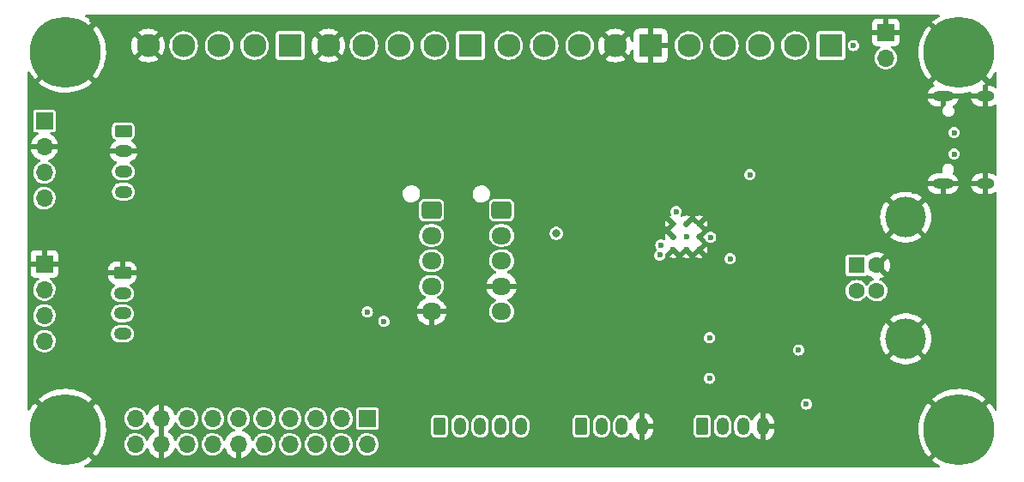
<source format=gbr>
%TF.GenerationSoftware,KiCad,Pcbnew,(6.0.4-0)*%
%TF.CreationDate,2023-01-11T12:36:20-07:00*%
%TF.ProjectId,ReflexFightingBoard,5265666c-6578-4466-9967-6874696e6742,rev?*%
%TF.SameCoordinates,Original*%
%TF.FileFunction,Copper,L2,Inr*%
%TF.FilePolarity,Positive*%
%FSLAX46Y46*%
G04 Gerber Fmt 4.6, Leading zero omitted, Abs format (unit mm)*
G04 Created by KiCad (PCBNEW (6.0.4-0)) date 2023-01-11 12:36:20*
%MOMM*%
%LPD*%
G01*
G04 APERTURE LIST*
G04 Aperture macros list*
%AMRoundRect*
0 Rectangle with rounded corners*
0 $1 Rounding radius*
0 $2 $3 $4 $5 $6 $7 $8 $9 X,Y pos of 4 corners*
0 Add a 4 corners polygon primitive as box body*
4,1,4,$2,$3,$4,$5,$6,$7,$8,$9,$2,$3,0*
0 Add four circle primitives for the rounded corners*
1,1,$1+$1,$2,$3*
1,1,$1+$1,$4,$5*
1,1,$1+$1,$6,$7*
1,1,$1+$1,$8,$9*
0 Add four rect primitives between the rounded corners*
20,1,$1+$1,$2,$3,$4,$5,0*
20,1,$1+$1,$4,$5,$6,$7,0*
20,1,$1+$1,$6,$7,$8,$9,0*
20,1,$1+$1,$8,$9,$2,$3,0*%
G04 Aperture macros list end*
%TA.AperFunction,ComponentPad*%
%ADD10R,1.700000X1.700000*%
%TD*%
%TA.AperFunction,ComponentPad*%
%ADD11O,1.700000X1.700000*%
%TD*%
%TA.AperFunction,ComponentPad*%
%ADD12RoundRect,0.249999X-0.625001X0.350001X-0.625001X-0.350001X0.625001X-0.350001X0.625001X0.350001X0*%
%TD*%
%TA.AperFunction,ComponentPad*%
%ADD13O,1.750000X1.200000*%
%TD*%
%TA.AperFunction,ComponentPad*%
%ADD14RoundRect,0.249999X-0.350001X-0.625001X0.350001X-0.625001X0.350001X0.625001X-0.350001X0.625001X0*%
%TD*%
%TA.AperFunction,ComponentPad*%
%ADD15O,1.200000X1.750000*%
%TD*%
%TA.AperFunction,ComponentPad*%
%ADD16R,2.300000X2.300000*%
%TD*%
%TA.AperFunction,ComponentPad*%
%ADD17C,2.300000*%
%TD*%
%TA.AperFunction,ComponentPad*%
%ADD18C,7.000000*%
%TD*%
%TA.AperFunction,ComponentPad*%
%ADD19R,1.600000X1.600000*%
%TD*%
%TA.AperFunction,ComponentPad*%
%ADD20C,1.600000*%
%TD*%
%TA.AperFunction,ComponentPad*%
%ADD21C,4.000000*%
%TD*%
%TA.AperFunction,ComponentPad*%
%ADD22C,0.600000*%
%TD*%
%TA.AperFunction,ComponentPad*%
%ADD23RoundRect,0.250000X-0.725000X0.600000X-0.725000X-0.600000X0.725000X-0.600000X0.725000X0.600000X0*%
%TD*%
%TA.AperFunction,ComponentPad*%
%ADD24O,1.950000X1.700000*%
%TD*%
%TA.AperFunction,ComponentPad*%
%ADD25O,2.100000X1.000000*%
%TD*%
%TA.AperFunction,ComponentPad*%
%ADD26O,1.800000X1.000000*%
%TD*%
%TA.AperFunction,ViaPad*%
%ADD27C,0.600000*%
%TD*%
%TA.AperFunction,ViaPad*%
%ADD28C,0.800000*%
%TD*%
G04 APERTURE END LIST*
D10*
%TO.N,/UP*%
%TO.C,J2*%
X137160000Y-119380000D03*
D11*
%TO.N,/DOWN*%
X137160000Y-121920000D03*
%TO.N,/RIGHT*%
X134620000Y-119380000D03*
%TO.N,/LEFT*%
X134620000Y-121920000D03*
%TO.N,/SELECT*%
X132080000Y-119380000D03*
%TO.N,/HOME*%
X132080000Y-121920000D03*
%TO.N,/START*%
X129540000Y-119380000D03*
%TO.N,/1P*%
X129540000Y-121920000D03*
%TO.N,/2P*%
X127000000Y-119380000D03*
%TO.N,/3P*%
X127000000Y-121920000D03*
%TO.N,/4P*%
X124460000Y-119380000D03*
%TO.N,GND*%
X124460000Y-121920000D03*
%TO.N,/1K*%
X121920000Y-119380000D03*
%TO.N,/2K*%
X121920000Y-121920000D03*
%TO.N,/3K*%
X119380000Y-119380000D03*
%TO.N,/4K*%
X119380000Y-121920000D03*
%TO.N,GND*%
X116840000Y-119380000D03*
X116840000Y-121920000D03*
%TO.N,/5V*%
X114300000Y-119380000D03*
X114300000Y-121920000D03*
%TD*%
D12*
%TO.N,Net-(J1-Pad1)*%
%TO.C,J1*%
X113100000Y-90982800D03*
D13*
%TO.N,GND*%
X113100000Y-92982800D03*
%TO.N,/5V*%
X113100000Y-94982800D03*
X113100000Y-96982800D03*
%TD*%
D14*
%TO.N,+3V3*%
%TO.C,J3*%
X144284835Y-120129571D03*
D15*
%TO.N,Net-(J3-Pad2)*%
X146284835Y-120129571D03*
%TO.N,Net-(J3-Pad3)*%
X148284835Y-120129571D03*
%TO.N,Net-(J3-Pad4)*%
X150284835Y-120129571D03*
%TO.N,Net-(J3-Pad5)*%
X152284835Y-120129571D03*
%TD*%
D14*
%TO.N,/TP*%
%TO.C,J4*%
X158248430Y-120142000D03*
D15*
%TO.N,/LSB*%
X160248430Y-120142000D03*
%TO.N,/RSB*%
X162248430Y-120142000D03*
%TO.N,GND*%
X164248430Y-120142000D03*
%TD*%
D16*
%TO.N,/1K*%
%TO.C,J5*%
X129540000Y-82550000D03*
D17*
%TO.N,/2K*%
X126040000Y-82550000D03*
%TO.N,/3K*%
X122540000Y-82550000D03*
%TO.N,/4K*%
X119040000Y-82550000D03*
%TO.N,GND*%
X115540000Y-82550000D03*
%TD*%
D16*
%TO.N,/1P*%
%TO.C,J6*%
X147320000Y-82550000D03*
D17*
%TO.N,/2P*%
X143820000Y-82550000D03*
%TO.N,/3P*%
X140320000Y-82550000D03*
%TO.N,/4P*%
X136820000Y-82550000D03*
%TO.N,GND*%
X133320000Y-82550000D03*
%TD*%
D16*
%TO.N,GND*%
%TO.C,J7*%
X165100000Y-82550000D03*
D17*
X161600000Y-82550000D03*
%TO.N,/HOME*%
X158100000Y-82550000D03*
%TO.N,/SELECT*%
X154600000Y-82550000D03*
%TO.N,/START*%
X151100000Y-82550000D03*
%TD*%
D16*
%TO.N,/5V*%
%TO.C,J8*%
X182880000Y-82550000D03*
D17*
%TO.N,/UP*%
X179380000Y-82550000D03*
%TO.N,/DOWN*%
X175880000Y-82550000D03*
%TO.N,/LEFT*%
X172380000Y-82550000D03*
%TO.N,/RIGHT*%
X168880000Y-82550000D03*
%TD*%
D14*
%TO.N,/SDA*%
%TO.C,J11*%
X170212000Y-120142000D03*
D15*
%TO.N,/SCL*%
X172212000Y-120142000D03*
%TO.N,/SETTINGS*%
X174212000Y-120142000D03*
%TO.N,GND*%
X176212000Y-120142000D03*
%TD*%
D12*
%TO.N,GND*%
%TO.C,J12*%
X113000000Y-105000000D03*
D13*
%TO.N,+3V3*%
X113000000Y-107000000D03*
%TO.N,/SDA*%
X113000000Y-109000000D03*
%TO.N,/SCL*%
X113000000Y-111000000D03*
%TD*%
D18*
%TO.N,GND*%
%TO.C,H1*%
X107378000Y-83200000D03*
%TD*%
%TO.N,GND*%
%TO.C,H3*%
X107378000Y-120460000D03*
%TD*%
%TO.N,GND*%
%TO.C,H4*%
X195517000Y-120460000D03*
%TD*%
%TO.N,GND*%
%TO.C,H2*%
X195517000Y-83248000D03*
%TD*%
D10*
%TO.N,GND*%
%TO.C,J14*%
X188300000Y-81240000D03*
D11*
%TO.N,/~{USB_BOOT}*%
X188300000Y-83780000D03*
%TD*%
D19*
%TO.N,/VBUS*%
%TO.C,J16*%
X185400000Y-104250000D03*
D20*
%TO.N,/USB_D-*%
X185400000Y-106750000D03*
%TO.N,/USB_D+*%
X187400000Y-106750000D03*
%TO.N,GND*%
X187400000Y-104250000D03*
D21*
X190260000Y-111500000D03*
X190260000Y-99500000D03*
%TD*%
D10*
%TO.N,Net-(J1-Pad1)*%
%TO.C,J19*%
X105300000Y-90000000D03*
D11*
%TO.N,GND*%
X105300000Y-92540000D03*
%TO.N,/5V*%
X105300000Y-95080000D03*
X105300000Y-97620000D03*
%TD*%
D22*
%TO.N,GND*%
%TO.C,U4*%
X169895000Y-100155000D03*
X167345000Y-101430000D03*
X168620000Y-102705000D03*
X167345000Y-102705000D03*
X168620000Y-101430000D03*
X168620000Y-100155000D03*
X167345000Y-100155000D03*
X169895000Y-101430000D03*
X169895000Y-102705000D03*
%TD*%
D10*
%TO.N,GND*%
%TO.C,J10*%
X105300000Y-104100000D03*
D11*
%TO.N,+3V3*%
X105300000Y-106640000D03*
%TO.N,/SDA*%
X105300000Y-109180000D03*
%TO.N,/SCL*%
X105300000Y-111720000D03*
%TD*%
D23*
%TO.N,/LEFT*%
%TO.C,J18*%
X150400000Y-98800000D03*
D24*
%TO.N,/UP*%
X150400000Y-101300000D03*
%TO.N,/RIGHT*%
X150400000Y-103800000D03*
%TO.N,GND*%
X150400000Y-106300000D03*
%TO.N,/DOWN*%
X150400000Y-108800000D03*
%TD*%
D23*
%TO.N,/UP*%
%TO.C,J17*%
X143500000Y-98800000D03*
D24*
%TO.N,/DOWN*%
X143500000Y-101300000D03*
%TO.N,/RIGHT*%
X143500000Y-103800000D03*
%TO.N,/LEFT*%
X143500000Y-106300000D03*
%TO.N,GND*%
X143500000Y-108800000D03*
%TD*%
D25*
%TO.N,GND*%
%TO.C,J15*%
X193943337Y-87554000D03*
X193943337Y-96194000D03*
D26*
X198093337Y-96194000D03*
X198093337Y-87554000D03*
%TD*%
D27*
%TO.N,GND*%
X110000000Y-80000000D03*
X196300000Y-102800000D03*
X190000000Y-85000000D03*
X120000000Y-100000000D03*
X173300000Y-94200000D03*
X115000000Y-80000000D03*
X178516989Y-104983011D03*
X185000000Y-80000000D03*
X165997502Y-100434757D03*
X115000000Y-105000000D03*
X133610000Y-100280000D03*
X120000000Y-80000000D03*
X189237740Y-106125500D03*
X178024500Y-88500000D03*
X130110000Y-89370000D03*
X161760000Y-102100000D03*
X180000000Y-85000000D03*
X186341645Y-108094411D03*
X135190000Y-115620000D03*
X184400000Y-88800000D03*
X160000000Y-80000000D03*
X142400000Y-84900000D03*
X192098011Y-105848011D03*
X152970000Y-89770000D03*
X193845260Y-100920760D03*
X115000000Y-95000000D03*
X130970000Y-107350000D03*
X156590000Y-89190000D03*
X179000000Y-99800000D03*
X140000000Y-110000000D03*
X124279122Y-87879122D03*
X155800000Y-100100000D03*
X147900000Y-101000000D03*
X110000000Y-95000000D03*
X150400000Y-110700000D03*
X160955000Y-97275000D03*
X145000000Y-110000000D03*
D28*
X190870000Y-122350000D03*
D27*
X171100000Y-107800000D03*
D28*
X180320000Y-122370000D03*
D27*
X189925908Y-95774092D03*
X177000000Y-110100000D03*
X185000000Y-85000000D03*
X118855500Y-113500000D03*
X138900000Y-85700000D03*
X165000000Y-80000000D03*
X150000000Y-80000000D03*
X190000000Y-115000000D03*
X165000000Y-85000000D03*
X128310000Y-100240000D03*
X171800000Y-113200000D03*
X180132320Y-104266298D03*
X145000000Y-100000000D03*
X148800000Y-105000000D03*
X130160000Y-115620000D03*
X130990000Y-103330000D03*
X105000000Y-100000000D03*
X110000000Y-100000000D03*
X195000000Y-115000000D03*
X113900000Y-113100000D03*
X115000000Y-90000000D03*
X135000000Y-80000000D03*
X177500000Y-116800000D03*
X169875500Y-114600000D03*
X190906989Y-104706989D03*
X155000000Y-115000000D03*
X196250000Y-90040000D03*
X125070000Y-103140000D03*
X182100000Y-88200000D03*
X164900000Y-106840000D03*
X149240000Y-115890000D03*
X154720000Y-84890000D03*
X121800000Y-89400000D03*
X190000000Y-80000000D03*
X171900000Y-95100000D03*
X130000000Y-80000000D03*
X188876383Y-107774500D03*
X142600000Y-119800000D03*
X175000000Y-115000000D03*
X134790000Y-105000000D03*
X110000000Y-90000000D03*
X163100000Y-113800000D03*
X159820000Y-105920000D03*
X174530000Y-90040000D03*
X190593613Y-92189500D03*
X140000000Y-80000000D03*
X115000000Y-100000000D03*
X145000000Y-105000000D03*
X115000000Y-85000000D03*
X161700000Y-88400000D03*
X111520000Y-85190000D03*
X170450000Y-90000000D03*
X167500000Y-116300000D03*
X188775500Y-93000000D03*
X110640000Y-117780000D03*
X184100922Y-107585099D03*
X170000000Y-80000000D03*
X191141589Y-94658411D03*
X189217330Y-91217330D03*
X187200000Y-96900000D03*
X120000000Y-115000000D03*
X127700000Y-87100000D03*
X140000000Y-115000000D03*
X139620000Y-120530000D03*
X160000000Y-110000000D03*
X105000000Y-115000000D03*
X130000000Y-85000000D03*
X190424500Y-93600000D03*
X171210000Y-110140000D03*
X156700000Y-97300000D03*
X192191589Y-95708411D03*
X120000000Y-95000000D03*
X115700000Y-115900000D03*
X193824500Y-98400000D03*
X164378114Y-89581655D03*
X175000000Y-85000000D03*
X172900000Y-114700000D03*
X151040000Y-85010000D03*
X167350000Y-108770000D03*
X192175500Y-102710000D03*
X180833011Y-106066989D03*
X163300000Y-95300000D03*
X110000000Y-115000000D03*
X125000000Y-115000000D03*
X166734078Y-96034078D03*
X190698011Y-107248011D03*
X171090000Y-85030000D03*
X165000000Y-110000000D03*
X166400000Y-114600000D03*
X179170661Y-106736683D03*
X134140000Y-84980000D03*
X175100000Y-101400000D03*
X158870000Y-101710000D03*
X139210000Y-100220000D03*
X135000000Y-90000000D03*
X159590000Y-84900000D03*
X193253011Y-104693011D03*
X196400000Y-108500000D03*
X188830500Y-94621269D03*
X179000000Y-103000000D03*
X191075908Y-96924092D03*
X120900000Y-84400000D03*
X140900000Y-105000000D03*
X172900000Y-111600000D03*
X142100000Y-88600000D03*
X168720000Y-110900000D03*
X120000000Y-105000000D03*
X184600000Y-101000000D03*
X104170000Y-117770000D03*
X185000000Y-115000000D03*
X125110000Y-107630000D03*
X190450000Y-89560000D03*
X186662553Y-105609786D03*
X180000000Y-120000000D03*
X191900000Y-92189500D03*
X138790000Y-89970000D03*
X174900000Y-104000000D03*
X185000000Y-120000000D03*
X190700000Y-87100000D03*
X182300000Y-110100000D03*
X145000000Y-80000000D03*
X104100000Y-86200000D03*
X160000000Y-115000000D03*
X145000000Y-115000000D03*
X192000000Y-90540500D03*
X190560000Y-90540500D03*
X155000000Y-80000000D03*
X180600000Y-107774500D03*
X150000000Y-90000000D03*
X177767276Y-101910198D03*
X155520000Y-110070000D03*
X135270000Y-110020000D03*
X125000000Y-100000000D03*
X125000000Y-80000000D03*
X193824500Y-102700000D03*
X187200000Y-89700000D03*
X177416989Y-103883011D03*
%TO.N,/UP*%
X137160000Y-108840000D03*
%TO.N,/DOWN*%
X138785600Y-109783600D03*
%TO.N,/RUN*%
X180460000Y-117930000D03*
X170924500Y-111400000D03*
X170924500Y-115390000D03*
X166000802Y-103238883D03*
D28*
%TO.N,+3V3*%
X155800000Y-101100000D03*
D27*
X167620000Y-98930000D03*
%TO.N,+1V1*%
X171020000Y-101470000D03*
X166110500Y-102229500D03*
X172944500Y-103600000D03*
%TO.N,/VBUS*%
X195040000Y-91140000D03*
X179700000Y-112600000D03*
X195040000Y-93262740D03*
%TO.N,/~{USB_BOOT}*%
X174896720Y-95303280D03*
%TO.N,/5V*%
X185110000Y-82550000D03*
%TD*%
%TA.AperFunction,Conductor*%
%TO.N,GND*%
G36*
X193584908Y-79522502D02*
G01*
X193631401Y-79576158D01*
X193641505Y-79646432D01*
X193612011Y-79711012D01*
X193580547Y-79737177D01*
X193322376Y-79888646D01*
X193317228Y-79892015D01*
X193005025Y-80118843D01*
X193000247Y-80122684D01*
X192881711Y-80227926D01*
X192873334Y-80241314D01*
X192879084Y-80250874D01*
X198514364Y-85886154D01*
X198528308Y-85893768D01*
X198529323Y-85893696D01*
X198537054Y-85888593D01*
X198552567Y-85872302D01*
X198556595Y-85867637D01*
X198794168Y-85563558D01*
X198797722Y-85558518D01*
X199004486Y-85232712D01*
X199007524Y-85227364D01*
X199024034Y-85194680D01*
X199072602Y-85142895D01*
X199141457Y-85125589D01*
X199208738Y-85148255D01*
X199253084Y-85203698D01*
X199262500Y-85251491D01*
X199262500Y-86614845D01*
X199242498Y-86682966D01*
X199188842Y-86729459D01*
X199118568Y-86739563D01*
X199065320Y-86718813D01*
X199060179Y-86715293D01*
X198897752Y-86625998D01*
X198886479Y-86621166D01*
X198709799Y-86565120D01*
X198697805Y-86562570D01*
X198553576Y-86546393D01*
X198546552Y-86546000D01*
X198365452Y-86546000D01*
X198350213Y-86550475D01*
X198349008Y-86551865D01*
X198347337Y-86559548D01*
X198347337Y-88543885D01*
X198351812Y-88559124D01*
X198353202Y-88560329D01*
X198360885Y-88562000D01*
X198539994Y-88562000D01*
X198546142Y-88561699D01*
X198683940Y-88548188D01*
X198695975Y-88545805D01*
X198873413Y-88492233D01*
X198884753Y-88487559D01*
X199048414Y-88400540D01*
X199063763Y-88390342D01*
X199064773Y-88391862D01*
X199122298Y-88367639D01*
X199192239Y-88379835D01*
X199244484Y-88427909D01*
X199262500Y-88492836D01*
X199262500Y-95254845D01*
X199242498Y-95322966D01*
X199188842Y-95369459D01*
X199118568Y-95379563D01*
X199065320Y-95358813D01*
X199060179Y-95355293D01*
X198897752Y-95265998D01*
X198886479Y-95261166D01*
X198709799Y-95205120D01*
X198697805Y-95202570D01*
X198553576Y-95186393D01*
X198546552Y-95186000D01*
X198365452Y-95186000D01*
X198350213Y-95190475D01*
X198349008Y-95191865D01*
X198347337Y-95199548D01*
X198347337Y-97183885D01*
X198351812Y-97199124D01*
X198353202Y-97200329D01*
X198360885Y-97202000D01*
X198539994Y-97202000D01*
X198546142Y-97201699D01*
X198683940Y-97188188D01*
X198695975Y-97185805D01*
X198873413Y-97132233D01*
X198884753Y-97127559D01*
X199048414Y-97040540D01*
X199063763Y-97030342D01*
X199064773Y-97031862D01*
X199122298Y-97007639D01*
X199192239Y-97019835D01*
X199244484Y-97067909D01*
X199262500Y-97132836D01*
X199262500Y-118458141D01*
X199242498Y-118526262D01*
X199188842Y-118572755D01*
X199118568Y-118582859D01*
X199053988Y-118553365D01*
X199028271Y-118522658D01*
X198860955Y-118241983D01*
X198857547Y-118236853D01*
X198628547Y-117926244D01*
X198624667Y-117921487D01*
X198537318Y-117824475D01*
X198523797Y-117816145D01*
X198523720Y-117816146D01*
X198514434Y-117821776D01*
X192879547Y-123456663D01*
X192871933Y-123470607D01*
X192871988Y-123471386D01*
X192877342Y-123479436D01*
X192913960Y-123513821D01*
X192918638Y-123517803D01*
X193224386Y-123753260D01*
X193229429Y-123756765D01*
X193556694Y-123961262D01*
X193562052Y-123964257D01*
X193566854Y-123966641D01*
X193618976Y-124014847D01*
X193636762Y-124083580D01*
X193614565Y-124151017D01*
X193559432Y-124195748D01*
X193510828Y-124205500D01*
X109376022Y-124205500D01*
X109307901Y-124185498D01*
X109261408Y-124131842D01*
X109251304Y-124061568D01*
X109280798Y-123996988D01*
X109313785Y-123969944D01*
X109525515Y-123849664D01*
X109530690Y-123846380D01*
X109846034Y-123623929D01*
X109850872Y-123620149D01*
X110013240Y-123479998D01*
X110021655Y-123466958D01*
X110015716Y-123456926D01*
X107019922Y-120461132D01*
X107742408Y-120461132D01*
X107742539Y-120462965D01*
X107746790Y-120469580D01*
X110375364Y-123098154D01*
X110389308Y-123105768D01*
X110390323Y-123105696D01*
X110398054Y-123100593D01*
X110413567Y-123084302D01*
X110417595Y-123079637D01*
X110655168Y-122775558D01*
X110658722Y-122770518D01*
X110865486Y-122444712D01*
X110868529Y-122439356D01*
X111042520Y-122094910D01*
X111045016Y-122089306D01*
X111121947Y-121890964D01*
X113191148Y-121890964D01*
X113204424Y-122093522D01*
X113205845Y-122099118D01*
X113205846Y-122099123D01*
X113226119Y-122178945D01*
X113254392Y-122290269D01*
X113256809Y-122295512D01*
X113294010Y-122376208D01*
X113339377Y-122474616D01*
X113342710Y-122479332D01*
X113449982Y-122631119D01*
X113456533Y-122640389D01*
X113601938Y-122782035D01*
X113770720Y-122894812D01*
X113776023Y-122897090D01*
X113776026Y-122897092D01*
X113951921Y-122972662D01*
X113957228Y-122974942D01*
X114030244Y-122991464D01*
X114149579Y-123018467D01*
X114149584Y-123018468D01*
X114155216Y-123019742D01*
X114160987Y-123019969D01*
X114160989Y-123019969D01*
X114220756Y-123022317D01*
X114358053Y-123027712D01*
X114458499Y-123013148D01*
X114553231Y-122999413D01*
X114553236Y-122999412D01*
X114558945Y-122998584D01*
X114564409Y-122996729D01*
X114564414Y-122996728D01*
X114745693Y-122935192D01*
X114745698Y-122935190D01*
X114751165Y-122933334D01*
X114928276Y-122834147D01*
X114990934Y-122782035D01*
X115055696Y-122728172D01*
X115084345Y-122704345D01*
X115214147Y-122548276D01*
X115313334Y-122371165D01*
X115315720Y-122364135D01*
X115316170Y-122363496D01*
X115317541Y-122360416D01*
X115318146Y-122360685D01*
X115356553Y-122306059D01*
X115422305Y-122279278D01*
X115492098Y-122292295D01*
X115543773Y-122340980D01*
X115551777Y-122357229D01*
X115621770Y-122529603D01*
X115626413Y-122538794D01*
X115737694Y-122720388D01*
X115743777Y-122728699D01*
X115883213Y-122889667D01*
X115890580Y-122896883D01*
X116054434Y-123032916D01*
X116062881Y-123038831D01*
X116246756Y-123146279D01*
X116256042Y-123150729D01*
X116455001Y-123226703D01*
X116464899Y-123229579D01*
X116568250Y-123250606D01*
X116582299Y-123249410D01*
X116586000Y-123239065D01*
X116586000Y-123238517D01*
X117094000Y-123238517D01*
X117098064Y-123252359D01*
X117111478Y-123254393D01*
X117118184Y-123253534D01*
X117128262Y-123251392D01*
X117332255Y-123190191D01*
X117341842Y-123186433D01*
X117533095Y-123092739D01*
X117541945Y-123087464D01*
X117715328Y-122963792D01*
X117723200Y-122957139D01*
X117874052Y-122806812D01*
X117880730Y-122798965D01*
X118005003Y-122626020D01*
X118010313Y-122617183D01*
X118104670Y-122426267D01*
X118108469Y-122416672D01*
X118125066Y-122362047D01*
X118164007Y-122302683D01*
X118228862Y-122273796D01*
X118299038Y-122284558D01*
X118352256Y-122331551D01*
X118360048Y-122345922D01*
X118419377Y-122474616D01*
X118422710Y-122479332D01*
X118529982Y-122631119D01*
X118536533Y-122640389D01*
X118681938Y-122782035D01*
X118850720Y-122894812D01*
X118856023Y-122897090D01*
X118856026Y-122897092D01*
X119031921Y-122972662D01*
X119037228Y-122974942D01*
X119110244Y-122991464D01*
X119229579Y-123018467D01*
X119229584Y-123018468D01*
X119235216Y-123019742D01*
X119240987Y-123019969D01*
X119240989Y-123019969D01*
X119300756Y-123022317D01*
X119438053Y-123027712D01*
X119538499Y-123013148D01*
X119633231Y-122999413D01*
X119633236Y-122999412D01*
X119638945Y-122998584D01*
X119644409Y-122996729D01*
X119644414Y-122996728D01*
X119825693Y-122935192D01*
X119825698Y-122935190D01*
X119831165Y-122933334D01*
X120008276Y-122834147D01*
X120070934Y-122782035D01*
X120135696Y-122728172D01*
X120164345Y-122704345D01*
X120294147Y-122548276D01*
X120393334Y-122371165D01*
X120395190Y-122365698D01*
X120395192Y-122365693D01*
X120456728Y-122184414D01*
X120456729Y-122184409D01*
X120458584Y-122178945D01*
X120459412Y-122173236D01*
X120459413Y-122173231D01*
X120487179Y-121981727D01*
X120487712Y-121978053D01*
X120489232Y-121920000D01*
X120486564Y-121890964D01*
X120811148Y-121890964D01*
X120824424Y-122093522D01*
X120825845Y-122099118D01*
X120825846Y-122099123D01*
X120846119Y-122178945D01*
X120874392Y-122290269D01*
X120876809Y-122295512D01*
X120914010Y-122376208D01*
X120959377Y-122474616D01*
X120962710Y-122479332D01*
X121069982Y-122631119D01*
X121076533Y-122640389D01*
X121221938Y-122782035D01*
X121390720Y-122894812D01*
X121396023Y-122897090D01*
X121396026Y-122897092D01*
X121571921Y-122972662D01*
X121577228Y-122974942D01*
X121650244Y-122991464D01*
X121769579Y-123018467D01*
X121769584Y-123018468D01*
X121775216Y-123019742D01*
X121780987Y-123019969D01*
X121780989Y-123019969D01*
X121840756Y-123022317D01*
X121978053Y-123027712D01*
X122078499Y-123013148D01*
X122173231Y-122999413D01*
X122173236Y-122999412D01*
X122178945Y-122998584D01*
X122184409Y-122996729D01*
X122184414Y-122996728D01*
X122365693Y-122935192D01*
X122365698Y-122935190D01*
X122371165Y-122933334D01*
X122548276Y-122834147D01*
X122610934Y-122782035D01*
X122675696Y-122728172D01*
X122704345Y-122704345D01*
X122834147Y-122548276D01*
X122933334Y-122371165D01*
X122935720Y-122364135D01*
X122936170Y-122363496D01*
X122937541Y-122360416D01*
X122938146Y-122360685D01*
X122976553Y-122306059D01*
X123042305Y-122279278D01*
X123112098Y-122292295D01*
X123163773Y-122340980D01*
X123171777Y-122357229D01*
X123241770Y-122529603D01*
X123246413Y-122538794D01*
X123357694Y-122720388D01*
X123363777Y-122728699D01*
X123503213Y-122889667D01*
X123510580Y-122896883D01*
X123674434Y-123032916D01*
X123682881Y-123038831D01*
X123866756Y-123146279D01*
X123876042Y-123150729D01*
X124075001Y-123226703D01*
X124084899Y-123229579D01*
X124188250Y-123250606D01*
X124202299Y-123249410D01*
X124206000Y-123239065D01*
X124206000Y-121792000D01*
X124226002Y-121723879D01*
X124279658Y-121677386D01*
X124332000Y-121666000D01*
X124588000Y-121666000D01*
X124656121Y-121686002D01*
X124702614Y-121739658D01*
X124714000Y-121792000D01*
X124714000Y-123238517D01*
X124718064Y-123252359D01*
X124731478Y-123254393D01*
X124738184Y-123253534D01*
X124748262Y-123251392D01*
X124952255Y-123190191D01*
X124961842Y-123186433D01*
X125153095Y-123092739D01*
X125161945Y-123087464D01*
X125335328Y-122963792D01*
X125343200Y-122957139D01*
X125494052Y-122806812D01*
X125500730Y-122798965D01*
X125625003Y-122626020D01*
X125630313Y-122617183D01*
X125724670Y-122426267D01*
X125728469Y-122416672D01*
X125745066Y-122362047D01*
X125784007Y-122302683D01*
X125848862Y-122273796D01*
X125919038Y-122284558D01*
X125972256Y-122331551D01*
X125980048Y-122345922D01*
X126039377Y-122474616D01*
X126042710Y-122479332D01*
X126149982Y-122631119D01*
X126156533Y-122640389D01*
X126301938Y-122782035D01*
X126470720Y-122894812D01*
X126476023Y-122897090D01*
X126476026Y-122897092D01*
X126651921Y-122972662D01*
X126657228Y-122974942D01*
X126730244Y-122991464D01*
X126849579Y-123018467D01*
X126849584Y-123018468D01*
X126855216Y-123019742D01*
X126860987Y-123019969D01*
X126860989Y-123019969D01*
X126920756Y-123022317D01*
X127058053Y-123027712D01*
X127158499Y-123013148D01*
X127253231Y-122999413D01*
X127253236Y-122999412D01*
X127258945Y-122998584D01*
X127264409Y-122996729D01*
X127264414Y-122996728D01*
X127445693Y-122935192D01*
X127445698Y-122935190D01*
X127451165Y-122933334D01*
X127628276Y-122834147D01*
X127690934Y-122782035D01*
X127755696Y-122728172D01*
X127784345Y-122704345D01*
X127914147Y-122548276D01*
X128013334Y-122371165D01*
X128015190Y-122365698D01*
X128015192Y-122365693D01*
X128076728Y-122184414D01*
X128076729Y-122184409D01*
X128078584Y-122178945D01*
X128079412Y-122173236D01*
X128079413Y-122173231D01*
X128107179Y-121981727D01*
X128107712Y-121978053D01*
X128109232Y-121920000D01*
X128106564Y-121890964D01*
X128431148Y-121890964D01*
X128444424Y-122093522D01*
X128445845Y-122099118D01*
X128445846Y-122099123D01*
X128466119Y-122178945D01*
X128494392Y-122290269D01*
X128496809Y-122295512D01*
X128534010Y-122376208D01*
X128579377Y-122474616D01*
X128582710Y-122479332D01*
X128689982Y-122631119D01*
X128696533Y-122640389D01*
X128841938Y-122782035D01*
X129010720Y-122894812D01*
X129016023Y-122897090D01*
X129016026Y-122897092D01*
X129191921Y-122972662D01*
X129197228Y-122974942D01*
X129270244Y-122991464D01*
X129389579Y-123018467D01*
X129389584Y-123018468D01*
X129395216Y-123019742D01*
X129400987Y-123019969D01*
X129400989Y-123019969D01*
X129460756Y-123022317D01*
X129598053Y-123027712D01*
X129698499Y-123013148D01*
X129793231Y-122999413D01*
X129793236Y-122999412D01*
X129798945Y-122998584D01*
X129804409Y-122996729D01*
X129804414Y-122996728D01*
X129985693Y-122935192D01*
X129985698Y-122935190D01*
X129991165Y-122933334D01*
X130168276Y-122834147D01*
X130230934Y-122782035D01*
X130295696Y-122728172D01*
X130324345Y-122704345D01*
X130454147Y-122548276D01*
X130553334Y-122371165D01*
X130555190Y-122365698D01*
X130555192Y-122365693D01*
X130616728Y-122184414D01*
X130616729Y-122184409D01*
X130618584Y-122178945D01*
X130619412Y-122173236D01*
X130619413Y-122173231D01*
X130647179Y-121981727D01*
X130647712Y-121978053D01*
X130649232Y-121920000D01*
X130646564Y-121890964D01*
X130971148Y-121890964D01*
X130984424Y-122093522D01*
X130985845Y-122099118D01*
X130985846Y-122099123D01*
X131006119Y-122178945D01*
X131034392Y-122290269D01*
X131036809Y-122295512D01*
X131074010Y-122376208D01*
X131119377Y-122474616D01*
X131122710Y-122479332D01*
X131229982Y-122631119D01*
X131236533Y-122640389D01*
X131381938Y-122782035D01*
X131550720Y-122894812D01*
X131556023Y-122897090D01*
X131556026Y-122897092D01*
X131731921Y-122972662D01*
X131737228Y-122974942D01*
X131810244Y-122991464D01*
X131929579Y-123018467D01*
X131929584Y-123018468D01*
X131935216Y-123019742D01*
X131940987Y-123019969D01*
X131940989Y-123019969D01*
X132000756Y-123022317D01*
X132138053Y-123027712D01*
X132238499Y-123013148D01*
X132333231Y-122999413D01*
X132333236Y-122999412D01*
X132338945Y-122998584D01*
X132344409Y-122996729D01*
X132344414Y-122996728D01*
X132525693Y-122935192D01*
X132525698Y-122935190D01*
X132531165Y-122933334D01*
X132708276Y-122834147D01*
X132770934Y-122782035D01*
X132835696Y-122728172D01*
X132864345Y-122704345D01*
X132994147Y-122548276D01*
X133093334Y-122371165D01*
X133095190Y-122365698D01*
X133095192Y-122365693D01*
X133156728Y-122184414D01*
X133156729Y-122184409D01*
X133158584Y-122178945D01*
X133159412Y-122173236D01*
X133159413Y-122173231D01*
X133187179Y-121981727D01*
X133187712Y-121978053D01*
X133189232Y-121920000D01*
X133186564Y-121890964D01*
X133511148Y-121890964D01*
X133524424Y-122093522D01*
X133525845Y-122099118D01*
X133525846Y-122099123D01*
X133546119Y-122178945D01*
X133574392Y-122290269D01*
X133576809Y-122295512D01*
X133614010Y-122376208D01*
X133659377Y-122474616D01*
X133662710Y-122479332D01*
X133769982Y-122631119D01*
X133776533Y-122640389D01*
X133921938Y-122782035D01*
X134090720Y-122894812D01*
X134096023Y-122897090D01*
X134096026Y-122897092D01*
X134271921Y-122972662D01*
X134277228Y-122974942D01*
X134350244Y-122991464D01*
X134469579Y-123018467D01*
X134469584Y-123018468D01*
X134475216Y-123019742D01*
X134480987Y-123019969D01*
X134480989Y-123019969D01*
X134540756Y-123022317D01*
X134678053Y-123027712D01*
X134778499Y-123013148D01*
X134873231Y-122999413D01*
X134873236Y-122999412D01*
X134878945Y-122998584D01*
X134884409Y-122996729D01*
X134884414Y-122996728D01*
X135065693Y-122935192D01*
X135065698Y-122935190D01*
X135071165Y-122933334D01*
X135248276Y-122834147D01*
X135310934Y-122782035D01*
X135375696Y-122728172D01*
X135404345Y-122704345D01*
X135534147Y-122548276D01*
X135633334Y-122371165D01*
X135635190Y-122365698D01*
X135635192Y-122365693D01*
X135696728Y-122184414D01*
X135696729Y-122184409D01*
X135698584Y-122178945D01*
X135699412Y-122173236D01*
X135699413Y-122173231D01*
X135727179Y-121981727D01*
X135727712Y-121978053D01*
X135729232Y-121920000D01*
X135726564Y-121890964D01*
X136051148Y-121890964D01*
X136064424Y-122093522D01*
X136065845Y-122099118D01*
X136065846Y-122099123D01*
X136086119Y-122178945D01*
X136114392Y-122290269D01*
X136116809Y-122295512D01*
X136154010Y-122376208D01*
X136199377Y-122474616D01*
X136202710Y-122479332D01*
X136309982Y-122631119D01*
X136316533Y-122640389D01*
X136461938Y-122782035D01*
X136630720Y-122894812D01*
X136636023Y-122897090D01*
X136636026Y-122897092D01*
X136811921Y-122972662D01*
X136817228Y-122974942D01*
X136890244Y-122991464D01*
X137009579Y-123018467D01*
X137009584Y-123018468D01*
X137015216Y-123019742D01*
X137020987Y-123019969D01*
X137020989Y-123019969D01*
X137080756Y-123022317D01*
X137218053Y-123027712D01*
X137318499Y-123013148D01*
X137413231Y-122999413D01*
X137413236Y-122999412D01*
X137418945Y-122998584D01*
X137424409Y-122996729D01*
X137424414Y-122996728D01*
X137605693Y-122935192D01*
X137605698Y-122935190D01*
X137611165Y-122933334D01*
X137788276Y-122834147D01*
X137850934Y-122782035D01*
X137915696Y-122728172D01*
X137944345Y-122704345D01*
X138074147Y-122548276D01*
X138173334Y-122371165D01*
X138175190Y-122365698D01*
X138175192Y-122365693D01*
X138236728Y-122184414D01*
X138236729Y-122184409D01*
X138238584Y-122178945D01*
X138239412Y-122173236D01*
X138239413Y-122173231D01*
X138267179Y-121981727D01*
X138267712Y-121978053D01*
X138269232Y-121920000D01*
X138252661Y-121739658D01*
X138251187Y-121723613D01*
X138251186Y-121723610D01*
X138250658Y-121717859D01*
X138249090Y-121712299D01*
X138197125Y-121528046D01*
X138197124Y-121528044D01*
X138195557Y-121522487D01*
X138184978Y-121501033D01*
X138108331Y-121345609D01*
X138105776Y-121340428D01*
X137984320Y-121177779D01*
X137835258Y-121039987D01*
X137830375Y-121036906D01*
X137830371Y-121036903D01*
X137684728Y-120945010D01*
X137663581Y-120931667D01*
X137475039Y-120856446D01*
X137469379Y-120855320D01*
X137469375Y-120855319D01*
X137281613Y-120817971D01*
X137281610Y-120817971D01*
X137275946Y-120816844D01*
X137270171Y-120816768D01*
X137270167Y-120816768D01*
X137168793Y-120815441D01*
X137072971Y-120814187D01*
X137067274Y-120815166D01*
X137067273Y-120815166D01*
X136933358Y-120838177D01*
X136872910Y-120848564D01*
X136682463Y-120918824D01*
X136508010Y-121022612D01*
X136503670Y-121026418D01*
X136503666Y-121026421D01*
X136382394Y-121132775D01*
X136355392Y-121156455D01*
X136351817Y-121160990D01*
X136351816Y-121160991D01*
X136343064Y-121172093D01*
X136229720Y-121315869D01*
X136227031Y-121320980D01*
X136227029Y-121320983D01*
X136196808Y-121378424D01*
X136135203Y-121495515D01*
X136075007Y-121689378D01*
X136051148Y-121890964D01*
X135726564Y-121890964D01*
X135712661Y-121739658D01*
X135711187Y-121723613D01*
X135711186Y-121723610D01*
X135710658Y-121717859D01*
X135709090Y-121712299D01*
X135657125Y-121528046D01*
X135657124Y-121528044D01*
X135655557Y-121522487D01*
X135644978Y-121501033D01*
X135568331Y-121345609D01*
X135565776Y-121340428D01*
X135444320Y-121177779D01*
X135295258Y-121039987D01*
X135290375Y-121036906D01*
X135290371Y-121036903D01*
X135144728Y-120945010D01*
X135123581Y-120931667D01*
X134935039Y-120856446D01*
X134929379Y-120855320D01*
X134929375Y-120855319D01*
X134741613Y-120817971D01*
X134741610Y-120817971D01*
X134735946Y-120816844D01*
X134730171Y-120816768D01*
X134730167Y-120816768D01*
X134628793Y-120815441D01*
X134532971Y-120814187D01*
X134527274Y-120815166D01*
X134527273Y-120815166D01*
X134393358Y-120838177D01*
X134332910Y-120848564D01*
X134142463Y-120918824D01*
X133968010Y-121022612D01*
X133963670Y-121026418D01*
X133963666Y-121026421D01*
X133842394Y-121132775D01*
X133815392Y-121156455D01*
X133811817Y-121160990D01*
X133811816Y-121160991D01*
X133803064Y-121172093D01*
X133689720Y-121315869D01*
X133687031Y-121320980D01*
X133687029Y-121320983D01*
X133656808Y-121378424D01*
X133595203Y-121495515D01*
X133535007Y-121689378D01*
X133511148Y-121890964D01*
X133186564Y-121890964D01*
X133172661Y-121739658D01*
X133171187Y-121723613D01*
X133171186Y-121723610D01*
X133170658Y-121717859D01*
X133169090Y-121712299D01*
X133117125Y-121528046D01*
X133117124Y-121528044D01*
X133115557Y-121522487D01*
X133104978Y-121501033D01*
X133028331Y-121345609D01*
X133025776Y-121340428D01*
X132904320Y-121177779D01*
X132755258Y-121039987D01*
X132750375Y-121036906D01*
X132750371Y-121036903D01*
X132604728Y-120945010D01*
X132583581Y-120931667D01*
X132395039Y-120856446D01*
X132389379Y-120855320D01*
X132389375Y-120855319D01*
X132201613Y-120817971D01*
X132201610Y-120817971D01*
X132195946Y-120816844D01*
X132190171Y-120816768D01*
X132190167Y-120816768D01*
X132088793Y-120815441D01*
X131992971Y-120814187D01*
X131987274Y-120815166D01*
X131987273Y-120815166D01*
X131853358Y-120838177D01*
X131792910Y-120848564D01*
X131602463Y-120918824D01*
X131428010Y-121022612D01*
X131423670Y-121026418D01*
X131423666Y-121026421D01*
X131302394Y-121132775D01*
X131275392Y-121156455D01*
X131271817Y-121160990D01*
X131271816Y-121160991D01*
X131263064Y-121172093D01*
X131149720Y-121315869D01*
X131147031Y-121320980D01*
X131147029Y-121320983D01*
X131116808Y-121378424D01*
X131055203Y-121495515D01*
X130995007Y-121689378D01*
X130971148Y-121890964D01*
X130646564Y-121890964D01*
X130632661Y-121739658D01*
X130631187Y-121723613D01*
X130631186Y-121723610D01*
X130630658Y-121717859D01*
X130629090Y-121712299D01*
X130577125Y-121528046D01*
X130577124Y-121528044D01*
X130575557Y-121522487D01*
X130564978Y-121501033D01*
X130488331Y-121345609D01*
X130485776Y-121340428D01*
X130364320Y-121177779D01*
X130215258Y-121039987D01*
X130210375Y-121036906D01*
X130210371Y-121036903D01*
X130064728Y-120945010D01*
X130043581Y-120931667D01*
X129855039Y-120856446D01*
X129849379Y-120855320D01*
X129849375Y-120855319D01*
X129661613Y-120817971D01*
X129661610Y-120817971D01*
X129655946Y-120816844D01*
X129650171Y-120816768D01*
X129650167Y-120816768D01*
X129548793Y-120815441D01*
X129452971Y-120814187D01*
X129447274Y-120815166D01*
X129447273Y-120815166D01*
X129313358Y-120838177D01*
X129252910Y-120848564D01*
X129062463Y-120918824D01*
X128888010Y-121022612D01*
X128883670Y-121026418D01*
X128883666Y-121026421D01*
X128762394Y-121132775D01*
X128735392Y-121156455D01*
X128731817Y-121160990D01*
X128731816Y-121160991D01*
X128723064Y-121172093D01*
X128609720Y-121315869D01*
X128607031Y-121320980D01*
X128607029Y-121320983D01*
X128576808Y-121378424D01*
X128515203Y-121495515D01*
X128455007Y-121689378D01*
X128431148Y-121890964D01*
X128106564Y-121890964D01*
X128092661Y-121739658D01*
X128091187Y-121723613D01*
X128091186Y-121723610D01*
X128090658Y-121717859D01*
X128089090Y-121712299D01*
X128037125Y-121528046D01*
X128037124Y-121528044D01*
X128035557Y-121522487D01*
X128024978Y-121501033D01*
X127948331Y-121345609D01*
X127945776Y-121340428D01*
X127824320Y-121177779D01*
X127675258Y-121039987D01*
X127670375Y-121036906D01*
X127670371Y-121036903D01*
X127524728Y-120945010D01*
X127503581Y-120931667D01*
X127315039Y-120856446D01*
X127309379Y-120855320D01*
X127309375Y-120855319D01*
X127121613Y-120817971D01*
X127121610Y-120817971D01*
X127115946Y-120816844D01*
X127110171Y-120816768D01*
X127110167Y-120816768D01*
X127008793Y-120815441D01*
X126912971Y-120814187D01*
X126907274Y-120815166D01*
X126907273Y-120815166D01*
X126773358Y-120838177D01*
X126712910Y-120848564D01*
X126522463Y-120918824D01*
X126348010Y-121022612D01*
X126343670Y-121026418D01*
X126343666Y-121026421D01*
X126222394Y-121132775D01*
X126195392Y-121156455D01*
X126191817Y-121160990D01*
X126191816Y-121160991D01*
X126183064Y-121172093D01*
X126069720Y-121315869D01*
X126067031Y-121320980D01*
X126067029Y-121320983D01*
X125977589Y-121490980D01*
X125928170Y-121541952D01*
X125859037Y-121558115D01*
X125792141Y-121534336D01*
X125752003Y-121479973D01*
X125749955Y-121480863D01*
X125662972Y-121280814D01*
X125658105Y-121271739D01*
X125542426Y-121092926D01*
X125536136Y-121084757D01*
X125392806Y-120927240D01*
X125385273Y-120920215D01*
X125218139Y-120788222D01*
X125209552Y-120782517D01*
X125023117Y-120679599D01*
X125013705Y-120675369D01*
X124899391Y-120634888D01*
X124841855Y-120593294D01*
X124815939Y-120527196D01*
X124829873Y-120457580D01*
X124879232Y-120406549D01*
X124900943Y-120396804D01*
X124911165Y-120393334D01*
X125088276Y-120294147D01*
X125127969Y-120261135D01*
X125215696Y-120188172D01*
X125244345Y-120164345D01*
X125321573Y-120071489D01*
X125370453Y-120012718D01*
X125370455Y-120012715D01*
X125374147Y-120008276D01*
X125442475Y-119886267D01*
X125470510Y-119836208D01*
X125470511Y-119836206D01*
X125473334Y-119831165D01*
X125475190Y-119825698D01*
X125475192Y-119825693D01*
X125536728Y-119644414D01*
X125536729Y-119644409D01*
X125538584Y-119638945D01*
X125539412Y-119633236D01*
X125539413Y-119633231D01*
X125562694Y-119472660D01*
X125567712Y-119438053D01*
X125569232Y-119380000D01*
X125566564Y-119350964D01*
X125891148Y-119350964D01*
X125904424Y-119553522D01*
X125905845Y-119559118D01*
X125905846Y-119559123D01*
X125935928Y-119677569D01*
X125954392Y-119750269D01*
X125956809Y-119755512D01*
X125994010Y-119836208D01*
X126039377Y-119934616D01*
X126042710Y-119939332D01*
X126136109Y-120071489D01*
X126156533Y-120100389D01*
X126301938Y-120242035D01*
X126470720Y-120354812D01*
X126476023Y-120357090D01*
X126476026Y-120357092D01*
X126651921Y-120432662D01*
X126657228Y-120434942D01*
X126711348Y-120447188D01*
X126849579Y-120478467D01*
X126849584Y-120478468D01*
X126855216Y-120479742D01*
X126860987Y-120479969D01*
X126860989Y-120479969D01*
X126920756Y-120482317D01*
X127058053Y-120487712D01*
X127165348Y-120472155D01*
X127253231Y-120459413D01*
X127253236Y-120459412D01*
X127258945Y-120458584D01*
X127264409Y-120456729D01*
X127264414Y-120456728D01*
X127445693Y-120395192D01*
X127445698Y-120395190D01*
X127451165Y-120393334D01*
X127628276Y-120294147D01*
X127667969Y-120261135D01*
X127755696Y-120188172D01*
X127784345Y-120164345D01*
X127861573Y-120071489D01*
X127910453Y-120012718D01*
X127910455Y-120012715D01*
X127914147Y-120008276D01*
X127982475Y-119886267D01*
X128010510Y-119836208D01*
X128010511Y-119836206D01*
X128013334Y-119831165D01*
X128015190Y-119825698D01*
X128015192Y-119825693D01*
X128076728Y-119644414D01*
X128076729Y-119644409D01*
X128078584Y-119638945D01*
X128079412Y-119633236D01*
X128079413Y-119633231D01*
X128102694Y-119472660D01*
X128107712Y-119438053D01*
X128109232Y-119380000D01*
X128106564Y-119350964D01*
X128431148Y-119350964D01*
X128444424Y-119553522D01*
X128445845Y-119559118D01*
X128445846Y-119559123D01*
X128475928Y-119677569D01*
X128494392Y-119750269D01*
X128496809Y-119755512D01*
X128534010Y-119836208D01*
X128579377Y-119934616D01*
X128582710Y-119939332D01*
X128676109Y-120071489D01*
X128696533Y-120100389D01*
X128841938Y-120242035D01*
X129010720Y-120354812D01*
X129016023Y-120357090D01*
X129016026Y-120357092D01*
X129191921Y-120432662D01*
X129197228Y-120434942D01*
X129251348Y-120447188D01*
X129389579Y-120478467D01*
X129389584Y-120478468D01*
X129395216Y-120479742D01*
X129400987Y-120479969D01*
X129400989Y-120479969D01*
X129460756Y-120482317D01*
X129598053Y-120487712D01*
X129705348Y-120472155D01*
X129793231Y-120459413D01*
X129793236Y-120459412D01*
X129798945Y-120458584D01*
X129804409Y-120456729D01*
X129804414Y-120456728D01*
X129985693Y-120395192D01*
X129985698Y-120395190D01*
X129991165Y-120393334D01*
X130168276Y-120294147D01*
X130207969Y-120261135D01*
X130295696Y-120188172D01*
X130324345Y-120164345D01*
X130401573Y-120071489D01*
X130450453Y-120012718D01*
X130450455Y-120012715D01*
X130454147Y-120008276D01*
X130522475Y-119886267D01*
X130550510Y-119836208D01*
X130550511Y-119836206D01*
X130553334Y-119831165D01*
X130555190Y-119825698D01*
X130555192Y-119825693D01*
X130616728Y-119644414D01*
X130616729Y-119644409D01*
X130618584Y-119638945D01*
X130619412Y-119633236D01*
X130619413Y-119633231D01*
X130642694Y-119472660D01*
X130647712Y-119438053D01*
X130649232Y-119380000D01*
X130646564Y-119350964D01*
X130971148Y-119350964D01*
X130984424Y-119553522D01*
X130985845Y-119559118D01*
X130985846Y-119559123D01*
X131015928Y-119677569D01*
X131034392Y-119750269D01*
X131036809Y-119755512D01*
X131074010Y-119836208D01*
X131119377Y-119934616D01*
X131122710Y-119939332D01*
X131216109Y-120071489D01*
X131236533Y-120100389D01*
X131381938Y-120242035D01*
X131550720Y-120354812D01*
X131556023Y-120357090D01*
X131556026Y-120357092D01*
X131731921Y-120432662D01*
X131737228Y-120434942D01*
X131791348Y-120447188D01*
X131929579Y-120478467D01*
X131929584Y-120478468D01*
X131935216Y-120479742D01*
X131940987Y-120479969D01*
X131940989Y-120479969D01*
X132000756Y-120482317D01*
X132138053Y-120487712D01*
X132245348Y-120472155D01*
X132333231Y-120459413D01*
X132333236Y-120459412D01*
X132338945Y-120458584D01*
X132344409Y-120456729D01*
X132344414Y-120456728D01*
X132525693Y-120395192D01*
X132525698Y-120395190D01*
X132531165Y-120393334D01*
X132708276Y-120294147D01*
X132747969Y-120261135D01*
X132835696Y-120188172D01*
X132864345Y-120164345D01*
X132941573Y-120071489D01*
X132990453Y-120012718D01*
X132990455Y-120012715D01*
X132994147Y-120008276D01*
X133062475Y-119886267D01*
X133090510Y-119836208D01*
X133090511Y-119836206D01*
X133093334Y-119831165D01*
X133095190Y-119825698D01*
X133095192Y-119825693D01*
X133156728Y-119644414D01*
X133156729Y-119644409D01*
X133158584Y-119638945D01*
X133159412Y-119633236D01*
X133159413Y-119633231D01*
X133182694Y-119472660D01*
X133187712Y-119438053D01*
X133189232Y-119380000D01*
X133186564Y-119350964D01*
X133511148Y-119350964D01*
X133524424Y-119553522D01*
X133525845Y-119559118D01*
X133525846Y-119559123D01*
X133555928Y-119677569D01*
X133574392Y-119750269D01*
X133576809Y-119755512D01*
X133614010Y-119836208D01*
X133659377Y-119934616D01*
X133662710Y-119939332D01*
X133756109Y-120071489D01*
X133776533Y-120100389D01*
X133921938Y-120242035D01*
X134090720Y-120354812D01*
X134096023Y-120357090D01*
X134096026Y-120357092D01*
X134271921Y-120432662D01*
X134277228Y-120434942D01*
X134331348Y-120447188D01*
X134469579Y-120478467D01*
X134469584Y-120478468D01*
X134475216Y-120479742D01*
X134480987Y-120479969D01*
X134480989Y-120479969D01*
X134540756Y-120482317D01*
X134678053Y-120487712D01*
X134785348Y-120472155D01*
X134873231Y-120459413D01*
X134873236Y-120459412D01*
X134878945Y-120458584D01*
X134884409Y-120456729D01*
X134884414Y-120456728D01*
X135065693Y-120395192D01*
X135065698Y-120395190D01*
X135071165Y-120393334D01*
X135248276Y-120294147D01*
X135287969Y-120261135D01*
X135375696Y-120188172D01*
X135404345Y-120164345D01*
X135481573Y-120071489D01*
X135530453Y-120012718D01*
X135530455Y-120012715D01*
X135534147Y-120008276D01*
X135602475Y-119886267D01*
X135630510Y-119836208D01*
X135630511Y-119836206D01*
X135633334Y-119831165D01*
X135635190Y-119825698D01*
X135635192Y-119825693D01*
X135696728Y-119644414D01*
X135696729Y-119644409D01*
X135698584Y-119638945D01*
X135699412Y-119633236D01*
X135699413Y-119633231D01*
X135722694Y-119472660D01*
X135727712Y-119438053D01*
X135729232Y-119380000D01*
X135714290Y-119217386D01*
X135711187Y-119183613D01*
X135711186Y-119183610D01*
X135710658Y-119177859D01*
X135709090Y-119172299D01*
X135657125Y-118988046D01*
X135657124Y-118988044D01*
X135655557Y-118982487D01*
X135644978Y-118961033D01*
X135568331Y-118805609D01*
X135565776Y-118800428D01*
X135559268Y-118791712D01*
X135447777Y-118642409D01*
X135444320Y-118637779D01*
X135300609Y-118504933D01*
X136055500Y-118504933D01*
X136055501Y-120255066D01*
X136070266Y-120329301D01*
X136077161Y-120339620D01*
X136077162Y-120339622D01*
X136114833Y-120396000D01*
X136126516Y-120413484D01*
X136210699Y-120469734D01*
X136284933Y-120484500D01*
X137159858Y-120484500D01*
X138035066Y-120484499D01*
X138070818Y-120477388D01*
X138097126Y-120472156D01*
X138097128Y-120472155D01*
X138109301Y-120469734D01*
X138119621Y-120462839D01*
X138119622Y-120462838D01*
X138183168Y-120420377D01*
X138193484Y-120413484D01*
X138249734Y-120329301D01*
X138264500Y-120255067D01*
X138264500Y-119456814D01*
X143430335Y-119456814D01*
X143430336Y-120802327D01*
X143430705Y-120805721D01*
X143430705Y-120805727D01*
X143436175Y-120856082D01*
X143437037Y-120864020D01*
X143487764Y-120999336D01*
X143493144Y-121006515D01*
X143493146Y-121006518D01*
X143551784Y-121084757D01*
X143574431Y-121114975D01*
X143581612Y-121120357D01*
X143682888Y-121196260D01*
X143682891Y-121196262D01*
X143690070Y-121201642D01*
X143775218Y-121233562D01*
X143817991Y-121249597D01*
X143817993Y-121249597D01*
X143825386Y-121252369D01*
X143833236Y-121253222D01*
X143833237Y-121253222D01*
X143834968Y-121253410D01*
X143887078Y-121259071D01*
X144284776Y-121259071D01*
X144682591Y-121259070D01*
X144685985Y-121258701D01*
X144685991Y-121258701D01*
X144736426Y-121253223D01*
X144736430Y-121253222D01*
X144744284Y-121252369D01*
X144879600Y-121201642D01*
X144886779Y-121196262D01*
X144886782Y-121196260D01*
X144988058Y-121120357D01*
X144995239Y-121114975D01*
X145017886Y-121084757D01*
X145076524Y-121006518D01*
X145076526Y-121006515D01*
X145081906Y-120999336D01*
X145125199Y-120883850D01*
X145129861Y-120871415D01*
X145129861Y-120871413D01*
X145132633Y-120864020D01*
X145133496Y-120856081D01*
X145138966Y-120805725D01*
X145138966Y-120805724D01*
X145139335Y-120802328D01*
X145139335Y-120450956D01*
X145430335Y-120450956D01*
X145430704Y-120454352D01*
X145430704Y-120454353D01*
X145431254Y-120459413D01*
X145445347Y-120589144D01*
X145504565Y-120765106D01*
X145600186Y-120924248D01*
X145604874Y-120929205D01*
X145604876Y-120929208D01*
X145723062Y-121054185D01*
X145727751Y-121059143D01*
X145881306Y-121163499D01*
X145887640Y-121166032D01*
X145887643Y-121166034D01*
X146047351Y-121229913D01*
X146047356Y-121229914D01*
X146053688Y-121232447D01*
X146060415Y-121233561D01*
X146060420Y-121233562D01*
X146230117Y-121261655D01*
X146230120Y-121261655D01*
X146236854Y-121262770D01*
X146243671Y-121262413D01*
X146243675Y-121262413D01*
X146394755Y-121254494D01*
X146422259Y-121253053D01*
X146428831Y-121251243D01*
X146428836Y-121251242D01*
X146594670Y-121205563D01*
X146601252Y-121203750D01*
X146765483Y-121117161D01*
X146907289Y-120997326D01*
X146935914Y-120959886D01*
X147015910Y-120855256D01*
X147015912Y-120855252D01*
X147020054Y-120849835D01*
X147023420Y-120842617D01*
X147095637Y-120687748D01*
X147095638Y-120687745D01*
X147098517Y-120681571D01*
X147102845Y-120662212D01*
X147137891Y-120505420D01*
X147139017Y-120500383D01*
X147139335Y-120494695D01*
X147139335Y-120450956D01*
X147430335Y-120450956D01*
X147430704Y-120454352D01*
X147430704Y-120454353D01*
X147431254Y-120459413D01*
X147445347Y-120589144D01*
X147504565Y-120765106D01*
X147600186Y-120924248D01*
X147604874Y-120929205D01*
X147604876Y-120929208D01*
X147723062Y-121054185D01*
X147727751Y-121059143D01*
X147881306Y-121163499D01*
X147887640Y-121166032D01*
X147887643Y-121166034D01*
X148047351Y-121229913D01*
X148047356Y-121229914D01*
X148053688Y-121232447D01*
X148060415Y-121233561D01*
X148060420Y-121233562D01*
X148230117Y-121261655D01*
X148230120Y-121261655D01*
X148236854Y-121262770D01*
X148243671Y-121262413D01*
X148243675Y-121262413D01*
X148394755Y-121254494D01*
X148422259Y-121253053D01*
X148428831Y-121251243D01*
X148428836Y-121251242D01*
X148594670Y-121205563D01*
X148601252Y-121203750D01*
X148765483Y-121117161D01*
X148907289Y-120997326D01*
X148935914Y-120959886D01*
X149015910Y-120855256D01*
X149015912Y-120855252D01*
X149020054Y-120849835D01*
X149023420Y-120842617D01*
X149095637Y-120687748D01*
X149095638Y-120687745D01*
X149098517Y-120681571D01*
X149102845Y-120662212D01*
X149137891Y-120505420D01*
X149139017Y-120500383D01*
X149139335Y-120494695D01*
X149139335Y-120450956D01*
X149430335Y-120450956D01*
X149430704Y-120454352D01*
X149430704Y-120454353D01*
X149431254Y-120459413D01*
X149445347Y-120589144D01*
X149504565Y-120765106D01*
X149600186Y-120924248D01*
X149604874Y-120929205D01*
X149604876Y-120929208D01*
X149723062Y-121054185D01*
X149727751Y-121059143D01*
X149881306Y-121163499D01*
X149887640Y-121166032D01*
X149887643Y-121166034D01*
X150047351Y-121229913D01*
X150047356Y-121229914D01*
X150053688Y-121232447D01*
X150060415Y-121233561D01*
X150060420Y-121233562D01*
X150230117Y-121261655D01*
X150230120Y-121261655D01*
X150236854Y-121262770D01*
X150243671Y-121262413D01*
X150243675Y-121262413D01*
X150394755Y-121254494D01*
X150422259Y-121253053D01*
X150428831Y-121251243D01*
X150428836Y-121251242D01*
X150594670Y-121205563D01*
X150601252Y-121203750D01*
X150765483Y-121117161D01*
X150907289Y-120997326D01*
X150935914Y-120959886D01*
X151015910Y-120855256D01*
X151015912Y-120855252D01*
X151020054Y-120849835D01*
X151023420Y-120842617D01*
X151095637Y-120687748D01*
X151095638Y-120687745D01*
X151098517Y-120681571D01*
X151102845Y-120662212D01*
X151137891Y-120505420D01*
X151139017Y-120500383D01*
X151139335Y-120494695D01*
X151139335Y-120450956D01*
X151430335Y-120450956D01*
X151430704Y-120454352D01*
X151430704Y-120454353D01*
X151431254Y-120459413D01*
X151445347Y-120589144D01*
X151504565Y-120765106D01*
X151600186Y-120924248D01*
X151604874Y-120929205D01*
X151604876Y-120929208D01*
X151723062Y-121054185D01*
X151727751Y-121059143D01*
X151881306Y-121163499D01*
X151887640Y-121166032D01*
X151887643Y-121166034D01*
X152047351Y-121229913D01*
X152047356Y-121229914D01*
X152053688Y-121232447D01*
X152060415Y-121233561D01*
X152060420Y-121233562D01*
X152230117Y-121261655D01*
X152230120Y-121261655D01*
X152236854Y-121262770D01*
X152243671Y-121262413D01*
X152243675Y-121262413D01*
X152394755Y-121254494D01*
X152422259Y-121253053D01*
X152428831Y-121251243D01*
X152428836Y-121251242D01*
X152594670Y-121205563D01*
X152601252Y-121203750D01*
X152765483Y-121117161D01*
X152907289Y-120997326D01*
X152935914Y-120959886D01*
X153015910Y-120855256D01*
X153015912Y-120855252D01*
X153020054Y-120849835D01*
X153023420Y-120842617D01*
X153095637Y-120687748D01*
X153095638Y-120687745D01*
X153098517Y-120681571D01*
X153102845Y-120662212D01*
X153137891Y-120505420D01*
X153139017Y-120500383D01*
X153139335Y-120494695D01*
X153139335Y-119808186D01*
X153124323Y-119669998D01*
X153083184Y-119547755D01*
X153067283Y-119500507D01*
X153067282Y-119500505D01*
X153065105Y-119494036D01*
X153050208Y-119469243D01*
X157393930Y-119469243D01*
X157393931Y-120814756D01*
X157394300Y-120818150D01*
X157394300Y-120818156D01*
X157398692Y-120858586D01*
X157400632Y-120876449D01*
X157451359Y-121011765D01*
X157456739Y-121018944D01*
X157456741Y-121018947D01*
X157512186Y-121092926D01*
X157538026Y-121127404D01*
X157545207Y-121132786D01*
X157646483Y-121208689D01*
X157646486Y-121208691D01*
X157653665Y-121214071D01*
X157738813Y-121245991D01*
X157781586Y-121262026D01*
X157781588Y-121262026D01*
X157788981Y-121264798D01*
X157796831Y-121265651D01*
X157796832Y-121265651D01*
X157798563Y-121265839D01*
X157850673Y-121271500D01*
X158248371Y-121271500D01*
X158646186Y-121271499D01*
X158649580Y-121271130D01*
X158649586Y-121271130D01*
X158700021Y-121265652D01*
X158700025Y-121265651D01*
X158707879Y-121264798D01*
X158843195Y-121214071D01*
X158850374Y-121208691D01*
X158850377Y-121208689D01*
X158951653Y-121132786D01*
X158958834Y-121127404D01*
X158984674Y-121092926D01*
X159040119Y-121018947D01*
X159040121Y-121018944D01*
X159045501Y-121011765D01*
X159096228Y-120876449D01*
X159098524Y-120855319D01*
X159102561Y-120818154D01*
X159102561Y-120818153D01*
X159102930Y-120814757D01*
X159102930Y-120463385D01*
X159393930Y-120463385D01*
X159408942Y-120601573D01*
X159437809Y-120687349D01*
X159465948Y-120770961D01*
X159468160Y-120777535D01*
X159563781Y-120936677D01*
X159568469Y-120941634D01*
X159568471Y-120941637D01*
X159679592Y-121059143D01*
X159691346Y-121071572D01*
X159844901Y-121175928D01*
X159851235Y-121178461D01*
X159851238Y-121178463D01*
X160010946Y-121242342D01*
X160010951Y-121242343D01*
X160017283Y-121244876D01*
X160024010Y-121245990D01*
X160024015Y-121245991D01*
X160193712Y-121274084D01*
X160193715Y-121274084D01*
X160200449Y-121275199D01*
X160207266Y-121274842D01*
X160207270Y-121274842D01*
X160358350Y-121266923D01*
X160385854Y-121265482D01*
X160392426Y-121263672D01*
X160392431Y-121263671D01*
X160558265Y-121217992D01*
X160564847Y-121216179D01*
X160729078Y-121129590D01*
X160870884Y-121009755D01*
X160880387Y-120997326D01*
X160979505Y-120867685D01*
X160979507Y-120867681D01*
X160983649Y-120862264D01*
X160986917Y-120855256D01*
X161059232Y-120700177D01*
X161059233Y-120700174D01*
X161062112Y-120694000D01*
X161064891Y-120681571D01*
X161100735Y-120521209D01*
X161102612Y-120512812D01*
X161102930Y-120507124D01*
X161102930Y-120463385D01*
X161393930Y-120463385D01*
X161408942Y-120601573D01*
X161437809Y-120687349D01*
X161465948Y-120770961D01*
X161468160Y-120777535D01*
X161563781Y-120936677D01*
X161568469Y-120941634D01*
X161568471Y-120941637D01*
X161679592Y-121059143D01*
X161691346Y-121071572D01*
X161844901Y-121175928D01*
X161851235Y-121178461D01*
X161851238Y-121178463D01*
X162010946Y-121242342D01*
X162010951Y-121242343D01*
X162017283Y-121244876D01*
X162024010Y-121245990D01*
X162024015Y-121245991D01*
X162193712Y-121274084D01*
X162193715Y-121274084D01*
X162200449Y-121275199D01*
X162207266Y-121274842D01*
X162207270Y-121274842D01*
X162358350Y-121266923D01*
X162385854Y-121265482D01*
X162392426Y-121263672D01*
X162392431Y-121263671D01*
X162558265Y-121217992D01*
X162564847Y-121216179D01*
X162729078Y-121129590D01*
X162870884Y-121009755D01*
X162880387Y-120997326D01*
X162979505Y-120867685D01*
X162979507Y-120867681D01*
X162983649Y-120862264D01*
X162989445Y-120849835D01*
X162992811Y-120842617D01*
X163039729Y-120789333D01*
X163108007Y-120769873D01*
X163175966Y-120790416D01*
X163219021Y-120838177D01*
X163309049Y-121012978D01*
X163315499Y-121023024D01*
X163438692Y-121179857D01*
X163446929Y-121188506D01*
X163597553Y-121319212D01*
X163607277Y-121326147D01*
X163779897Y-121426010D01*
X163790761Y-121430984D01*
X163979157Y-121496407D01*
X163980146Y-121496648D01*
X163990438Y-121495180D01*
X163994430Y-121481615D01*
X163994430Y-121477402D01*
X164502430Y-121477402D01*
X164506403Y-121490933D01*
X164515829Y-121492288D01*
X164604967Y-121470806D01*
X164616262Y-121466917D01*
X164797812Y-121384371D01*
X164808154Y-121378424D01*
X164970827Y-121263032D01*
X164979855Y-121255239D01*
X165117772Y-121111169D01*
X165125168Y-121101804D01*
X165233351Y-120934259D01*
X165238847Y-120923655D01*
X165313391Y-120738688D01*
X165316785Y-120727230D01*
X165355287Y-120530072D01*
X165356364Y-120521209D01*
X165356430Y-120518500D01*
X165356430Y-120414115D01*
X165351955Y-120398876D01*
X165350565Y-120397671D01*
X165342882Y-120396000D01*
X164520545Y-120396000D01*
X164505306Y-120400475D01*
X164504101Y-120401865D01*
X164502430Y-120409548D01*
X164502430Y-121477402D01*
X163994430Y-121477402D01*
X163994430Y-119869885D01*
X164502430Y-119869885D01*
X164506905Y-119885124D01*
X164508295Y-119886329D01*
X164515978Y-119888000D01*
X165338315Y-119888000D01*
X165353554Y-119883525D01*
X165354759Y-119882135D01*
X165356430Y-119874452D01*
X165356430Y-119817168D01*
X165356145Y-119811192D01*
X165341959Y-119662506D01*
X165339700Y-119650772D01*
X165286445Y-119469243D01*
X169357500Y-119469243D01*
X169357501Y-120814756D01*
X169357870Y-120818150D01*
X169357870Y-120818156D01*
X169362262Y-120858586D01*
X169364202Y-120876449D01*
X169414929Y-121011765D01*
X169420309Y-121018944D01*
X169420311Y-121018947D01*
X169475756Y-121092926D01*
X169501596Y-121127404D01*
X169508777Y-121132786D01*
X169610053Y-121208689D01*
X169610056Y-121208691D01*
X169617235Y-121214071D01*
X169702383Y-121245991D01*
X169745156Y-121262026D01*
X169745158Y-121262026D01*
X169752551Y-121264798D01*
X169760401Y-121265651D01*
X169760402Y-121265651D01*
X169762133Y-121265839D01*
X169814243Y-121271500D01*
X170211941Y-121271500D01*
X170609756Y-121271499D01*
X170613150Y-121271130D01*
X170613156Y-121271130D01*
X170663591Y-121265652D01*
X170663595Y-121265651D01*
X170671449Y-121264798D01*
X170806765Y-121214071D01*
X170813944Y-121208691D01*
X170813947Y-121208689D01*
X170915223Y-121132786D01*
X170922404Y-121127404D01*
X170948244Y-121092926D01*
X171003689Y-121018947D01*
X171003691Y-121018944D01*
X171009071Y-121011765D01*
X171059798Y-120876449D01*
X171062094Y-120855319D01*
X171066131Y-120818154D01*
X171066131Y-120818153D01*
X171066500Y-120814757D01*
X171066500Y-120463385D01*
X171357500Y-120463385D01*
X171372512Y-120601573D01*
X171401379Y-120687349D01*
X171429518Y-120770961D01*
X171431730Y-120777535D01*
X171527351Y-120936677D01*
X171532039Y-120941634D01*
X171532041Y-120941637D01*
X171643162Y-121059143D01*
X171654916Y-121071572D01*
X171808471Y-121175928D01*
X171814805Y-121178461D01*
X171814808Y-121178463D01*
X171974516Y-121242342D01*
X171974521Y-121242343D01*
X171980853Y-121244876D01*
X171987580Y-121245990D01*
X171987585Y-121245991D01*
X172157282Y-121274084D01*
X172157285Y-121274084D01*
X172164019Y-121275199D01*
X172170836Y-121274842D01*
X172170840Y-121274842D01*
X172321920Y-121266923D01*
X172349424Y-121265482D01*
X172355996Y-121263672D01*
X172356001Y-121263671D01*
X172521835Y-121217992D01*
X172528417Y-121216179D01*
X172692648Y-121129590D01*
X172834454Y-121009755D01*
X172843957Y-120997326D01*
X172943075Y-120867685D01*
X172943077Y-120867681D01*
X172947219Y-120862264D01*
X172950487Y-120855256D01*
X173022802Y-120700177D01*
X173022803Y-120700174D01*
X173025682Y-120694000D01*
X173028461Y-120681571D01*
X173064305Y-120521209D01*
X173066182Y-120512812D01*
X173066500Y-120507124D01*
X173066500Y-120463385D01*
X173357500Y-120463385D01*
X173372512Y-120601573D01*
X173401379Y-120687349D01*
X173429518Y-120770961D01*
X173431730Y-120777535D01*
X173527351Y-120936677D01*
X173532039Y-120941634D01*
X173532041Y-120941637D01*
X173643162Y-121059143D01*
X173654916Y-121071572D01*
X173808471Y-121175928D01*
X173814805Y-121178461D01*
X173814808Y-121178463D01*
X173974516Y-121242342D01*
X173974521Y-121242343D01*
X173980853Y-121244876D01*
X173987580Y-121245990D01*
X173987585Y-121245991D01*
X174157282Y-121274084D01*
X174157285Y-121274084D01*
X174164019Y-121275199D01*
X174170836Y-121274842D01*
X174170840Y-121274842D01*
X174321920Y-121266923D01*
X174349424Y-121265482D01*
X174355996Y-121263672D01*
X174356001Y-121263671D01*
X174521835Y-121217992D01*
X174528417Y-121216179D01*
X174692648Y-121129590D01*
X174834454Y-121009755D01*
X174843957Y-120997326D01*
X174943075Y-120867685D01*
X174943077Y-120867681D01*
X174947219Y-120862264D01*
X174953015Y-120849835D01*
X174956381Y-120842617D01*
X175003299Y-120789333D01*
X175071577Y-120769873D01*
X175139536Y-120790416D01*
X175182591Y-120838177D01*
X175272619Y-121012978D01*
X175279069Y-121023024D01*
X175402262Y-121179857D01*
X175410499Y-121188506D01*
X175561123Y-121319212D01*
X175570847Y-121326147D01*
X175743467Y-121426010D01*
X175754331Y-121430984D01*
X175942727Y-121496407D01*
X175943716Y-121496648D01*
X175954008Y-121495180D01*
X175958000Y-121481615D01*
X175958000Y-121477402D01*
X176466000Y-121477402D01*
X176469973Y-121490933D01*
X176479399Y-121492288D01*
X176568537Y-121470806D01*
X176579832Y-121466917D01*
X176761382Y-121384371D01*
X176771724Y-121378424D01*
X176934397Y-121263032D01*
X176943425Y-121255239D01*
X177081342Y-121111169D01*
X177088738Y-121101804D01*
X177196921Y-120934259D01*
X177202417Y-120923655D01*
X177276961Y-120738688D01*
X177280355Y-120727230D01*
X177318857Y-120530072D01*
X177319934Y-120521209D01*
X177320000Y-120518500D01*
X177320000Y-120414115D01*
X177317929Y-120407061D01*
X191504665Y-120407061D01*
X191518132Y-120792706D01*
X191518647Y-120798838D01*
X191569685Y-121181347D01*
X191570792Y-121187383D01*
X191658913Y-121563090D01*
X191660608Y-121569000D01*
X191784968Y-121934306D01*
X191787235Y-121940031D01*
X191946643Y-122291444D01*
X191949465Y-122296934D01*
X192142407Y-122631119D01*
X192145737Y-122636287D01*
X192370375Y-122950059D01*
X192374197Y-122954881D01*
X192497033Y-123095195D01*
X192510247Y-123103593D01*
X192520043Y-123097747D01*
X195144978Y-120472812D01*
X195152592Y-120458868D01*
X195152461Y-120457035D01*
X195148210Y-120450420D01*
X192520902Y-117823112D01*
X192506958Y-117815498D01*
X192506412Y-117815537D01*
X192498055Y-117821136D01*
X192445077Y-117878347D01*
X192441132Y-117883049D01*
X192207821Y-118190426D01*
X192204343Y-118195504D01*
X192002141Y-118524179D01*
X191999176Y-118529572D01*
X191830014Y-118876406D01*
X191827588Y-118882064D01*
X191693076Y-119243758D01*
X191691218Y-119249615D01*
X191592640Y-119622718D01*
X191591365Y-119628718D01*
X191529667Y-120009648D01*
X191528980Y-120015776D01*
X191504751Y-120400886D01*
X191504665Y-120407061D01*
X177317929Y-120407061D01*
X177315525Y-120398876D01*
X177314135Y-120397671D01*
X177306452Y-120396000D01*
X176484115Y-120396000D01*
X176468876Y-120400475D01*
X176467671Y-120401865D01*
X176466000Y-120409548D01*
X176466000Y-121477402D01*
X175958000Y-121477402D01*
X175958000Y-119869885D01*
X176466000Y-119869885D01*
X176470475Y-119885124D01*
X176471865Y-119886329D01*
X176479548Y-119888000D01*
X177301885Y-119888000D01*
X177317124Y-119883525D01*
X177318329Y-119882135D01*
X177320000Y-119874452D01*
X177320000Y-119817168D01*
X177319715Y-119811192D01*
X177305529Y-119662506D01*
X177303270Y-119650772D01*
X177247128Y-119459401D01*
X177242698Y-119448325D01*
X177151381Y-119271022D01*
X177144931Y-119260976D01*
X177021738Y-119104143D01*
X177013501Y-119095494D01*
X176862877Y-118964788D01*
X176853153Y-118957853D01*
X176680533Y-118857990D01*
X176669669Y-118853016D01*
X176481273Y-118787593D01*
X176480284Y-118787352D01*
X176469992Y-118788820D01*
X176466000Y-118802385D01*
X176466000Y-119869885D01*
X175958000Y-119869885D01*
X175958000Y-118806598D01*
X175954027Y-118793067D01*
X175944601Y-118791712D01*
X175855463Y-118813194D01*
X175844168Y-118817083D01*
X175662618Y-118899629D01*
X175652276Y-118905576D01*
X175489603Y-119020968D01*
X175480575Y-119028761D01*
X175342658Y-119172831D01*
X175335262Y-119182196D01*
X175227079Y-119349741D01*
X175221583Y-119360345D01*
X175188845Y-119441579D01*
X175144830Y-119497285D01*
X175077685Y-119520352D01*
X175008729Y-119503455D01*
X174963976Y-119459375D01*
X174900165Y-119353175D01*
X174896649Y-119347323D01*
X174890430Y-119340746D01*
X174773773Y-119217386D01*
X174773771Y-119217384D01*
X174769084Y-119212428D01*
X174615529Y-119108072D01*
X174609195Y-119105539D01*
X174609192Y-119105537D01*
X174449484Y-119041658D01*
X174449479Y-119041657D01*
X174443147Y-119039124D01*
X174436420Y-119038010D01*
X174436415Y-119038009D01*
X174266718Y-119009916D01*
X174266715Y-119009916D01*
X174259981Y-119008801D01*
X174253164Y-119009158D01*
X174253160Y-119009158D01*
X174102080Y-119017077D01*
X174074576Y-119018518D01*
X174068004Y-119020328D01*
X174067999Y-119020329D01*
X173913514Y-119062882D01*
X173895583Y-119067821D01*
X173731352Y-119154410D01*
X173589546Y-119274245D01*
X173585399Y-119279668D01*
X173585398Y-119279670D01*
X173480925Y-119416315D01*
X173480923Y-119416319D01*
X173476781Y-119421736D01*
X173473899Y-119427916D01*
X173473898Y-119427918D01*
X173404114Y-119577571D01*
X173398318Y-119590000D01*
X173396832Y-119596648D01*
X173396831Y-119596651D01*
X173386155Y-119644414D01*
X173357818Y-119771188D01*
X173357500Y-119776876D01*
X173357500Y-120463385D01*
X173066500Y-120463385D01*
X173066500Y-119820615D01*
X173051488Y-119682427D01*
X173009991Y-119559123D01*
X172994448Y-119512936D01*
X172994447Y-119512934D01*
X172992270Y-119506465D01*
X172896649Y-119347323D01*
X172890430Y-119340746D01*
X172773773Y-119217386D01*
X172773771Y-119217384D01*
X172769084Y-119212428D01*
X172615529Y-119108072D01*
X172609195Y-119105539D01*
X172609192Y-119105537D01*
X172449484Y-119041658D01*
X172449479Y-119041657D01*
X172443147Y-119039124D01*
X172436420Y-119038010D01*
X172436415Y-119038009D01*
X172266718Y-119009916D01*
X172266715Y-119009916D01*
X172259981Y-119008801D01*
X172253164Y-119009158D01*
X172253160Y-119009158D01*
X172102080Y-119017077D01*
X172074576Y-119018518D01*
X172068004Y-119020328D01*
X172067999Y-119020329D01*
X171913514Y-119062882D01*
X171895583Y-119067821D01*
X171731352Y-119154410D01*
X171589546Y-119274245D01*
X171585399Y-119279668D01*
X171585398Y-119279670D01*
X171480925Y-119416315D01*
X171480923Y-119416319D01*
X171476781Y-119421736D01*
X171473899Y-119427916D01*
X171473898Y-119427918D01*
X171404114Y-119577571D01*
X171398318Y-119590000D01*
X171396832Y-119596648D01*
X171396831Y-119596651D01*
X171386155Y-119644414D01*
X171357818Y-119771188D01*
X171357500Y-119776876D01*
X171357500Y-120463385D01*
X171066500Y-120463385D01*
X171066499Y-119469244D01*
X171066130Y-119465844D01*
X171060652Y-119415409D01*
X171060651Y-119415405D01*
X171059798Y-119407551D01*
X171009071Y-119272235D01*
X171003691Y-119265056D01*
X171003689Y-119265053D01*
X170927786Y-119163777D01*
X170922404Y-119156596D01*
X170905412Y-119143861D01*
X170813947Y-119075311D01*
X170813944Y-119075309D01*
X170806765Y-119069929D01*
X170717047Y-119036296D01*
X170678844Y-119021974D01*
X170678842Y-119021974D01*
X170671449Y-119019202D01*
X170663599Y-119018349D01*
X170663598Y-119018349D01*
X170613154Y-119012869D01*
X170613153Y-119012869D01*
X170609757Y-119012500D01*
X170212059Y-119012500D01*
X169814244Y-119012501D01*
X169810850Y-119012870D01*
X169810844Y-119012870D01*
X169760409Y-119018348D01*
X169760405Y-119018349D01*
X169752551Y-119019202D01*
X169617235Y-119069929D01*
X169610056Y-119075309D01*
X169610053Y-119075311D01*
X169518588Y-119143861D01*
X169501596Y-119156596D01*
X169496214Y-119163777D01*
X169420311Y-119265053D01*
X169420309Y-119265056D01*
X169414929Y-119272235D01*
X169381296Y-119361953D01*
X169371634Y-119387727D01*
X169364202Y-119407551D01*
X169357500Y-119469243D01*
X165286445Y-119469243D01*
X165283558Y-119459401D01*
X165279128Y-119448325D01*
X165187811Y-119271022D01*
X165181361Y-119260976D01*
X165058168Y-119104143D01*
X165049931Y-119095494D01*
X164899307Y-118964788D01*
X164889583Y-118957853D01*
X164716963Y-118857990D01*
X164706099Y-118853016D01*
X164517703Y-118787593D01*
X164516714Y-118787352D01*
X164506422Y-118788820D01*
X164502430Y-118802385D01*
X164502430Y-119869885D01*
X163994430Y-119869885D01*
X163994430Y-118806598D01*
X163990457Y-118793067D01*
X163981031Y-118791712D01*
X163891893Y-118813194D01*
X163880598Y-118817083D01*
X163699048Y-118899629D01*
X163688706Y-118905576D01*
X163526033Y-119020968D01*
X163517005Y-119028761D01*
X163379088Y-119172831D01*
X163371692Y-119182196D01*
X163263509Y-119349741D01*
X163258013Y-119360345D01*
X163225275Y-119441579D01*
X163181260Y-119497285D01*
X163114115Y-119520352D01*
X163045159Y-119503455D01*
X163000406Y-119459375D01*
X162936595Y-119353175D01*
X162933079Y-119347323D01*
X162926860Y-119340746D01*
X162810203Y-119217386D01*
X162810201Y-119217384D01*
X162805514Y-119212428D01*
X162651959Y-119108072D01*
X162645625Y-119105539D01*
X162645622Y-119105537D01*
X162485914Y-119041658D01*
X162485909Y-119041657D01*
X162479577Y-119039124D01*
X162472850Y-119038010D01*
X162472845Y-119038009D01*
X162303148Y-119009916D01*
X162303145Y-119009916D01*
X162296411Y-119008801D01*
X162289594Y-119009158D01*
X162289590Y-119009158D01*
X162138510Y-119017077D01*
X162111006Y-119018518D01*
X162104434Y-119020328D01*
X162104429Y-119020329D01*
X161949944Y-119062882D01*
X161932013Y-119067821D01*
X161767782Y-119154410D01*
X161625976Y-119274245D01*
X161621829Y-119279668D01*
X161621828Y-119279670D01*
X161517355Y-119416315D01*
X161517353Y-119416319D01*
X161513211Y-119421736D01*
X161510329Y-119427916D01*
X161510328Y-119427918D01*
X161440544Y-119577571D01*
X161434748Y-119590000D01*
X161433262Y-119596648D01*
X161433261Y-119596651D01*
X161422585Y-119644414D01*
X161394248Y-119771188D01*
X161393930Y-119776876D01*
X161393930Y-120463385D01*
X161102930Y-120463385D01*
X161102930Y-119820615D01*
X161087918Y-119682427D01*
X161046421Y-119559123D01*
X161030878Y-119512936D01*
X161030877Y-119512934D01*
X161028700Y-119506465D01*
X160933079Y-119347323D01*
X160926860Y-119340746D01*
X160810203Y-119217386D01*
X160810201Y-119217384D01*
X160805514Y-119212428D01*
X160651959Y-119108072D01*
X160645625Y-119105539D01*
X160645622Y-119105537D01*
X160485914Y-119041658D01*
X160485909Y-119041657D01*
X160479577Y-119039124D01*
X160472850Y-119038010D01*
X160472845Y-119038009D01*
X160303148Y-119009916D01*
X160303145Y-119009916D01*
X160296411Y-119008801D01*
X160289594Y-119009158D01*
X160289590Y-119009158D01*
X160138510Y-119017077D01*
X160111006Y-119018518D01*
X160104434Y-119020328D01*
X160104429Y-119020329D01*
X159949944Y-119062882D01*
X159932013Y-119067821D01*
X159767782Y-119154410D01*
X159625976Y-119274245D01*
X159621829Y-119279668D01*
X159621828Y-119279670D01*
X159517355Y-119416315D01*
X159517353Y-119416319D01*
X159513211Y-119421736D01*
X159510329Y-119427916D01*
X159510328Y-119427918D01*
X159440544Y-119577571D01*
X159434748Y-119590000D01*
X159433262Y-119596648D01*
X159433261Y-119596651D01*
X159422585Y-119644414D01*
X159394248Y-119771188D01*
X159393930Y-119776876D01*
X159393930Y-120463385D01*
X159102930Y-120463385D01*
X159102929Y-119469244D01*
X159102560Y-119465844D01*
X159097082Y-119415409D01*
X159097081Y-119415405D01*
X159096228Y-119407551D01*
X159045501Y-119272235D01*
X159040121Y-119265056D01*
X159040119Y-119265053D01*
X158964216Y-119163777D01*
X158958834Y-119156596D01*
X158941842Y-119143861D01*
X158850377Y-119075311D01*
X158850374Y-119075309D01*
X158843195Y-119069929D01*
X158753477Y-119036296D01*
X158715274Y-119021974D01*
X158715272Y-119021974D01*
X158707879Y-119019202D01*
X158700029Y-119018349D01*
X158700028Y-119018349D01*
X158649584Y-119012869D01*
X158649583Y-119012869D01*
X158646187Y-119012500D01*
X158248489Y-119012500D01*
X157850674Y-119012501D01*
X157847280Y-119012870D01*
X157847274Y-119012870D01*
X157796839Y-119018348D01*
X157796835Y-119018349D01*
X157788981Y-119019202D01*
X157653665Y-119069929D01*
X157646486Y-119075309D01*
X157646483Y-119075311D01*
X157555018Y-119143861D01*
X157538026Y-119156596D01*
X157532644Y-119163777D01*
X157456741Y-119265053D01*
X157456739Y-119265056D01*
X157451359Y-119272235D01*
X157417726Y-119361953D01*
X157408064Y-119387727D01*
X157400632Y-119407551D01*
X157393930Y-119469243D01*
X153050208Y-119469243D01*
X152969484Y-119334894D01*
X152939480Y-119303165D01*
X152846608Y-119204957D01*
X152846606Y-119204955D01*
X152841919Y-119199999D01*
X152688364Y-119095643D01*
X152682030Y-119093110D01*
X152682027Y-119093108D01*
X152522319Y-119029229D01*
X152522314Y-119029228D01*
X152515982Y-119026695D01*
X152509255Y-119025581D01*
X152509250Y-119025580D01*
X152339553Y-118997487D01*
X152339550Y-118997487D01*
X152332816Y-118996372D01*
X152325999Y-118996729D01*
X152325995Y-118996729D01*
X152174915Y-119004648D01*
X152147411Y-119006089D01*
X152140839Y-119007899D01*
X152140834Y-119007900D01*
X151975000Y-119053579D01*
X151968418Y-119055392D01*
X151804187Y-119141981D01*
X151662381Y-119261816D01*
X151658234Y-119267239D01*
X151658233Y-119267241D01*
X151553760Y-119403886D01*
X151553758Y-119403890D01*
X151549616Y-119409307D01*
X151546734Y-119415487D01*
X151546733Y-119415489D01*
X151497835Y-119520352D01*
X151471153Y-119577571D01*
X151469667Y-119584219D01*
X151469666Y-119584222D01*
X151457434Y-119638945D01*
X151430653Y-119758759D01*
X151430335Y-119764447D01*
X151430335Y-120450956D01*
X151139335Y-120450956D01*
X151139335Y-119808186D01*
X151124323Y-119669998D01*
X151083184Y-119547755D01*
X151067283Y-119500507D01*
X151067282Y-119500505D01*
X151065105Y-119494036D01*
X150969484Y-119334894D01*
X150939480Y-119303165D01*
X150846608Y-119204957D01*
X150846606Y-119204955D01*
X150841919Y-119199999D01*
X150688364Y-119095643D01*
X150682030Y-119093110D01*
X150682027Y-119093108D01*
X150522319Y-119029229D01*
X150522314Y-119029228D01*
X150515982Y-119026695D01*
X150509255Y-119025581D01*
X150509250Y-119025580D01*
X150339553Y-118997487D01*
X150339550Y-118997487D01*
X150332816Y-118996372D01*
X150325999Y-118996729D01*
X150325995Y-118996729D01*
X150174915Y-119004648D01*
X150147411Y-119006089D01*
X150140839Y-119007899D01*
X150140834Y-119007900D01*
X149975000Y-119053579D01*
X149968418Y-119055392D01*
X149804187Y-119141981D01*
X149662381Y-119261816D01*
X149658234Y-119267239D01*
X149658233Y-119267241D01*
X149553760Y-119403886D01*
X149553758Y-119403890D01*
X149549616Y-119409307D01*
X149546734Y-119415487D01*
X149546733Y-119415489D01*
X149497835Y-119520352D01*
X149471153Y-119577571D01*
X149469667Y-119584219D01*
X149469666Y-119584222D01*
X149457434Y-119638945D01*
X149430653Y-119758759D01*
X149430335Y-119764447D01*
X149430335Y-120450956D01*
X149139335Y-120450956D01*
X149139335Y-119808186D01*
X149124323Y-119669998D01*
X149083184Y-119547755D01*
X149067283Y-119500507D01*
X149067282Y-119500505D01*
X149065105Y-119494036D01*
X148969484Y-119334894D01*
X148939480Y-119303165D01*
X148846608Y-119204957D01*
X148846606Y-119204955D01*
X148841919Y-119199999D01*
X148688364Y-119095643D01*
X148682030Y-119093110D01*
X148682027Y-119093108D01*
X148522319Y-119029229D01*
X148522314Y-119029228D01*
X148515982Y-119026695D01*
X148509255Y-119025581D01*
X148509250Y-119025580D01*
X148339553Y-118997487D01*
X148339550Y-118997487D01*
X148332816Y-118996372D01*
X148325999Y-118996729D01*
X148325995Y-118996729D01*
X148174915Y-119004648D01*
X148147411Y-119006089D01*
X148140839Y-119007899D01*
X148140834Y-119007900D01*
X147975000Y-119053579D01*
X147968418Y-119055392D01*
X147804187Y-119141981D01*
X147662381Y-119261816D01*
X147658234Y-119267239D01*
X147658233Y-119267241D01*
X147553760Y-119403886D01*
X147553758Y-119403890D01*
X147549616Y-119409307D01*
X147546734Y-119415487D01*
X147546733Y-119415489D01*
X147497835Y-119520352D01*
X147471153Y-119577571D01*
X147469667Y-119584219D01*
X147469666Y-119584222D01*
X147457434Y-119638945D01*
X147430653Y-119758759D01*
X147430335Y-119764447D01*
X147430335Y-120450956D01*
X147139335Y-120450956D01*
X147139335Y-119808186D01*
X147124323Y-119669998D01*
X147083184Y-119547755D01*
X147067283Y-119500507D01*
X147067282Y-119500505D01*
X147065105Y-119494036D01*
X146969484Y-119334894D01*
X146939480Y-119303165D01*
X146846608Y-119204957D01*
X146846606Y-119204955D01*
X146841919Y-119199999D01*
X146688364Y-119095643D01*
X146682030Y-119093110D01*
X146682027Y-119093108D01*
X146522319Y-119029229D01*
X146522314Y-119029228D01*
X146515982Y-119026695D01*
X146509255Y-119025581D01*
X146509250Y-119025580D01*
X146339553Y-118997487D01*
X146339550Y-118997487D01*
X146332816Y-118996372D01*
X146325999Y-118996729D01*
X146325995Y-118996729D01*
X146174915Y-119004648D01*
X146147411Y-119006089D01*
X146140839Y-119007899D01*
X146140834Y-119007900D01*
X145975000Y-119053579D01*
X145968418Y-119055392D01*
X145804187Y-119141981D01*
X145662381Y-119261816D01*
X145658234Y-119267239D01*
X145658233Y-119267241D01*
X145553760Y-119403886D01*
X145553758Y-119403890D01*
X145549616Y-119409307D01*
X145546734Y-119415487D01*
X145546733Y-119415489D01*
X145497835Y-119520352D01*
X145471153Y-119577571D01*
X145469667Y-119584219D01*
X145469666Y-119584222D01*
X145457434Y-119638945D01*
X145430653Y-119758759D01*
X145430335Y-119764447D01*
X145430335Y-120450956D01*
X145139335Y-120450956D01*
X145139334Y-119456815D01*
X145138412Y-119448325D01*
X145133487Y-119402980D01*
X145133486Y-119402976D01*
X145132633Y-119395122D01*
X145081906Y-119259806D01*
X145076526Y-119252627D01*
X145076524Y-119252624D01*
X145000621Y-119151348D01*
X144995239Y-119144167D01*
X144947078Y-119108072D01*
X144886782Y-119062882D01*
X144886779Y-119062880D01*
X144879600Y-119057500D01*
X144775614Y-119018518D01*
X144751679Y-119009545D01*
X144751677Y-119009545D01*
X144744284Y-119006773D01*
X144736434Y-119005920D01*
X144736433Y-119005920D01*
X144685989Y-119000440D01*
X144685988Y-119000440D01*
X144682592Y-119000071D01*
X144284894Y-119000071D01*
X143887079Y-119000072D01*
X143883685Y-119000441D01*
X143883679Y-119000441D01*
X143833244Y-119005919D01*
X143833240Y-119005920D01*
X143825386Y-119006773D01*
X143690070Y-119057500D01*
X143682891Y-119062880D01*
X143682888Y-119062882D01*
X143622592Y-119108072D01*
X143574431Y-119144167D01*
X143569049Y-119151348D01*
X143493146Y-119252624D01*
X143493144Y-119252627D01*
X143487764Y-119259806D01*
X143437037Y-119395122D01*
X143430335Y-119456814D01*
X138264500Y-119456814D01*
X138264499Y-118504934D01*
X138249734Y-118430699D01*
X138223654Y-118391667D01*
X138200377Y-118356832D01*
X138193484Y-118346516D01*
X138109301Y-118290266D01*
X138035067Y-118275500D01*
X137160142Y-118275500D01*
X136284934Y-118275501D01*
X136249182Y-118282612D01*
X136222874Y-118287844D01*
X136222872Y-118287845D01*
X136210699Y-118290266D01*
X136200379Y-118297161D01*
X136200378Y-118297162D01*
X136167811Y-118318923D01*
X136126516Y-118346516D01*
X136070266Y-118430699D01*
X136055500Y-118504933D01*
X135300609Y-118504933D01*
X135295258Y-118499987D01*
X135290375Y-118496906D01*
X135290371Y-118496903D01*
X135128464Y-118394748D01*
X135123581Y-118391667D01*
X134935039Y-118316446D01*
X134929379Y-118315320D01*
X134929375Y-118315319D01*
X134741613Y-118277971D01*
X134741610Y-118277971D01*
X134735946Y-118276844D01*
X134730171Y-118276768D01*
X134730167Y-118276768D01*
X134628793Y-118275441D01*
X134532971Y-118274187D01*
X134527274Y-118275166D01*
X134527273Y-118275166D01*
X134439397Y-118290266D01*
X134332910Y-118308564D01*
X134142463Y-118378824D01*
X133968010Y-118482612D01*
X133963670Y-118486418D01*
X133963666Y-118486421D01*
X133858271Y-118578851D01*
X133815392Y-118616455D01*
X133689720Y-118775869D01*
X133687031Y-118780980D01*
X133687029Y-118780983D01*
X133670082Y-118813194D01*
X133595203Y-118955515D01*
X133535007Y-119149378D01*
X133511148Y-119350964D01*
X133186564Y-119350964D01*
X133174290Y-119217386D01*
X133171187Y-119183613D01*
X133171186Y-119183610D01*
X133170658Y-119177859D01*
X133169090Y-119172299D01*
X133117125Y-118988046D01*
X133117124Y-118988044D01*
X133115557Y-118982487D01*
X133104978Y-118961033D01*
X133028331Y-118805609D01*
X133025776Y-118800428D01*
X133019268Y-118791712D01*
X132907777Y-118642409D01*
X132904320Y-118637779D01*
X132755258Y-118499987D01*
X132750375Y-118496906D01*
X132750371Y-118496903D01*
X132588464Y-118394748D01*
X132583581Y-118391667D01*
X132395039Y-118316446D01*
X132389379Y-118315320D01*
X132389375Y-118315319D01*
X132201613Y-118277971D01*
X132201610Y-118277971D01*
X132195946Y-118276844D01*
X132190171Y-118276768D01*
X132190167Y-118276768D01*
X132088793Y-118275441D01*
X131992971Y-118274187D01*
X131987274Y-118275166D01*
X131987273Y-118275166D01*
X131899397Y-118290266D01*
X131792910Y-118308564D01*
X131602463Y-118378824D01*
X131428010Y-118482612D01*
X131423670Y-118486418D01*
X131423666Y-118486421D01*
X131318271Y-118578851D01*
X131275392Y-118616455D01*
X131149720Y-118775869D01*
X131147031Y-118780980D01*
X131147029Y-118780983D01*
X131130082Y-118813194D01*
X131055203Y-118955515D01*
X130995007Y-119149378D01*
X130971148Y-119350964D01*
X130646564Y-119350964D01*
X130634290Y-119217386D01*
X130631187Y-119183613D01*
X130631186Y-119183610D01*
X130630658Y-119177859D01*
X130629090Y-119172299D01*
X130577125Y-118988046D01*
X130577124Y-118988044D01*
X130575557Y-118982487D01*
X130564978Y-118961033D01*
X130488331Y-118805609D01*
X130485776Y-118800428D01*
X130479268Y-118791712D01*
X130367777Y-118642409D01*
X130364320Y-118637779D01*
X130215258Y-118499987D01*
X130210375Y-118496906D01*
X130210371Y-118496903D01*
X130048464Y-118394748D01*
X130043581Y-118391667D01*
X129855039Y-118316446D01*
X129849379Y-118315320D01*
X129849375Y-118315319D01*
X129661613Y-118277971D01*
X129661610Y-118277971D01*
X129655946Y-118276844D01*
X129650171Y-118276768D01*
X129650167Y-118276768D01*
X129548793Y-118275441D01*
X129452971Y-118274187D01*
X129447274Y-118275166D01*
X129447273Y-118275166D01*
X129359397Y-118290266D01*
X129252910Y-118308564D01*
X129062463Y-118378824D01*
X128888010Y-118482612D01*
X128883670Y-118486418D01*
X128883666Y-118486421D01*
X128778271Y-118578851D01*
X128735392Y-118616455D01*
X128609720Y-118775869D01*
X128607031Y-118780980D01*
X128607029Y-118780983D01*
X128590082Y-118813194D01*
X128515203Y-118955515D01*
X128455007Y-119149378D01*
X128431148Y-119350964D01*
X128106564Y-119350964D01*
X128094290Y-119217386D01*
X128091187Y-119183613D01*
X128091186Y-119183610D01*
X128090658Y-119177859D01*
X128089090Y-119172299D01*
X128037125Y-118988046D01*
X128037124Y-118988044D01*
X128035557Y-118982487D01*
X128024978Y-118961033D01*
X127948331Y-118805609D01*
X127945776Y-118800428D01*
X127939268Y-118791712D01*
X127827777Y-118642409D01*
X127824320Y-118637779D01*
X127675258Y-118499987D01*
X127670375Y-118496906D01*
X127670371Y-118496903D01*
X127508464Y-118394748D01*
X127503581Y-118391667D01*
X127315039Y-118316446D01*
X127309379Y-118315320D01*
X127309375Y-118315319D01*
X127121613Y-118277971D01*
X127121610Y-118277971D01*
X127115946Y-118276844D01*
X127110171Y-118276768D01*
X127110167Y-118276768D01*
X127008793Y-118275441D01*
X126912971Y-118274187D01*
X126907274Y-118275166D01*
X126907273Y-118275166D01*
X126819397Y-118290266D01*
X126712910Y-118308564D01*
X126522463Y-118378824D01*
X126348010Y-118482612D01*
X126343670Y-118486418D01*
X126343666Y-118486421D01*
X126238271Y-118578851D01*
X126195392Y-118616455D01*
X126069720Y-118775869D01*
X126067031Y-118780980D01*
X126067029Y-118780983D01*
X126050082Y-118813194D01*
X125975203Y-118955515D01*
X125915007Y-119149378D01*
X125891148Y-119350964D01*
X125566564Y-119350964D01*
X125554290Y-119217386D01*
X125551187Y-119183613D01*
X125551186Y-119183610D01*
X125550658Y-119177859D01*
X125549090Y-119172299D01*
X125497125Y-118988046D01*
X125497124Y-118988044D01*
X125495557Y-118982487D01*
X125484978Y-118961033D01*
X125408331Y-118805609D01*
X125405776Y-118800428D01*
X125399268Y-118791712D01*
X125287777Y-118642409D01*
X125284320Y-118637779D01*
X125135258Y-118499987D01*
X125130375Y-118496906D01*
X125130371Y-118496903D01*
X124968464Y-118394748D01*
X124963581Y-118391667D01*
X124775039Y-118316446D01*
X124769379Y-118315320D01*
X124769375Y-118315319D01*
X124581613Y-118277971D01*
X124581610Y-118277971D01*
X124575946Y-118276844D01*
X124570171Y-118276768D01*
X124570167Y-118276768D01*
X124468793Y-118275441D01*
X124372971Y-118274187D01*
X124367274Y-118275166D01*
X124367273Y-118275166D01*
X124279397Y-118290266D01*
X124172910Y-118308564D01*
X123982463Y-118378824D01*
X123808010Y-118482612D01*
X123803670Y-118486418D01*
X123803666Y-118486421D01*
X123698271Y-118578851D01*
X123655392Y-118616455D01*
X123529720Y-118775869D01*
X123527031Y-118780980D01*
X123527029Y-118780983D01*
X123510082Y-118813194D01*
X123435203Y-118955515D01*
X123375007Y-119149378D01*
X123351148Y-119350964D01*
X123364424Y-119553522D01*
X123365845Y-119559118D01*
X123365846Y-119559123D01*
X123395928Y-119677569D01*
X123414392Y-119750269D01*
X123416809Y-119755512D01*
X123454010Y-119836208D01*
X123499377Y-119934616D01*
X123502710Y-119939332D01*
X123596109Y-120071489D01*
X123616533Y-120100389D01*
X123761938Y-120242035D01*
X123930720Y-120354812D01*
X123936023Y-120357090D01*
X123936026Y-120357092D01*
X124032954Y-120398735D01*
X124087647Y-120444003D01*
X124109184Y-120511654D01*
X124090727Y-120580210D01*
X124038136Y-120627904D01*
X124022361Y-120634268D01*
X123936868Y-120662212D01*
X123927359Y-120666209D01*
X123738463Y-120764542D01*
X123729738Y-120770036D01*
X123559433Y-120897905D01*
X123551726Y-120904748D01*
X123404590Y-121058717D01*
X123398104Y-121066727D01*
X123278098Y-121242649D01*
X123273000Y-121251623D01*
X123183338Y-121444783D01*
X123179777Y-121454464D01*
X123175291Y-121470640D01*
X123137813Y-121530939D01*
X123073684Y-121561403D01*
X123003266Y-121552360D01*
X122948915Y-121506682D01*
X122940867Y-121492698D01*
X122868331Y-121345609D01*
X122865776Y-121340428D01*
X122744320Y-121177779D01*
X122595258Y-121039987D01*
X122590375Y-121036906D01*
X122590371Y-121036903D01*
X122444728Y-120945010D01*
X122423581Y-120931667D01*
X122235039Y-120856446D01*
X122229379Y-120855320D01*
X122229375Y-120855319D01*
X122041613Y-120817971D01*
X122041610Y-120817971D01*
X122035946Y-120816844D01*
X122030171Y-120816768D01*
X122030167Y-120816768D01*
X121928793Y-120815441D01*
X121832971Y-120814187D01*
X121827274Y-120815166D01*
X121827273Y-120815166D01*
X121693358Y-120838177D01*
X121632910Y-120848564D01*
X121442463Y-120918824D01*
X121268010Y-121022612D01*
X121263670Y-121026418D01*
X121263666Y-121026421D01*
X121142394Y-121132775D01*
X121115392Y-121156455D01*
X121111817Y-121160990D01*
X121111816Y-121160991D01*
X121103064Y-121172093D01*
X120989720Y-121315869D01*
X120987031Y-121320980D01*
X120987029Y-121320983D01*
X120956808Y-121378424D01*
X120895203Y-121495515D01*
X120835007Y-121689378D01*
X120811148Y-121890964D01*
X120486564Y-121890964D01*
X120472661Y-121739658D01*
X120471187Y-121723613D01*
X120471186Y-121723610D01*
X120470658Y-121717859D01*
X120469090Y-121712299D01*
X120417125Y-121528046D01*
X120417124Y-121528044D01*
X120415557Y-121522487D01*
X120404978Y-121501033D01*
X120328331Y-121345609D01*
X120325776Y-121340428D01*
X120204320Y-121177779D01*
X120055258Y-121039987D01*
X120050375Y-121036906D01*
X120050371Y-121036903D01*
X119904728Y-120945010D01*
X119883581Y-120931667D01*
X119695039Y-120856446D01*
X119689379Y-120855320D01*
X119689375Y-120855319D01*
X119501613Y-120817971D01*
X119501610Y-120817971D01*
X119495946Y-120816844D01*
X119490171Y-120816768D01*
X119490167Y-120816768D01*
X119388793Y-120815441D01*
X119292971Y-120814187D01*
X119287274Y-120815166D01*
X119287273Y-120815166D01*
X119153358Y-120838177D01*
X119092910Y-120848564D01*
X118902463Y-120918824D01*
X118728010Y-121022612D01*
X118723670Y-121026418D01*
X118723666Y-121026421D01*
X118602394Y-121132775D01*
X118575392Y-121156455D01*
X118571817Y-121160990D01*
X118571816Y-121160991D01*
X118563064Y-121172093D01*
X118449720Y-121315869D01*
X118447031Y-121320980D01*
X118447029Y-121320983D01*
X118357589Y-121490980D01*
X118308170Y-121541952D01*
X118239037Y-121558115D01*
X118172141Y-121534336D01*
X118132003Y-121479973D01*
X118129955Y-121480863D01*
X118042972Y-121280814D01*
X118038105Y-121271739D01*
X117922426Y-121092926D01*
X117916136Y-121084757D01*
X117772806Y-120927240D01*
X117765273Y-120920215D01*
X117598139Y-120788222D01*
X117589552Y-120782517D01*
X117552116Y-120761851D01*
X117502146Y-120711419D01*
X117487374Y-120641976D01*
X117512490Y-120575571D01*
X117539842Y-120548964D01*
X117715327Y-120423792D01*
X117723200Y-120417139D01*
X117874052Y-120266812D01*
X117880730Y-120258965D01*
X118005003Y-120086020D01*
X118010313Y-120077183D01*
X118104670Y-119886267D01*
X118108469Y-119876672D01*
X118125066Y-119822047D01*
X118164007Y-119762683D01*
X118228862Y-119733796D01*
X118299038Y-119744558D01*
X118352256Y-119791551D01*
X118360048Y-119805922D01*
X118419377Y-119934616D01*
X118422710Y-119939332D01*
X118516109Y-120071489D01*
X118536533Y-120100389D01*
X118681938Y-120242035D01*
X118850720Y-120354812D01*
X118856023Y-120357090D01*
X118856026Y-120357092D01*
X119031921Y-120432662D01*
X119037228Y-120434942D01*
X119091348Y-120447188D01*
X119229579Y-120478467D01*
X119229584Y-120478468D01*
X119235216Y-120479742D01*
X119240987Y-120479969D01*
X119240989Y-120479969D01*
X119300756Y-120482317D01*
X119438053Y-120487712D01*
X119545348Y-120472155D01*
X119633231Y-120459413D01*
X119633236Y-120459412D01*
X119638945Y-120458584D01*
X119644409Y-120456729D01*
X119644414Y-120456728D01*
X119825693Y-120395192D01*
X119825698Y-120395190D01*
X119831165Y-120393334D01*
X120008276Y-120294147D01*
X120047969Y-120261135D01*
X120135696Y-120188172D01*
X120164345Y-120164345D01*
X120241573Y-120071489D01*
X120290453Y-120012718D01*
X120290455Y-120012715D01*
X120294147Y-120008276D01*
X120362475Y-119886267D01*
X120390510Y-119836208D01*
X120390511Y-119836206D01*
X120393334Y-119831165D01*
X120395190Y-119825698D01*
X120395192Y-119825693D01*
X120456728Y-119644414D01*
X120456729Y-119644409D01*
X120458584Y-119638945D01*
X120459412Y-119633236D01*
X120459413Y-119633231D01*
X120482694Y-119472660D01*
X120487712Y-119438053D01*
X120489232Y-119380000D01*
X120486564Y-119350964D01*
X120811148Y-119350964D01*
X120824424Y-119553522D01*
X120825845Y-119559118D01*
X120825846Y-119559123D01*
X120855928Y-119677569D01*
X120874392Y-119750269D01*
X120876809Y-119755512D01*
X120914010Y-119836208D01*
X120959377Y-119934616D01*
X120962710Y-119939332D01*
X121056109Y-120071489D01*
X121076533Y-120100389D01*
X121221938Y-120242035D01*
X121390720Y-120354812D01*
X121396023Y-120357090D01*
X121396026Y-120357092D01*
X121571921Y-120432662D01*
X121577228Y-120434942D01*
X121631348Y-120447188D01*
X121769579Y-120478467D01*
X121769584Y-120478468D01*
X121775216Y-120479742D01*
X121780987Y-120479969D01*
X121780989Y-120479969D01*
X121840756Y-120482317D01*
X121978053Y-120487712D01*
X122085348Y-120472155D01*
X122173231Y-120459413D01*
X122173236Y-120459412D01*
X122178945Y-120458584D01*
X122184409Y-120456729D01*
X122184414Y-120456728D01*
X122365693Y-120395192D01*
X122365698Y-120395190D01*
X122371165Y-120393334D01*
X122548276Y-120294147D01*
X122587969Y-120261135D01*
X122675696Y-120188172D01*
X122704345Y-120164345D01*
X122781573Y-120071489D01*
X122830453Y-120012718D01*
X122830455Y-120012715D01*
X122834147Y-120008276D01*
X122902475Y-119886267D01*
X122930510Y-119836208D01*
X122930511Y-119836206D01*
X122933334Y-119831165D01*
X122935190Y-119825698D01*
X122935192Y-119825693D01*
X122996728Y-119644414D01*
X122996729Y-119644409D01*
X122998584Y-119638945D01*
X122999412Y-119633236D01*
X122999413Y-119633231D01*
X123022694Y-119472660D01*
X123027712Y-119438053D01*
X123029232Y-119380000D01*
X123014290Y-119217386D01*
X123011187Y-119183613D01*
X123011186Y-119183610D01*
X123010658Y-119177859D01*
X123009090Y-119172299D01*
X122957125Y-118988046D01*
X122957124Y-118988044D01*
X122955557Y-118982487D01*
X122944978Y-118961033D01*
X122868331Y-118805609D01*
X122865776Y-118800428D01*
X122859268Y-118791712D01*
X122747777Y-118642409D01*
X122744320Y-118637779D01*
X122595258Y-118499987D01*
X122590375Y-118496906D01*
X122590371Y-118496903D01*
X122428464Y-118394748D01*
X122423581Y-118391667D01*
X122235039Y-118316446D01*
X122229379Y-118315320D01*
X122229375Y-118315319D01*
X122041613Y-118277971D01*
X122041610Y-118277971D01*
X122035946Y-118276844D01*
X122030171Y-118276768D01*
X122030167Y-118276768D01*
X121928793Y-118275441D01*
X121832971Y-118274187D01*
X121827274Y-118275166D01*
X121827273Y-118275166D01*
X121739397Y-118290266D01*
X121632910Y-118308564D01*
X121442463Y-118378824D01*
X121268010Y-118482612D01*
X121263670Y-118486418D01*
X121263666Y-118486421D01*
X121158271Y-118578851D01*
X121115392Y-118616455D01*
X120989720Y-118775869D01*
X120987031Y-118780980D01*
X120987029Y-118780983D01*
X120970082Y-118813194D01*
X120895203Y-118955515D01*
X120835007Y-119149378D01*
X120811148Y-119350964D01*
X120486564Y-119350964D01*
X120474290Y-119217386D01*
X120471187Y-119183613D01*
X120471186Y-119183610D01*
X120470658Y-119177859D01*
X120469090Y-119172299D01*
X120417125Y-118988046D01*
X120417124Y-118988044D01*
X120415557Y-118982487D01*
X120404978Y-118961033D01*
X120328331Y-118805609D01*
X120325776Y-118800428D01*
X120319268Y-118791712D01*
X120207777Y-118642409D01*
X120204320Y-118637779D01*
X120055258Y-118499987D01*
X120050375Y-118496906D01*
X120050371Y-118496903D01*
X119888464Y-118394748D01*
X119883581Y-118391667D01*
X119695039Y-118316446D01*
X119689379Y-118315320D01*
X119689375Y-118315319D01*
X119501613Y-118277971D01*
X119501610Y-118277971D01*
X119495946Y-118276844D01*
X119490171Y-118276768D01*
X119490167Y-118276768D01*
X119388793Y-118275441D01*
X119292971Y-118274187D01*
X119287274Y-118275166D01*
X119287273Y-118275166D01*
X119199397Y-118290266D01*
X119092910Y-118308564D01*
X118902463Y-118378824D01*
X118728010Y-118482612D01*
X118723670Y-118486418D01*
X118723666Y-118486421D01*
X118618271Y-118578851D01*
X118575392Y-118616455D01*
X118449720Y-118775869D01*
X118447031Y-118780980D01*
X118447029Y-118780983D01*
X118357589Y-118950980D01*
X118308170Y-119001952D01*
X118239037Y-119018115D01*
X118172141Y-118994336D01*
X118132003Y-118939973D01*
X118129955Y-118940863D01*
X118042972Y-118740814D01*
X118038105Y-118731739D01*
X117922426Y-118552926D01*
X117916136Y-118544757D01*
X117772806Y-118387240D01*
X117765273Y-118380215D01*
X117598139Y-118248222D01*
X117589552Y-118242517D01*
X117403117Y-118139599D01*
X117393705Y-118135369D01*
X117192959Y-118064280D01*
X117182988Y-118061646D01*
X117111837Y-118048972D01*
X117098540Y-118050432D01*
X117094000Y-118064989D01*
X117094000Y-123238517D01*
X116586000Y-123238517D01*
X116586000Y-118063102D01*
X116582082Y-118049758D01*
X116567806Y-118047771D01*
X116529324Y-118053660D01*
X116519288Y-118056051D01*
X116316868Y-118122212D01*
X116307359Y-118126209D01*
X116118463Y-118224542D01*
X116109738Y-118230036D01*
X115939433Y-118357905D01*
X115931726Y-118364748D01*
X115784590Y-118518717D01*
X115778104Y-118526727D01*
X115658098Y-118702649D01*
X115653000Y-118711623D01*
X115563338Y-118904783D01*
X115559777Y-118914464D01*
X115555291Y-118930640D01*
X115517813Y-118990939D01*
X115453684Y-119021403D01*
X115383266Y-119012360D01*
X115328915Y-118966682D01*
X115320867Y-118952698D01*
X115248331Y-118805609D01*
X115245776Y-118800428D01*
X115239268Y-118791712D01*
X115127777Y-118642409D01*
X115124320Y-118637779D01*
X114975258Y-118499987D01*
X114970375Y-118496906D01*
X114970371Y-118496903D01*
X114808464Y-118394748D01*
X114803581Y-118391667D01*
X114615039Y-118316446D01*
X114609379Y-118315320D01*
X114609375Y-118315319D01*
X114421613Y-118277971D01*
X114421610Y-118277971D01*
X114415946Y-118276844D01*
X114410171Y-118276768D01*
X114410167Y-118276768D01*
X114308793Y-118275441D01*
X114212971Y-118274187D01*
X114207274Y-118275166D01*
X114207273Y-118275166D01*
X114119397Y-118290266D01*
X114012910Y-118308564D01*
X113822463Y-118378824D01*
X113648010Y-118482612D01*
X113643670Y-118486418D01*
X113643666Y-118486421D01*
X113538271Y-118578851D01*
X113495392Y-118616455D01*
X113369720Y-118775869D01*
X113367031Y-118780980D01*
X113367029Y-118780983D01*
X113350082Y-118813194D01*
X113275203Y-118955515D01*
X113215007Y-119149378D01*
X113191148Y-119350964D01*
X113204424Y-119553522D01*
X113205845Y-119559118D01*
X113205846Y-119559123D01*
X113235928Y-119677569D01*
X113254392Y-119750269D01*
X113256809Y-119755512D01*
X113294010Y-119836208D01*
X113339377Y-119934616D01*
X113342710Y-119939332D01*
X113436109Y-120071489D01*
X113456533Y-120100389D01*
X113601938Y-120242035D01*
X113770720Y-120354812D01*
X113776023Y-120357090D01*
X113776026Y-120357092D01*
X113951921Y-120432662D01*
X113957228Y-120434942D01*
X114011348Y-120447188D01*
X114149579Y-120478467D01*
X114149584Y-120478468D01*
X114155216Y-120479742D01*
X114160987Y-120479969D01*
X114160989Y-120479969D01*
X114220756Y-120482317D01*
X114358053Y-120487712D01*
X114465348Y-120472155D01*
X114553231Y-120459413D01*
X114553236Y-120459412D01*
X114558945Y-120458584D01*
X114564409Y-120456729D01*
X114564414Y-120456728D01*
X114745693Y-120395192D01*
X114745698Y-120395190D01*
X114751165Y-120393334D01*
X114928276Y-120294147D01*
X114967969Y-120261135D01*
X115055696Y-120188172D01*
X115084345Y-120164345D01*
X115161573Y-120071489D01*
X115210453Y-120012718D01*
X115210455Y-120012715D01*
X115214147Y-120008276D01*
X115282475Y-119886267D01*
X115310510Y-119836208D01*
X115310511Y-119836206D01*
X115313334Y-119831165D01*
X115315720Y-119824135D01*
X115316170Y-119823496D01*
X115317541Y-119820416D01*
X115318146Y-119820685D01*
X115356553Y-119766059D01*
X115422305Y-119739278D01*
X115492098Y-119752295D01*
X115543773Y-119800980D01*
X115551777Y-119817229D01*
X115621770Y-119989603D01*
X115626413Y-119998794D01*
X115737694Y-120180388D01*
X115743777Y-120188699D01*
X115883213Y-120349667D01*
X115890580Y-120356883D01*
X116054434Y-120492916D01*
X116062881Y-120498831D01*
X116132479Y-120539501D01*
X116181203Y-120591140D01*
X116194274Y-120660923D01*
X116167543Y-120726694D01*
X116127087Y-120760053D01*
X116118462Y-120764542D01*
X116109738Y-120770036D01*
X115939433Y-120897905D01*
X115931726Y-120904748D01*
X115784590Y-121058717D01*
X115778104Y-121066727D01*
X115658098Y-121242649D01*
X115653000Y-121251623D01*
X115563338Y-121444783D01*
X115559777Y-121454464D01*
X115555291Y-121470640D01*
X115517813Y-121530939D01*
X115453684Y-121561403D01*
X115383266Y-121552360D01*
X115328915Y-121506682D01*
X115320867Y-121492698D01*
X115248331Y-121345609D01*
X115245776Y-121340428D01*
X115124320Y-121177779D01*
X114975258Y-121039987D01*
X114970375Y-121036906D01*
X114970371Y-121036903D01*
X114824728Y-120945010D01*
X114803581Y-120931667D01*
X114615039Y-120856446D01*
X114609379Y-120855320D01*
X114609375Y-120855319D01*
X114421613Y-120817971D01*
X114421610Y-120817971D01*
X114415946Y-120816844D01*
X114410171Y-120816768D01*
X114410167Y-120816768D01*
X114308793Y-120815441D01*
X114212971Y-120814187D01*
X114207274Y-120815166D01*
X114207273Y-120815166D01*
X114073358Y-120838177D01*
X114012910Y-120848564D01*
X113822463Y-120918824D01*
X113648010Y-121022612D01*
X113643670Y-121026418D01*
X113643666Y-121026421D01*
X113522394Y-121132775D01*
X113495392Y-121156455D01*
X113491817Y-121160990D01*
X113491816Y-121160991D01*
X113483064Y-121172093D01*
X113369720Y-121315869D01*
X113367031Y-121320980D01*
X113367029Y-121320983D01*
X113336808Y-121378424D01*
X113275203Y-121495515D01*
X113215007Y-121689378D01*
X113191148Y-121890964D01*
X111121947Y-121890964D01*
X111184568Y-121729518D01*
X111186509Y-121723684D01*
X111290288Y-121351988D01*
X111291644Y-121346017D01*
X111358660Y-120965959D01*
X111359427Y-120959886D01*
X111389119Y-120574000D01*
X111389296Y-120570085D01*
X111390806Y-120461974D01*
X111390738Y-120458030D01*
X111371832Y-120071489D01*
X111371231Y-120065365D01*
X111314862Y-119683631D01*
X111313662Y-119677569D01*
X111220312Y-119303165D01*
X111218527Y-119297250D01*
X111089082Y-118933727D01*
X111086739Y-118928043D01*
X110922434Y-118578877D01*
X110919545Y-118573443D01*
X110721955Y-118241983D01*
X110718547Y-118236853D01*
X110492316Y-117930000D01*
X179900715Y-117930000D01*
X179901793Y-117938188D01*
X179917310Y-118056051D01*
X179919772Y-118074754D01*
X179922931Y-118082380D01*
X179969789Y-118195504D01*
X179975645Y-118209642D01*
X180020086Y-118267558D01*
X180059241Y-118318586D01*
X180064526Y-118325474D01*
X180071076Y-118330500D01*
X180071079Y-118330503D01*
X180173804Y-118409327D01*
X180180357Y-118414355D01*
X180315246Y-118470228D01*
X180460000Y-118489285D01*
X180468188Y-118488207D01*
X180596566Y-118471306D01*
X180604754Y-118470228D01*
X180739643Y-118414355D01*
X180746196Y-118409327D01*
X180848921Y-118330503D01*
X180848924Y-118330500D01*
X180855474Y-118325474D01*
X180860760Y-118318586D01*
X180899915Y-118267558D01*
X180944355Y-118209642D01*
X180950212Y-118195504D01*
X180997069Y-118082380D01*
X181000228Y-118074754D01*
X181002691Y-118056051D01*
X181018207Y-117938188D01*
X181019285Y-117930000D01*
X181000228Y-117785246D01*
X180944355Y-117650358D01*
X180855474Y-117534526D01*
X180848924Y-117529500D01*
X180848921Y-117529497D01*
X180749638Y-117453314D01*
X192873334Y-117453314D01*
X192879084Y-117462874D01*
X195504188Y-120087978D01*
X195518132Y-120095592D01*
X195519965Y-120095461D01*
X195526580Y-120091210D01*
X198153463Y-117464327D01*
X198161077Y-117450383D01*
X198161055Y-117450072D01*
X198155204Y-117441406D01*
X198077143Y-117370127D01*
X198072416Y-117366217D01*
X197763419Y-117135059D01*
X197758313Y-117131614D01*
X197428235Y-116931711D01*
X197422822Y-116928784D01*
X197074808Y-116762044D01*
X197069141Y-116759662D01*
X196706526Y-116627682D01*
X196700638Y-116625860D01*
X196326876Y-116529893D01*
X196320854Y-116528657D01*
X195939485Y-116469618D01*
X195933397Y-116468978D01*
X195548085Y-116447436D01*
X195541933Y-116447393D01*
X195156387Y-116463552D01*
X195150261Y-116464109D01*
X194768123Y-116517815D01*
X194762070Y-116518970D01*
X194387000Y-116609709D01*
X194381103Y-116611445D01*
X194016681Y-116738350D01*
X194010968Y-116740658D01*
X193660667Y-116902519D01*
X193655213Y-116905371D01*
X193322376Y-117100646D01*
X193317228Y-117104015D01*
X193005025Y-117330843D01*
X193000247Y-117334684D01*
X192881711Y-117439926D01*
X192873334Y-117453314D01*
X180749638Y-117453314D01*
X180746196Y-117450673D01*
X180746194Y-117450672D01*
X180739643Y-117445645D01*
X180604754Y-117389772D01*
X180460000Y-117370715D01*
X180451812Y-117371793D01*
X180323432Y-117388694D01*
X180323430Y-117388695D01*
X180315246Y-117389772D01*
X180267430Y-117409578D01*
X180187986Y-117442485D01*
X180187984Y-117442486D01*
X180180358Y-117445645D01*
X180064526Y-117534526D01*
X179975645Y-117650358D01*
X179919772Y-117785246D01*
X179900715Y-117930000D01*
X110492316Y-117930000D01*
X110489547Y-117926244D01*
X110485667Y-117921487D01*
X110398318Y-117824475D01*
X110384797Y-117816145D01*
X110384720Y-117816146D01*
X110375434Y-117821776D01*
X107750022Y-120447188D01*
X107742408Y-120461132D01*
X107019922Y-120461132D01*
X104381902Y-117823112D01*
X104367958Y-117815498D01*
X104367412Y-117815537D01*
X104359055Y-117821136D01*
X104306077Y-117878347D01*
X104302132Y-117883049D01*
X104068821Y-118190426D01*
X104065343Y-118195504D01*
X103865818Y-118519827D01*
X103813087Y-118567367D01*
X103743025Y-118578851D01*
X103677877Y-118550634D01*
X103638326Y-118491675D01*
X103632500Y-118453805D01*
X103632500Y-117453314D01*
X104734334Y-117453314D01*
X104740084Y-117462874D01*
X107365188Y-120087978D01*
X107379132Y-120095592D01*
X107380965Y-120095461D01*
X107387580Y-120091210D01*
X110014463Y-117464327D01*
X110022077Y-117450383D01*
X110022055Y-117450072D01*
X110016204Y-117441406D01*
X109938143Y-117370127D01*
X109933416Y-117366217D01*
X109624419Y-117135059D01*
X109619313Y-117131614D01*
X109289235Y-116931711D01*
X109283822Y-116928784D01*
X108935808Y-116762044D01*
X108930141Y-116759662D01*
X108567526Y-116627682D01*
X108561638Y-116625860D01*
X108187876Y-116529893D01*
X108181854Y-116528657D01*
X107800485Y-116469618D01*
X107794397Y-116468978D01*
X107409085Y-116447436D01*
X107402933Y-116447393D01*
X107017387Y-116463552D01*
X107011261Y-116464109D01*
X106629123Y-116517815D01*
X106623070Y-116518970D01*
X106248000Y-116609709D01*
X106242103Y-116611445D01*
X105877681Y-116738350D01*
X105871968Y-116740658D01*
X105521667Y-116902519D01*
X105516213Y-116905371D01*
X105183376Y-117100646D01*
X105178228Y-117104015D01*
X104866025Y-117330843D01*
X104861247Y-117334684D01*
X104742711Y-117439926D01*
X104734334Y-117453314D01*
X103632500Y-117453314D01*
X103632500Y-115390000D01*
X170365215Y-115390000D01*
X170384272Y-115534754D01*
X170440145Y-115669642D01*
X170529026Y-115785474D01*
X170535576Y-115790500D01*
X170535579Y-115790503D01*
X170638304Y-115869327D01*
X170644857Y-115874355D01*
X170779746Y-115930228D01*
X170924500Y-115949285D01*
X170932688Y-115948207D01*
X171061066Y-115931306D01*
X171069254Y-115930228D01*
X171204143Y-115874355D01*
X171210696Y-115869327D01*
X171313421Y-115790503D01*
X171313424Y-115790500D01*
X171319974Y-115785474D01*
X171408855Y-115669642D01*
X171464728Y-115534754D01*
X171483785Y-115390000D01*
X171464728Y-115245246D01*
X171408855Y-115110358D01*
X171319974Y-114994526D01*
X171313424Y-114989500D01*
X171313421Y-114989497D01*
X171210696Y-114910673D01*
X171210694Y-114910672D01*
X171204143Y-114905645D01*
X171069254Y-114849772D01*
X170924500Y-114830715D01*
X170916312Y-114831793D01*
X170787932Y-114848694D01*
X170787930Y-114848695D01*
X170779746Y-114849772D01*
X170731930Y-114869578D01*
X170652486Y-114902485D01*
X170652484Y-114902486D01*
X170644858Y-114905645D01*
X170529026Y-114994526D01*
X170440145Y-115110358D01*
X170384272Y-115245246D01*
X170365215Y-115390000D01*
X103632500Y-115390000D01*
X103632500Y-113445987D01*
X188678721Y-113445987D01*
X188687548Y-113457605D01*
X188910281Y-113619430D01*
X188916961Y-113623670D01*
X189186572Y-113771890D01*
X189193707Y-113775247D01*
X189479770Y-113888508D01*
X189487296Y-113890953D01*
X189785279Y-113967462D01*
X189793050Y-113968945D01*
X190098278Y-114007503D01*
X190106169Y-114008000D01*
X190413831Y-114008000D01*
X190421722Y-114007503D01*
X190726950Y-113968945D01*
X190734721Y-113967462D01*
X191032704Y-113890953D01*
X191040230Y-113888508D01*
X191326293Y-113775247D01*
X191333428Y-113771890D01*
X191603039Y-113623670D01*
X191609719Y-113619430D01*
X191832823Y-113457336D01*
X191841246Y-113446413D01*
X191834342Y-113433552D01*
X190272812Y-111872022D01*
X190258868Y-111864408D01*
X190257035Y-111864539D01*
X190250420Y-111868790D01*
X188685334Y-113433876D01*
X188678721Y-113445987D01*
X103632500Y-113445987D01*
X103632500Y-111690964D01*
X104191148Y-111690964D01*
X104204424Y-111893522D01*
X104205845Y-111899118D01*
X104205846Y-111899123D01*
X104246373Y-112058694D01*
X104254392Y-112090269D01*
X104256809Y-112095512D01*
X104294010Y-112176208D01*
X104339377Y-112274616D01*
X104342710Y-112279332D01*
X104443049Y-112421309D01*
X104456533Y-112440389D01*
X104460675Y-112444424D01*
X104517637Y-112499913D01*
X104601938Y-112582035D01*
X104770720Y-112694812D01*
X104776023Y-112697090D01*
X104776026Y-112697092D01*
X104886963Y-112744754D01*
X104957228Y-112774942D01*
X105030244Y-112791464D01*
X105149579Y-112818467D01*
X105149584Y-112818468D01*
X105155216Y-112819742D01*
X105160987Y-112819969D01*
X105160989Y-112819969D01*
X105220756Y-112822317D01*
X105358053Y-112827712D01*
X105458499Y-112813148D01*
X105553231Y-112799413D01*
X105553236Y-112799412D01*
X105558945Y-112798584D01*
X105564409Y-112796729D01*
X105564414Y-112796728D01*
X105745693Y-112735192D01*
X105745698Y-112735190D01*
X105751165Y-112733334D01*
X105798115Y-112707041D01*
X105825683Y-112691602D01*
X105928276Y-112634147D01*
X105969333Y-112600000D01*
X179140715Y-112600000D01*
X179141793Y-112608188D01*
X179158269Y-112733334D01*
X179159772Y-112744754D01*
X179162931Y-112752380D01*
X179194041Y-112827485D01*
X179215645Y-112879642D01*
X179304526Y-112995474D01*
X179311076Y-113000500D01*
X179311079Y-113000503D01*
X179413804Y-113079327D01*
X179420357Y-113084355D01*
X179555246Y-113140228D01*
X179700000Y-113159285D01*
X179708188Y-113158207D01*
X179836566Y-113141306D01*
X179844754Y-113140228D01*
X179979643Y-113084355D01*
X179986196Y-113079327D01*
X180088921Y-113000503D01*
X180088924Y-113000500D01*
X180095474Y-112995474D01*
X180184355Y-112879642D01*
X180205960Y-112827485D01*
X180237069Y-112752380D01*
X180240228Y-112744754D01*
X180241732Y-112733334D01*
X180258207Y-112608188D01*
X180259285Y-112600000D01*
X180246692Y-112504345D01*
X180241306Y-112463432D01*
X180241305Y-112463430D01*
X180240228Y-112455246D01*
X180195919Y-112348276D01*
X180187515Y-112327986D01*
X180187514Y-112327984D01*
X180184355Y-112320358D01*
X180095474Y-112204526D01*
X180088924Y-112199500D01*
X180088921Y-112199497D01*
X179986196Y-112120673D01*
X179986194Y-112120672D01*
X179979643Y-112115645D01*
X179844754Y-112059772D01*
X179700000Y-112040715D01*
X179691812Y-112041793D01*
X179563432Y-112058694D01*
X179563430Y-112058695D01*
X179555246Y-112059772D01*
X179507430Y-112079578D01*
X179427986Y-112112485D01*
X179427984Y-112112486D01*
X179420358Y-112115645D01*
X179304526Y-112204526D01*
X179215645Y-112320358D01*
X179212486Y-112327984D01*
X179212485Y-112327986D01*
X179204081Y-112348276D01*
X179159772Y-112455246D01*
X179158695Y-112463430D01*
X179158694Y-112463432D01*
X179153308Y-112504345D01*
X179140715Y-112600000D01*
X105969333Y-112600000D01*
X105990934Y-112582035D01*
X106079913Y-112508031D01*
X106084345Y-112504345D01*
X106118372Y-112463432D01*
X106210453Y-112352718D01*
X106210455Y-112352715D01*
X106214147Y-112348276D01*
X106313334Y-112171165D01*
X106315190Y-112165698D01*
X106315192Y-112165693D01*
X106376728Y-111984414D01*
X106376729Y-111984409D01*
X106378584Y-111978945D01*
X106379412Y-111973236D01*
X106379413Y-111973231D01*
X106402936Y-111810994D01*
X106407712Y-111778053D01*
X106409232Y-111720000D01*
X106390658Y-111517859D01*
X106388323Y-111509580D01*
X106337125Y-111328046D01*
X106337124Y-111328044D01*
X106335557Y-111322487D01*
X106324978Y-111301033D01*
X106248331Y-111145609D01*
X106245776Y-111140428D01*
X106124320Y-110977779D01*
X106096453Y-110952019D01*
X111866801Y-110952019D01*
X111867158Y-110958836D01*
X111867158Y-110958840D01*
X111869553Y-111004526D01*
X111876518Y-111137424D01*
X111878328Y-111143996D01*
X111878329Y-111144001D01*
X111924008Y-111309835D01*
X111925821Y-111316417D01*
X112012410Y-111480648D01*
X112132245Y-111622454D01*
X112137668Y-111626601D01*
X112137670Y-111626602D01*
X112274315Y-111731075D01*
X112274319Y-111731077D01*
X112279736Y-111735219D01*
X112285916Y-111738101D01*
X112285918Y-111738102D01*
X112441823Y-111810802D01*
X112441826Y-111810803D01*
X112448000Y-111813682D01*
X112454648Y-111815168D01*
X112454651Y-111815169D01*
X112553711Y-111837311D01*
X112629188Y-111854182D01*
X112634876Y-111854500D01*
X113321385Y-111854500D01*
X113459573Y-111839488D01*
X113580210Y-111798889D01*
X113629064Y-111782448D01*
X113629066Y-111782447D01*
X113635535Y-111780270D01*
X113794677Y-111684649D01*
X113799634Y-111679961D01*
X113799637Y-111679959D01*
X113924614Y-111561773D01*
X113924616Y-111561771D01*
X113929572Y-111557084D01*
X114033928Y-111403529D01*
X114035340Y-111400000D01*
X170365215Y-111400000D01*
X170366293Y-111408188D01*
X170381489Y-111523613D01*
X170384272Y-111544754D01*
X170440145Y-111679642D01*
X170445172Y-111686193D01*
X170518478Y-111781727D01*
X170529026Y-111795474D01*
X170535576Y-111800500D01*
X170535579Y-111800503D01*
X170624572Y-111868790D01*
X170644857Y-111884355D01*
X170779746Y-111940228D01*
X170924500Y-111959285D01*
X170932688Y-111958207D01*
X171061066Y-111941306D01*
X171069254Y-111940228D01*
X171204143Y-111884355D01*
X171224428Y-111868790D01*
X171313421Y-111800503D01*
X171313424Y-111800500D01*
X171319974Y-111795474D01*
X171330523Y-111781727D01*
X171403828Y-111686193D01*
X171408855Y-111679642D01*
X171464728Y-111544754D01*
X171467512Y-111523613D01*
X171470099Y-111503958D01*
X187747290Y-111503958D01*
X187766607Y-111810994D01*
X187767600Y-111818855D01*
X187825246Y-112121046D01*
X187827217Y-112128723D01*
X187922284Y-112421309D01*
X187925199Y-112428672D01*
X188056189Y-112707041D01*
X188060001Y-112713974D01*
X188224851Y-112973736D01*
X188229495Y-112980129D01*
X188304497Y-113070790D01*
X188317014Y-113079245D01*
X188327752Y-113073038D01*
X189887978Y-111512812D01*
X189894356Y-111501132D01*
X190624408Y-111501132D01*
X190624539Y-111502965D01*
X190628790Y-111509580D01*
X192191145Y-113071935D01*
X192204407Y-113079177D01*
X192214512Y-113071988D01*
X192290505Y-112980129D01*
X192295149Y-112973736D01*
X192459999Y-112713974D01*
X192463811Y-112707041D01*
X192594801Y-112428672D01*
X192597716Y-112421309D01*
X192692783Y-112128723D01*
X192694754Y-112121046D01*
X192752400Y-111818855D01*
X192753393Y-111810994D01*
X192772710Y-111503958D01*
X192772710Y-111496042D01*
X192753393Y-111189006D01*
X192752400Y-111181145D01*
X192694754Y-110878954D01*
X192692783Y-110871277D01*
X192597716Y-110578691D01*
X192594801Y-110571328D01*
X192463811Y-110292959D01*
X192459999Y-110286026D01*
X192295149Y-110026264D01*
X192290505Y-110019871D01*
X192215503Y-109929210D01*
X192202986Y-109920755D01*
X192192248Y-109926962D01*
X190632022Y-111487188D01*
X190624408Y-111501132D01*
X189894356Y-111501132D01*
X189895592Y-111498868D01*
X189895461Y-111497035D01*
X189891210Y-111490420D01*
X188328855Y-109928065D01*
X188315593Y-109920823D01*
X188305488Y-109928012D01*
X188229495Y-110019871D01*
X188224851Y-110026264D01*
X188060001Y-110286026D01*
X188056189Y-110292959D01*
X187925199Y-110571328D01*
X187922284Y-110578691D01*
X187827217Y-110871277D01*
X187825246Y-110878954D01*
X187767600Y-111181145D01*
X187766607Y-111189006D01*
X187747290Y-111496042D01*
X187747290Y-111503958D01*
X171470099Y-111503958D01*
X171482707Y-111408188D01*
X171483785Y-111400000D01*
X171473576Y-111322456D01*
X171465806Y-111263432D01*
X171465805Y-111263430D01*
X171464728Y-111255246D01*
X171434034Y-111181145D01*
X171412015Y-111127986D01*
X171412014Y-111127984D01*
X171408855Y-111120358D01*
X171319974Y-111004526D01*
X171313424Y-110999500D01*
X171313421Y-110999497D01*
X171210696Y-110920673D01*
X171210694Y-110920672D01*
X171204143Y-110915645D01*
X171069254Y-110859772D01*
X170924500Y-110840715D01*
X170916312Y-110841793D01*
X170787932Y-110858694D01*
X170787930Y-110858695D01*
X170779746Y-110859772D01*
X170756529Y-110869389D01*
X170652486Y-110912485D01*
X170652484Y-110912486D01*
X170644858Y-110915645D01*
X170529026Y-111004526D01*
X170440145Y-111120358D01*
X170436986Y-111127984D01*
X170436985Y-111127986D01*
X170414966Y-111181145D01*
X170384272Y-111255246D01*
X170383195Y-111263430D01*
X170383194Y-111263432D01*
X170375424Y-111322456D01*
X170365215Y-111400000D01*
X114035340Y-111400000D01*
X114036463Y-111397192D01*
X114100342Y-111237484D01*
X114100343Y-111237479D01*
X114102876Y-111231147D01*
X114103990Y-111224420D01*
X114103991Y-111224415D01*
X114132084Y-111054718D01*
X114132084Y-111054715D01*
X114133199Y-111047981D01*
X114130659Y-110999503D01*
X114123839Y-110869389D01*
X114123482Y-110862576D01*
X114121672Y-110856004D01*
X114121671Y-110855999D01*
X114075992Y-110690165D01*
X114074179Y-110683583D01*
X113987590Y-110519352D01*
X113867755Y-110377546D01*
X113862330Y-110373398D01*
X113725685Y-110268925D01*
X113725681Y-110268923D01*
X113720264Y-110264781D01*
X113714084Y-110261899D01*
X113714082Y-110261898D01*
X113558177Y-110189198D01*
X113558174Y-110189197D01*
X113552000Y-110186318D01*
X113545352Y-110184832D01*
X113545349Y-110184831D01*
X113375849Y-110146944D01*
X113375850Y-110146944D01*
X113370812Y-110145818D01*
X113365124Y-110145500D01*
X112678615Y-110145500D01*
X112540427Y-110160512D01*
X112442899Y-110193334D01*
X112370936Y-110217552D01*
X112370934Y-110217553D01*
X112364465Y-110219730D01*
X112205323Y-110315351D01*
X112200366Y-110320039D01*
X112200363Y-110320041D01*
X112075386Y-110438227D01*
X112070428Y-110442916D01*
X111966072Y-110596471D01*
X111963539Y-110602805D01*
X111963537Y-110602808D01*
X111899658Y-110762516D01*
X111899657Y-110762521D01*
X111897124Y-110768853D01*
X111896010Y-110775580D01*
X111896009Y-110775585D01*
X111871990Y-110920672D01*
X111866801Y-110952019D01*
X106096453Y-110952019D01*
X105975258Y-110839987D01*
X105970375Y-110836906D01*
X105970371Y-110836903D01*
X105808464Y-110734748D01*
X105803581Y-110731667D01*
X105615039Y-110656446D01*
X105609379Y-110655320D01*
X105609375Y-110655319D01*
X105421613Y-110617971D01*
X105421610Y-110617971D01*
X105415946Y-110616844D01*
X105410171Y-110616768D01*
X105410167Y-110616768D01*
X105308793Y-110615441D01*
X105212971Y-110614187D01*
X105207274Y-110615166D01*
X105207273Y-110615166D01*
X105018607Y-110647585D01*
X105012910Y-110648564D01*
X104822463Y-110718824D01*
X104648010Y-110822612D01*
X104643670Y-110826418D01*
X104643666Y-110826421D01*
X104536193Y-110920673D01*
X104495392Y-110956455D01*
X104369720Y-111115869D01*
X104367031Y-111120980D01*
X104367029Y-111120983D01*
X104354919Y-111144001D01*
X104275203Y-111295515D01*
X104242760Y-111400000D01*
X104219594Y-111474607D01*
X104215007Y-111489378D01*
X104191148Y-111690964D01*
X103632500Y-111690964D01*
X103632500Y-109150964D01*
X104191148Y-109150964D01*
X104204424Y-109353522D01*
X104205845Y-109359118D01*
X104205846Y-109359123D01*
X104242630Y-109503958D01*
X104254392Y-109550269D01*
X104256809Y-109555512D01*
X104291711Y-109631220D01*
X104339377Y-109734616D01*
X104342710Y-109739332D01*
X104431511Y-109864983D01*
X104456533Y-109900389D01*
X104460675Y-109904424D01*
X104517637Y-109959913D01*
X104601938Y-110042035D01*
X104770720Y-110154812D01*
X104776023Y-110157090D01*
X104776026Y-110157092D01*
X104921821Y-110219730D01*
X104957228Y-110234942D01*
X105030244Y-110251464D01*
X105149579Y-110278467D01*
X105149584Y-110278468D01*
X105155216Y-110279742D01*
X105160987Y-110279969D01*
X105160989Y-110279969D01*
X105220756Y-110282317D01*
X105358053Y-110287712D01*
X105458499Y-110273148D01*
X105553231Y-110259413D01*
X105553236Y-110259412D01*
X105558945Y-110258584D01*
X105564409Y-110256729D01*
X105564414Y-110256728D01*
X105745693Y-110195192D01*
X105745698Y-110195190D01*
X105751165Y-110193334D01*
X105758551Y-110189198D01*
X105836579Y-110145500D01*
X105928276Y-110094147D01*
X105957559Y-110069793D01*
X106079913Y-109968031D01*
X106084345Y-109964345D01*
X106141463Y-109895669D01*
X106210453Y-109812718D01*
X106210455Y-109812715D01*
X106214147Y-109808276D01*
X106281412Y-109688165D01*
X106310510Y-109636208D01*
X106310511Y-109636206D01*
X106313334Y-109631165D01*
X106315190Y-109625698D01*
X106315192Y-109625693D01*
X106376728Y-109444414D01*
X106376729Y-109444409D01*
X106378584Y-109438945D01*
X106379412Y-109433236D01*
X106379413Y-109433231D01*
X106405080Y-109256206D01*
X106407712Y-109238053D01*
X106409232Y-109180000D01*
X106397101Y-109047981D01*
X106391187Y-108983613D01*
X106391186Y-108983610D01*
X106390658Y-108977859D01*
X106384587Y-108956333D01*
X106383370Y-108952019D01*
X111866801Y-108952019D01*
X111867158Y-108958836D01*
X111867158Y-108958840D01*
X111872354Y-109057973D01*
X111876518Y-109137424D01*
X111878328Y-109143996D01*
X111878329Y-109144001D01*
X111920221Y-109296085D01*
X111925821Y-109316417D01*
X112012410Y-109480648D01*
X112132245Y-109622454D01*
X112137668Y-109626601D01*
X112137670Y-109626602D01*
X112274315Y-109731075D01*
X112274319Y-109731077D01*
X112279736Y-109735219D01*
X112285916Y-109738101D01*
X112285918Y-109738102D01*
X112441823Y-109810802D01*
X112441826Y-109810803D01*
X112448000Y-109813682D01*
X112454648Y-109815168D01*
X112454651Y-109815169D01*
X112553711Y-109837311D01*
X112629188Y-109854182D01*
X112634876Y-109854500D01*
X113321385Y-109854500D01*
X113459573Y-109839488D01*
X113621326Y-109785052D01*
X113625641Y-109783600D01*
X138226315Y-109783600D01*
X138227393Y-109791788D01*
X138242232Y-109904500D01*
X138245372Y-109928354D01*
X138248531Y-109935980D01*
X138292461Y-110042035D01*
X138301245Y-110063242D01*
X138322125Y-110090453D01*
X138373259Y-110157092D01*
X138390126Y-110179074D01*
X138396676Y-110184100D01*
X138396679Y-110184103D01*
X138498063Y-110261898D01*
X138505957Y-110267955D01*
X138640846Y-110323828D01*
X138785600Y-110342885D01*
X138793788Y-110341807D01*
X138922166Y-110324906D01*
X138930354Y-110323828D01*
X139065243Y-110267955D01*
X139073137Y-110261898D01*
X139174521Y-110184103D01*
X139174524Y-110184100D01*
X139181074Y-110179074D01*
X139197942Y-110157092D01*
X139249075Y-110090453D01*
X139269955Y-110063242D01*
X139278740Y-110042035D01*
X139322669Y-109935980D01*
X139325828Y-109928354D01*
X139328969Y-109904500D01*
X139343807Y-109791788D01*
X139344885Y-109783600D01*
X139338436Y-109734616D01*
X139326906Y-109647032D01*
X139326905Y-109647030D01*
X139325828Y-109638846D01*
X139306022Y-109591030D01*
X139273115Y-109511586D01*
X139273114Y-109511584D01*
X139269955Y-109503958D01*
X139189637Y-109399285D01*
X139186101Y-109394677D01*
X139186100Y-109394676D01*
X139181074Y-109388126D01*
X139174524Y-109383100D01*
X139174521Y-109383097D01*
X139071796Y-109304273D01*
X139071794Y-109304272D01*
X139065243Y-109299245D01*
X138930354Y-109243372D01*
X138785600Y-109224315D01*
X138777412Y-109225393D01*
X138649032Y-109242294D01*
X138649030Y-109242295D01*
X138640846Y-109243372D01*
X138609862Y-109256206D01*
X138513586Y-109296085D01*
X138513584Y-109296086D01*
X138505958Y-109299245D01*
X138390126Y-109388126D01*
X138301245Y-109503958D01*
X138298086Y-109511584D01*
X138298085Y-109511586D01*
X138265178Y-109591030D01*
X138245372Y-109638846D01*
X138244295Y-109647030D01*
X138244294Y-109647032D01*
X138232764Y-109734616D01*
X138226315Y-109783600D01*
X113625641Y-109783600D01*
X113629064Y-109782448D01*
X113629066Y-109782447D01*
X113635535Y-109780270D01*
X113794677Y-109684649D01*
X113799634Y-109679961D01*
X113799637Y-109679959D01*
X113924614Y-109561773D01*
X113924616Y-109561771D01*
X113929572Y-109557084D01*
X114033928Y-109403529D01*
X114042098Y-109383103D01*
X114100342Y-109237484D01*
X114100343Y-109237479D01*
X114102876Y-109231147D01*
X114103990Y-109224420D01*
X114103991Y-109224415D01*
X114132084Y-109054718D01*
X114132084Y-109054715D01*
X114133199Y-109047981D01*
X114129886Y-108984754D01*
X114123839Y-108869389D01*
X114123482Y-108862576D01*
X114121672Y-108856004D01*
X114121671Y-108855999D01*
X114117264Y-108840000D01*
X136600715Y-108840000D01*
X136601793Y-108848188D01*
X136615115Y-108949378D01*
X136619772Y-108984754D01*
X136622931Y-108992380D01*
X136650309Y-109058475D01*
X136675645Y-109119642D01*
X136680672Y-109126193D01*
X136756791Y-109225393D01*
X136764526Y-109235474D01*
X136771076Y-109240500D01*
X136771079Y-109240503D01*
X136858606Y-109307665D01*
X136880357Y-109324355D01*
X137015246Y-109380228D01*
X137160000Y-109399285D01*
X137168188Y-109398207D01*
X137195002Y-109394677D01*
X137304754Y-109380228D01*
X137439643Y-109324355D01*
X137461394Y-109307665D01*
X137548921Y-109240503D01*
X137548924Y-109240500D01*
X137555474Y-109235474D01*
X137563210Y-109225393D01*
X137639328Y-109126193D01*
X137644355Y-109119642D01*
X137665506Y-109068580D01*
X142043752Y-109068580D01*
X142068477Y-109186421D01*
X142071537Y-109196617D01*
X142152263Y-109401029D01*
X142156994Y-109410561D01*
X142271016Y-109598462D01*
X142277280Y-109607052D01*
X142421327Y-109773052D01*
X142428958Y-109780472D01*
X142598911Y-109919826D01*
X142607678Y-109925850D01*
X142798682Y-110034576D01*
X142808346Y-110039041D01*
X143014941Y-110114031D01*
X143025208Y-110116802D01*
X143228174Y-110153504D01*
X143241414Y-110152085D01*
X143246000Y-110137450D01*
X143246000Y-110133849D01*
X143754000Y-110133849D01*
X143758310Y-110148527D01*
X143770193Y-110150590D01*
X143849325Y-110143876D01*
X143859797Y-110142086D01*
X144072535Y-110086870D01*
X144082575Y-110083335D01*
X144282970Y-109993063D01*
X144292256Y-109987894D01*
X144474575Y-109865150D01*
X144482870Y-109858481D01*
X144641900Y-109706772D01*
X144648941Y-109698814D01*
X144780141Y-109522475D01*
X144785745Y-109513438D01*
X144885357Y-109317516D01*
X144889357Y-109307665D01*
X144954534Y-109097760D01*
X144956817Y-109087376D01*
X144958861Y-109071957D01*
X144956665Y-109057793D01*
X144943478Y-109054000D01*
X143772115Y-109054000D01*
X143756876Y-109058475D01*
X143755671Y-109059865D01*
X143754000Y-109067548D01*
X143754000Y-110133849D01*
X143246000Y-110133849D01*
X143246000Y-109072115D01*
X143241525Y-109056876D01*
X143240135Y-109055671D01*
X143232452Y-109054000D01*
X142058808Y-109054000D01*
X142045277Y-109057973D01*
X142043752Y-109068580D01*
X137665506Y-109068580D01*
X137669692Y-109058475D01*
X137697069Y-108992380D01*
X137700228Y-108984754D01*
X137704886Y-108949378D01*
X137718207Y-108848188D01*
X137719285Y-108840000D01*
X137711713Y-108782487D01*
X137701306Y-108703432D01*
X137701305Y-108703430D01*
X137700228Y-108695246D01*
X137656976Y-108590828D01*
X137647515Y-108567986D01*
X137647514Y-108567984D01*
X137644355Y-108560358D01*
X137619559Y-108528043D01*
X142041139Y-108528043D01*
X142043335Y-108542207D01*
X142056522Y-108546000D01*
X144941192Y-108546000D01*
X144954723Y-108542027D01*
X144956248Y-108531420D01*
X144931523Y-108413579D01*
X144928463Y-108403383D01*
X144847737Y-108198971D01*
X144843006Y-108189439D01*
X144728984Y-108001538D01*
X144722720Y-107992948D01*
X144578673Y-107826948D01*
X144571042Y-107819528D01*
X144401089Y-107680174D01*
X144392322Y-107674150D01*
X144201318Y-107565424D01*
X144191655Y-107560959D01*
X144109212Y-107531034D01*
X144052004Y-107488990D01*
X144026608Y-107422691D01*
X144041088Y-107353186D01*
X144094510Y-107300579D01*
X144095350Y-107300147D01*
X144224410Y-107233676D01*
X144300408Y-107173979D01*
X144385432Y-107107192D01*
X144385436Y-107107188D01*
X144390149Y-107103486D01*
X144438314Y-107047981D01*
X144524350Y-106948835D01*
X144524354Y-106948830D01*
X144528281Y-106944304D01*
X144633819Y-106761874D01*
X144700942Y-106568580D01*
X148943752Y-106568580D01*
X148968477Y-106686421D01*
X148971537Y-106696617D01*
X149052263Y-106901029D01*
X149056994Y-106910561D01*
X149171016Y-107098462D01*
X149177280Y-107107052D01*
X149321327Y-107273052D01*
X149328958Y-107280472D01*
X149498911Y-107419826D01*
X149507678Y-107425850D01*
X149698682Y-107534576D01*
X149708345Y-107539041D01*
X149790788Y-107568966D01*
X149847996Y-107611010D01*
X149873392Y-107677309D01*
X149858912Y-107746814D01*
X149805490Y-107799421D01*
X149675590Y-107866324D01*
X149670875Y-107870028D01*
X149514568Y-107992808D01*
X149514564Y-107992812D01*
X149509851Y-107996514D01*
X149505920Y-108001044D01*
X149505919Y-108001045D01*
X149375650Y-108151165D01*
X149375646Y-108151170D01*
X149371719Y-108155696D01*
X149266181Y-108338126D01*
X149197043Y-108537222D01*
X149196183Y-108543155D01*
X149196182Y-108543158D01*
X149174131Y-108695246D01*
X149166801Y-108745800D01*
X149176545Y-108956333D01*
X149225924Y-109161226D01*
X149228406Y-109166684D01*
X149228407Y-109166688D01*
X149263274Y-109243372D01*
X149313157Y-109353084D01*
X149435096Y-109524986D01*
X149587340Y-109670728D01*
X149592375Y-109673979D01*
X149759360Y-109781800D01*
X149759363Y-109781801D01*
X149764397Y-109785052D01*
X149959878Y-109863834D01*
X150082688Y-109887817D01*
X150162283Y-109903361D01*
X150162286Y-109903361D01*
X150166729Y-109904229D01*
X150172270Y-109904500D01*
X150577659Y-109904500D01*
X150734806Y-109889507D01*
X150937042Y-109830177D01*
X151020304Y-109787294D01*
X151119079Y-109736422D01*
X151119082Y-109736420D01*
X151124410Y-109733676D01*
X151200408Y-109673979D01*
X151285432Y-109607192D01*
X151285436Y-109607188D01*
X151290149Y-109603486D01*
X151322289Y-109566448D01*
X151333449Y-109553587D01*
X188678754Y-109553587D01*
X188685658Y-109566448D01*
X190247188Y-111127978D01*
X190261132Y-111135592D01*
X190262965Y-111135461D01*
X190269580Y-111131210D01*
X191834666Y-109566124D01*
X191841279Y-109554013D01*
X191832452Y-109542395D01*
X191609719Y-109380570D01*
X191603039Y-109376330D01*
X191333428Y-109228110D01*
X191326293Y-109224753D01*
X191040230Y-109111492D01*
X191032704Y-109109047D01*
X190734721Y-109032538D01*
X190726950Y-109031055D01*
X190421722Y-108992497D01*
X190413831Y-108992000D01*
X190106169Y-108992000D01*
X190098278Y-108992497D01*
X189793050Y-109031055D01*
X189785279Y-109032538D01*
X189487296Y-109109047D01*
X189479770Y-109111492D01*
X189193707Y-109224753D01*
X189186572Y-109228110D01*
X188916961Y-109376330D01*
X188910281Y-109380570D01*
X188687177Y-109542664D01*
X188678754Y-109553587D01*
X151333449Y-109553587D01*
X151424350Y-109448835D01*
X151424354Y-109448830D01*
X151428281Y-109444304D01*
X151533819Y-109261874D01*
X151602957Y-109062778D01*
X151603988Y-109055671D01*
X151632338Y-108860140D01*
X151632338Y-108860137D01*
X151633199Y-108854200D01*
X151623455Y-108643667D01*
X151613035Y-108600428D01*
X151575482Y-108444607D01*
X151575481Y-108444605D01*
X151574076Y-108438774D01*
X151562621Y-108413579D01*
X151502701Y-108281793D01*
X151486843Y-108246916D01*
X151364904Y-108075014D01*
X151212660Y-107929272D01*
X151115171Y-107866324D01*
X151040640Y-107818200D01*
X151040637Y-107818199D01*
X151035603Y-107814948D01*
X151025316Y-107810802D01*
X151010226Y-107804720D01*
X150954521Y-107760704D01*
X150931456Y-107693558D01*
X150948354Y-107624602D01*
X151005576Y-107572973D01*
X151182970Y-107493063D01*
X151192256Y-107487894D01*
X151374575Y-107365150D01*
X151382870Y-107358481D01*
X151541900Y-107206772D01*
X151548941Y-107198814D01*
X151680141Y-107022475D01*
X151685745Y-107013438D01*
X151785357Y-106817516D01*
X151789357Y-106807665D01*
X151811856Y-106735206D01*
X184340501Y-106735206D01*
X184342794Y-106762516D01*
X184355227Y-106910561D01*
X184357806Y-106941278D01*
X184414807Y-107140066D01*
X184417625Y-107145548D01*
X184417626Y-107145552D01*
X184506514Y-107318509D01*
X184506517Y-107318513D01*
X184509334Y-107323995D01*
X184637786Y-107486061D01*
X184642479Y-107490055D01*
X184642480Y-107490056D01*
X184785889Y-107612106D01*
X184795271Y-107620091D01*
X184975789Y-107720980D01*
X185172466Y-107784884D01*
X185377809Y-107809370D01*
X185383944Y-107808898D01*
X185383946Y-107808898D01*
X185577856Y-107793977D01*
X185577860Y-107793976D01*
X185583998Y-107793504D01*
X185783178Y-107737892D01*
X185788682Y-107735112D01*
X185788684Y-107735111D01*
X185962262Y-107647431D01*
X185962264Y-107647430D01*
X185967763Y-107644652D01*
X186130722Y-107517334D01*
X186134748Y-107512670D01*
X186134751Y-107512667D01*
X186261819Y-107365457D01*
X186261820Y-107365455D01*
X186265848Y-107360789D01*
X186288603Y-107320733D01*
X186339643Y-107271383D01*
X186409262Y-107257461D01*
X186475355Y-107283388D01*
X186504073Y-107314719D01*
X186506512Y-107318503D01*
X186509334Y-107323995D01*
X186637786Y-107486061D01*
X186642479Y-107490055D01*
X186642480Y-107490056D01*
X186785889Y-107612106D01*
X186795271Y-107620091D01*
X186975789Y-107720980D01*
X187172466Y-107784884D01*
X187377809Y-107809370D01*
X187383944Y-107808898D01*
X187383946Y-107808898D01*
X187577856Y-107793977D01*
X187577860Y-107793976D01*
X187583998Y-107793504D01*
X187783178Y-107737892D01*
X187788682Y-107735112D01*
X187788684Y-107735111D01*
X187962262Y-107647431D01*
X187962264Y-107647430D01*
X187967763Y-107644652D01*
X188130722Y-107517334D01*
X188134748Y-107512670D01*
X188134751Y-107512667D01*
X188261819Y-107365457D01*
X188261820Y-107365455D01*
X188265848Y-107360789D01*
X188324547Y-107257461D01*
X188364950Y-107186340D01*
X188364952Y-107186336D01*
X188367995Y-107180979D01*
X188418509Y-107029128D01*
X188431325Y-106990601D01*
X188431326Y-106990598D01*
X188433270Y-106984753D01*
X188459189Y-106779586D01*
X188459602Y-106750000D01*
X188439422Y-106544189D01*
X188379651Y-106346217D01*
X188328086Y-106249237D01*
X188285459Y-106169067D01*
X188285457Y-106169064D01*
X188282565Y-106163625D01*
X188278674Y-106158855D01*
X188278672Y-106158851D01*
X188155758Y-106008143D01*
X188155755Y-106008140D01*
X188151863Y-106003368D01*
X188144966Y-105997662D01*
X187997271Y-105875478D01*
X187997266Y-105875475D01*
X187992522Y-105871550D01*
X187987103Y-105868620D01*
X187987100Y-105868618D01*
X187816032Y-105776122D01*
X187816027Y-105776120D01*
X187810612Y-105773192D01*
X187744382Y-105752690D01*
X187685224Y-105713440D01*
X187656676Y-105648436D01*
X187667804Y-105578317D01*
X187715075Y-105525345D01*
X187749030Y-105510619D01*
X187843764Y-105485235D01*
X187854053Y-105481490D01*
X188051511Y-105389414D01*
X188061006Y-105383931D01*
X188113048Y-105347491D01*
X188121424Y-105337012D01*
X188114356Y-105323566D01*
X187129885Y-104339095D01*
X187095859Y-104276783D01*
X187097694Y-104251132D01*
X187764408Y-104251132D01*
X187764539Y-104252965D01*
X187768790Y-104259580D01*
X188474287Y-104965077D01*
X188486062Y-104971507D01*
X188498077Y-104962211D01*
X188533931Y-104911006D01*
X188539414Y-104901511D01*
X188631490Y-104704053D01*
X188635236Y-104693761D01*
X188691625Y-104483312D01*
X188693528Y-104472519D01*
X188712517Y-104255475D01*
X188712517Y-104244525D01*
X188693528Y-104027481D01*
X188691625Y-104016688D01*
X188635236Y-103806239D01*
X188631490Y-103795947D01*
X188539414Y-103598489D01*
X188533931Y-103588994D01*
X188497491Y-103536952D01*
X188487012Y-103528576D01*
X188473566Y-103535644D01*
X187772022Y-104237188D01*
X187764408Y-104251132D01*
X187097694Y-104251132D01*
X187100924Y-104205968D01*
X187129885Y-104160905D01*
X188115077Y-103175713D01*
X188121507Y-103163938D01*
X188112211Y-103151923D01*
X188061006Y-103116069D01*
X188051511Y-103110586D01*
X187854053Y-103018510D01*
X187843761Y-103014764D01*
X187633312Y-102958375D01*
X187622519Y-102956472D01*
X187405475Y-102937483D01*
X187394525Y-102937483D01*
X187177481Y-102956472D01*
X187166688Y-102958375D01*
X186956239Y-103014764D01*
X186945947Y-103018510D01*
X186748489Y-103110586D01*
X186738993Y-103116069D01*
X186560533Y-103241028D01*
X186552125Y-103248084D01*
X186545972Y-103254237D01*
X186483660Y-103288263D01*
X186412845Y-103283198D01*
X186384507Y-103264986D01*
X186383484Y-103266516D01*
X186309620Y-103217161D01*
X186299301Y-103210266D01*
X186225067Y-103195500D01*
X185400134Y-103195500D01*
X184574934Y-103195501D01*
X184539182Y-103202612D01*
X184512874Y-103207844D01*
X184512872Y-103207845D01*
X184500699Y-103210266D01*
X184490379Y-103217161D01*
X184490378Y-103217162D01*
X184470125Y-103230695D01*
X184416516Y-103266516D01*
X184360266Y-103350699D01*
X184345500Y-103424933D01*
X184345501Y-105075066D01*
X184360266Y-105149301D01*
X184367161Y-105159621D01*
X184367162Y-105159622D01*
X184391180Y-105195566D01*
X184416516Y-105233484D01*
X184500699Y-105289734D01*
X184574933Y-105304500D01*
X185399866Y-105304500D01*
X186225066Y-105304499D01*
X186260818Y-105297388D01*
X186287126Y-105292156D01*
X186287128Y-105292155D01*
X186299301Y-105289734D01*
X186309621Y-105282839D01*
X186309622Y-105282838D01*
X186383484Y-105233484D01*
X186385298Y-105236198D01*
X186430094Y-105211737D01*
X186500909Y-105216802D01*
X186545972Y-105245763D01*
X186552125Y-105251916D01*
X186560533Y-105258972D01*
X186738993Y-105383931D01*
X186748489Y-105389414D01*
X186945947Y-105481490D01*
X186956239Y-105485236D01*
X187049874Y-105510325D01*
X187110497Y-105547277D01*
X187141518Y-105611137D01*
X187133090Y-105681632D01*
X187087887Y-105736379D01*
X187052840Y-105752905D01*
X187003066Y-105767554D01*
X186997601Y-105770411D01*
X186825261Y-105860508D01*
X186825257Y-105860511D01*
X186819801Y-105863363D01*
X186658635Y-105992943D01*
X186525708Y-106151360D01*
X186511054Y-106178015D01*
X186460710Y-106228070D01*
X186391293Y-106242963D01*
X186324844Y-106217961D01*
X186289393Y-106176466D01*
X186282565Y-106163625D01*
X186278674Y-106158855D01*
X186278672Y-106158851D01*
X186155758Y-106008143D01*
X186155755Y-106008140D01*
X186151863Y-106003368D01*
X186144966Y-105997662D01*
X185997271Y-105875478D01*
X185997266Y-105875475D01*
X185992522Y-105871550D01*
X185987103Y-105868620D01*
X185987100Y-105868618D01*
X185816032Y-105776122D01*
X185816027Y-105776120D01*
X185810612Y-105773192D01*
X185613063Y-105712040D01*
X185606938Y-105711396D01*
X185606937Y-105711396D01*
X185413526Y-105691068D01*
X185413524Y-105691068D01*
X185407397Y-105690424D01*
X185281229Y-105701906D01*
X185207591Y-105708607D01*
X185207590Y-105708607D01*
X185201450Y-105709166D01*
X185003066Y-105767554D01*
X184997601Y-105770411D01*
X184825261Y-105860508D01*
X184825257Y-105860511D01*
X184819801Y-105863363D01*
X184658635Y-105992943D01*
X184525708Y-106151360D01*
X184426082Y-106332578D01*
X184363553Y-106529696D01*
X184362867Y-106535813D01*
X184362866Y-106535817D01*
X184344668Y-106698053D01*
X184340501Y-106735206D01*
X151811856Y-106735206D01*
X151854534Y-106597760D01*
X151856817Y-106587376D01*
X151858861Y-106571957D01*
X151856665Y-106557793D01*
X151843478Y-106554000D01*
X148958808Y-106554000D01*
X148945277Y-106557973D01*
X148943752Y-106568580D01*
X144700942Y-106568580D01*
X144702957Y-106562778D01*
X144705653Y-106544189D01*
X144732338Y-106360140D01*
X144732338Y-106360137D01*
X144733199Y-106354200D01*
X144723455Y-106143667D01*
X144719140Y-106125760D01*
X144695590Y-106028043D01*
X148941139Y-106028043D01*
X148943335Y-106042207D01*
X148956522Y-106046000D01*
X151841192Y-106046000D01*
X151854723Y-106042027D01*
X151856248Y-106031420D01*
X151831523Y-105913579D01*
X151828463Y-105903383D01*
X151747737Y-105698971D01*
X151743006Y-105689439D01*
X151628984Y-105501538D01*
X151622720Y-105492948D01*
X151478673Y-105326948D01*
X151471042Y-105319528D01*
X151301089Y-105180174D01*
X151292322Y-105174150D01*
X151101318Y-105065424D01*
X151091655Y-105060959D01*
X151009212Y-105031034D01*
X150952004Y-104988990D01*
X150926608Y-104922691D01*
X150941088Y-104853186D01*
X150994510Y-104800579D01*
X150995350Y-104800147D01*
X151124410Y-104733676D01*
X151200408Y-104673979D01*
X151285432Y-104607192D01*
X151285436Y-104607188D01*
X151290149Y-104603486D01*
X151354674Y-104529128D01*
X151424350Y-104448835D01*
X151424354Y-104448830D01*
X151428281Y-104444304D01*
X151533819Y-104261874D01*
X151602957Y-104062778D01*
X151605209Y-104047250D01*
X151632338Y-103860140D01*
X151632338Y-103860137D01*
X151633199Y-103854200D01*
X151623455Y-103643667D01*
X151621212Y-103634357D01*
X151575482Y-103444607D01*
X151575481Y-103444605D01*
X151574076Y-103438774D01*
X151567784Y-103424934D01*
X151505642Y-103288263D01*
X151486843Y-103246916D01*
X151481145Y-103238883D01*
X165441517Y-103238883D01*
X165442595Y-103247071D01*
X165456238Y-103350699D01*
X165460574Y-103383637D01*
X165463733Y-103391263D01*
X165509662Y-103502144D01*
X165516447Y-103518525D01*
X165526448Y-103531558D01*
X165577806Y-103598489D01*
X165605328Y-103634357D01*
X165611878Y-103639383D01*
X165611881Y-103639386D01*
X165714606Y-103718210D01*
X165721159Y-103723238D01*
X165856048Y-103779111D01*
X166000802Y-103798168D01*
X166008990Y-103797090D01*
X166137368Y-103780189D01*
X166145556Y-103779111D01*
X166280445Y-103723238D01*
X166286998Y-103718210D01*
X166389723Y-103639386D01*
X166389726Y-103639383D01*
X166396276Y-103634357D01*
X166422640Y-103600000D01*
X172385215Y-103600000D01*
X172404272Y-103744754D01*
X172407431Y-103752380D01*
X172445019Y-103843124D01*
X172460145Y-103879642D01*
X172483528Y-103910115D01*
X172514397Y-103950344D01*
X172549026Y-103995474D01*
X172555576Y-104000500D01*
X172555579Y-104000503D01*
X172658304Y-104079327D01*
X172664857Y-104084355D01*
X172799746Y-104140228D01*
X172944500Y-104159285D01*
X172952688Y-104158207D01*
X173081066Y-104141306D01*
X173089254Y-104140228D01*
X173224143Y-104084355D01*
X173230696Y-104079327D01*
X173333421Y-104000503D01*
X173333424Y-104000500D01*
X173339974Y-103995474D01*
X173374604Y-103950344D01*
X173405472Y-103910115D01*
X173428855Y-103879642D01*
X173443982Y-103843124D01*
X173481569Y-103752380D01*
X173484728Y-103744754D01*
X173503785Y-103600000D01*
X173495485Y-103536952D01*
X173485806Y-103463432D01*
X173485805Y-103463430D01*
X173484728Y-103455246D01*
X173455066Y-103383637D01*
X173432015Y-103327986D01*
X173432014Y-103327984D01*
X173428855Y-103320358D01*
X173360054Y-103230695D01*
X173345001Y-103211077D01*
X173345000Y-103211076D01*
X173339974Y-103204526D01*
X173333424Y-103199500D01*
X173333421Y-103199497D01*
X173230696Y-103120673D01*
X173230694Y-103120672D01*
X173224143Y-103115645D01*
X173089254Y-103059772D01*
X172944500Y-103040715D01*
X172936312Y-103041793D01*
X172807932Y-103058694D01*
X172807930Y-103058695D01*
X172799746Y-103059772D01*
X172765904Y-103073790D01*
X172672486Y-103112485D01*
X172672484Y-103112486D01*
X172664858Y-103115645D01*
X172549026Y-103204526D01*
X172460145Y-103320358D01*
X172456986Y-103327984D01*
X172456985Y-103327986D01*
X172433934Y-103383637D01*
X172404272Y-103455246D01*
X172403195Y-103463430D01*
X172403194Y-103463432D01*
X172393515Y-103536952D01*
X172385215Y-103600000D01*
X166422640Y-103600000D01*
X166423799Y-103598489D01*
X166475156Y-103531558D01*
X166485157Y-103518525D01*
X166491943Y-103502144D01*
X166521679Y-103430354D01*
X166984475Y-103430354D01*
X166987258Y-103434073D01*
X167141680Y-103491502D01*
X167155278Y-103494892D01*
X167320990Y-103517004D01*
X167334986Y-103517297D01*
X167501477Y-103502144D01*
X167515204Y-103499327D01*
X167674202Y-103447666D01*
X167686953Y-103441881D01*
X167693769Y-103437818D01*
X167700690Y-103430354D01*
X168259475Y-103430354D01*
X168262258Y-103434073D01*
X168416680Y-103491502D01*
X168430278Y-103494892D01*
X168595990Y-103517004D01*
X168609986Y-103517297D01*
X168776477Y-103502144D01*
X168790204Y-103499327D01*
X168949202Y-103447666D01*
X168961953Y-103441881D01*
X168968769Y-103437818D01*
X168975690Y-103430354D01*
X169534475Y-103430354D01*
X169537258Y-103434073D01*
X169691680Y-103491502D01*
X169705278Y-103494892D01*
X169870990Y-103517004D01*
X169884986Y-103517297D01*
X170051477Y-103502144D01*
X170065204Y-103499327D01*
X170224202Y-103447666D01*
X170236953Y-103441881D01*
X170243769Y-103437818D01*
X170253358Y-103427476D01*
X170249852Y-103419062D01*
X169907812Y-103077022D01*
X169893868Y-103069408D01*
X169892035Y-103069539D01*
X169885421Y-103073790D01*
X169541232Y-103417979D01*
X169534475Y-103430354D01*
X168975690Y-103430354D01*
X168978358Y-103427476D01*
X168974852Y-103419062D01*
X168632812Y-103077022D01*
X168618868Y-103069408D01*
X168617035Y-103069539D01*
X168610421Y-103073790D01*
X168266232Y-103417979D01*
X168259475Y-103430354D01*
X167700690Y-103430354D01*
X167703358Y-103427476D01*
X167699852Y-103419062D01*
X167357812Y-103077022D01*
X167343868Y-103069408D01*
X167342035Y-103069539D01*
X167335421Y-103073790D01*
X166991232Y-103417979D01*
X166984475Y-103430354D01*
X166521679Y-103430354D01*
X166537871Y-103391263D01*
X166541030Y-103383637D01*
X166545367Y-103350699D01*
X166559009Y-103247071D01*
X166560087Y-103238883D01*
X166559009Y-103230694D01*
X166554031Y-103192881D01*
X166564971Y-103122732D01*
X166612099Y-103069634D01*
X166629683Y-103060468D01*
X166630792Y-103059997D01*
X167255905Y-102434885D01*
X167318217Y-102400860D01*
X167389033Y-102405925D01*
X167434095Y-102434885D01*
X167969692Y-102970481D01*
X167983630Y-102978092D01*
X167985466Y-102977960D01*
X167992078Y-102973711D01*
X168530905Y-102434885D01*
X168593217Y-102400860D01*
X168664033Y-102405925D01*
X168709095Y-102434885D01*
X169244692Y-102970481D01*
X169258630Y-102978092D01*
X169260466Y-102977960D01*
X169267078Y-102973711D01*
X169534657Y-102706132D01*
X170259408Y-102706132D01*
X170259539Y-102707966D01*
X170263790Y-102714579D01*
X170607504Y-103058293D01*
X170619879Y-103065050D01*
X170623696Y-103062193D01*
X170680065Y-102913802D01*
X170683549Y-102900233D01*
X170707244Y-102731627D01*
X170707851Y-102723741D01*
X170708058Y-102708962D01*
X170707671Y-102701061D01*
X170688692Y-102531855D01*
X170685590Y-102518202D01*
X170630610Y-102360322D01*
X170627281Y-102353372D01*
X170618605Y-102345659D01*
X170609558Y-102349653D01*
X170267021Y-102692189D01*
X170259408Y-102706132D01*
X169534657Y-102706132D01*
X169895000Y-102345790D01*
X170160478Y-102080311D01*
X170168091Y-102066368D01*
X170167960Y-102064533D01*
X170163710Y-102057920D01*
X169624885Y-101519095D01*
X169590859Y-101456783D01*
X169592694Y-101431132D01*
X170259408Y-101431132D01*
X170259539Y-101432966D01*
X170263789Y-101439579D01*
X170490905Y-101666694D01*
X170518219Y-101707571D01*
X170535645Y-101749642D01*
X170624526Y-101865474D01*
X170631076Y-101870500D01*
X170631079Y-101870503D01*
X170725959Y-101943307D01*
X170740357Y-101954355D01*
X170875246Y-102010228D01*
X171020000Y-102029285D01*
X171028188Y-102028207D01*
X171052655Y-102024986D01*
X171164754Y-102010228D01*
X171299643Y-101954355D01*
X171314041Y-101943307D01*
X171408921Y-101870503D01*
X171408924Y-101870500D01*
X171415474Y-101865474D01*
X171504355Y-101749642D01*
X171507516Y-101742012D01*
X171557069Y-101622380D01*
X171560228Y-101614754D01*
X171562460Y-101597805D01*
X171578207Y-101478188D01*
X171579285Y-101470000D01*
X171576124Y-101445987D01*
X188678721Y-101445987D01*
X188687548Y-101457605D01*
X188910281Y-101619430D01*
X188916961Y-101623670D01*
X189186572Y-101771890D01*
X189193707Y-101775247D01*
X189479770Y-101888508D01*
X189487296Y-101890953D01*
X189785279Y-101967462D01*
X189793050Y-101968945D01*
X190098278Y-102007503D01*
X190106169Y-102008000D01*
X190413831Y-102008000D01*
X190421722Y-102007503D01*
X190726950Y-101968945D01*
X190734721Y-101967462D01*
X191032704Y-101890953D01*
X191040230Y-101888508D01*
X191326293Y-101775247D01*
X191333428Y-101771890D01*
X191603039Y-101623670D01*
X191609719Y-101619430D01*
X191832823Y-101457336D01*
X191841246Y-101446413D01*
X191834342Y-101433552D01*
X190272812Y-99872022D01*
X190258868Y-99864408D01*
X190257035Y-99864539D01*
X190250420Y-99868790D01*
X188685334Y-101433876D01*
X188678721Y-101445987D01*
X171576124Y-101445987D01*
X171573448Y-101425660D01*
X171561306Y-101333432D01*
X171561305Y-101333430D01*
X171560228Y-101325246D01*
X171534492Y-101263115D01*
X171507515Y-101197986D01*
X171507514Y-101197984D01*
X171504355Y-101190358D01*
X171415474Y-101074526D01*
X171408924Y-101069500D01*
X171408921Y-101069497D01*
X171306196Y-100990673D01*
X171306194Y-100990672D01*
X171299643Y-100985645D01*
X171164754Y-100929772D01*
X171020000Y-100910715D01*
X171011812Y-100911793D01*
X170883432Y-100928694D01*
X170883430Y-100928695D01*
X170875246Y-100929772D01*
X170843956Y-100942733D01*
X170747986Y-100982485D01*
X170747984Y-100982486D01*
X170740358Y-100985645D01*
X170698875Y-101017476D01*
X170656396Y-101050071D01*
X170630568Y-101065380D01*
X170609558Y-101074653D01*
X170267021Y-101417189D01*
X170259408Y-101431132D01*
X169592694Y-101431132D01*
X169595924Y-101385968D01*
X169624885Y-101340905D01*
X169895000Y-101070790D01*
X170160477Y-100805312D01*
X170168091Y-100791368D01*
X170167960Y-100789533D01*
X170163712Y-100782923D01*
X169536922Y-100156132D01*
X170259408Y-100156132D01*
X170259539Y-100157966D01*
X170263790Y-100164579D01*
X170607504Y-100508293D01*
X170619879Y-100515050D01*
X170623696Y-100512193D01*
X170680065Y-100363802D01*
X170683549Y-100350233D01*
X170707244Y-100181627D01*
X170707851Y-100173741D01*
X170708058Y-100158962D01*
X170707671Y-100151061D01*
X170688692Y-99981855D01*
X170685590Y-99968202D01*
X170630610Y-99810322D01*
X170627281Y-99803372D01*
X170618605Y-99795659D01*
X170609558Y-99799653D01*
X170267021Y-100142189D01*
X170259408Y-100156132D01*
X169536922Y-100156132D01*
X169535790Y-100155000D01*
X169270311Y-99889522D01*
X169256368Y-99881909D01*
X169254533Y-99882040D01*
X169247920Y-99886290D01*
X168709095Y-100425115D01*
X168646783Y-100459141D01*
X168575968Y-100454076D01*
X168530905Y-100425115D01*
X168349885Y-100244095D01*
X168315859Y-100181783D01*
X168320924Y-100110968D01*
X168349885Y-100065905D01*
X168972913Y-99442877D01*
X168978962Y-99431799D01*
X169536016Y-99431799D01*
X169539840Y-99440629D01*
X169882189Y-99782979D01*
X169896132Y-99790592D01*
X169897966Y-99790461D01*
X169904579Y-99786210D01*
X170186831Y-99503958D01*
X187747290Y-99503958D01*
X187766607Y-99810994D01*
X187767600Y-99818855D01*
X187825246Y-100121046D01*
X187827217Y-100128723D01*
X187922284Y-100421309D01*
X187925199Y-100428672D01*
X188056189Y-100707041D01*
X188060001Y-100713974D01*
X188224851Y-100973736D01*
X188229495Y-100980129D01*
X188304497Y-101070790D01*
X188317014Y-101079245D01*
X188327752Y-101073038D01*
X189887978Y-99512812D01*
X189894356Y-99501132D01*
X190624408Y-99501132D01*
X190624539Y-99502965D01*
X190628790Y-99509580D01*
X192191145Y-101071935D01*
X192204407Y-101079177D01*
X192214512Y-101071988D01*
X192290505Y-100980129D01*
X192295149Y-100973736D01*
X192459999Y-100713974D01*
X192463811Y-100707041D01*
X192594801Y-100428672D01*
X192597716Y-100421309D01*
X192692783Y-100128723D01*
X192694754Y-100121046D01*
X192752400Y-99818855D01*
X192753393Y-99810994D01*
X192772710Y-99503958D01*
X192772710Y-99496042D01*
X192753393Y-99189006D01*
X192752400Y-99181145D01*
X192694754Y-98878954D01*
X192692783Y-98871277D01*
X192597716Y-98578691D01*
X192594801Y-98571328D01*
X192463811Y-98292959D01*
X192459999Y-98286026D01*
X192295149Y-98026264D01*
X192290505Y-98019871D01*
X192215503Y-97929210D01*
X192202986Y-97920755D01*
X192192248Y-97926962D01*
X190632022Y-99487188D01*
X190624408Y-99501132D01*
X189894356Y-99501132D01*
X189895592Y-99498868D01*
X189895461Y-99497035D01*
X189891210Y-99490420D01*
X188328855Y-97928065D01*
X188315593Y-97920823D01*
X188305488Y-97928012D01*
X188229495Y-98019871D01*
X188224851Y-98026264D01*
X188060001Y-98286026D01*
X188056189Y-98292959D01*
X187925199Y-98571328D01*
X187922284Y-98578691D01*
X187827217Y-98871277D01*
X187825246Y-98878954D01*
X187767600Y-99181145D01*
X187766607Y-99189006D01*
X187747290Y-99496042D01*
X187747290Y-99503958D01*
X170186831Y-99503958D01*
X170247914Y-99442875D01*
X170254671Y-99430500D01*
X170250105Y-99424400D01*
X170244802Y-99421813D01*
X170087309Y-99365732D01*
X170073685Y-99362536D01*
X169907670Y-99342741D01*
X169893673Y-99342643D01*
X169727404Y-99360118D01*
X169713725Y-99363126D01*
X169555463Y-99417002D01*
X169544855Y-99421994D01*
X169536016Y-99431799D01*
X168978962Y-99431799D01*
X168979671Y-99430500D01*
X168975105Y-99424400D01*
X168969802Y-99421813D01*
X168812309Y-99365732D01*
X168798685Y-99362536D01*
X168632670Y-99342741D01*
X168618673Y-99342643D01*
X168452404Y-99360118D01*
X168438725Y-99363126D01*
X168280463Y-99417002D01*
X168267788Y-99422967D01*
X168230029Y-99446196D01*
X168161528Y-99464854D01*
X168093814Y-99443515D01*
X168048386Y-99388954D01*
X168039668Y-99318495D01*
X168064045Y-99262175D01*
X168082170Y-99238553D01*
X168099328Y-99216194D01*
X168099330Y-99216191D01*
X168104355Y-99209642D01*
X168160228Y-99074754D01*
X168179285Y-98930000D01*
X168160228Y-98785246D01*
X168132567Y-98718467D01*
X168107515Y-98657986D01*
X168107514Y-98657984D01*
X168104355Y-98650358D01*
X168015474Y-98534526D01*
X168008924Y-98529500D01*
X168008921Y-98529497D01*
X167906196Y-98450673D01*
X167906194Y-98450672D01*
X167899643Y-98445645D01*
X167764754Y-98389772D01*
X167620000Y-98370715D01*
X167611812Y-98371793D01*
X167483432Y-98388694D01*
X167483430Y-98388695D01*
X167475246Y-98389772D01*
X167450764Y-98399913D01*
X167347986Y-98442485D01*
X167347984Y-98442486D01*
X167340358Y-98445645D01*
X167224526Y-98534526D01*
X167135645Y-98650358D01*
X167132486Y-98657984D01*
X167132485Y-98657986D01*
X167107433Y-98718467D01*
X167079772Y-98785246D01*
X167060715Y-98930000D01*
X167079772Y-99074754D01*
X167135645Y-99209642D01*
X167138963Y-99213966D01*
X167155396Y-99281696D01*
X167132178Y-99348789D01*
X167070145Y-99394983D01*
X167005461Y-99417003D01*
X166994855Y-99421994D01*
X166986016Y-99431799D01*
X166989841Y-99440631D01*
X167615115Y-100065905D01*
X167649141Y-100128217D01*
X167644076Y-100199032D01*
X167615115Y-100244095D01*
X167345000Y-100514210D01*
X167079523Y-100779688D01*
X167071909Y-100793632D01*
X167072040Y-100795467D01*
X167076290Y-100802080D01*
X167615115Y-101340905D01*
X167649141Y-101403217D01*
X167644076Y-101474032D01*
X167615115Y-101519095D01*
X167434095Y-101700115D01*
X167371783Y-101734141D01*
X167300968Y-101729076D01*
X167255905Y-101700115D01*
X166632460Y-101076670D01*
X166620083Y-101069912D01*
X166614926Y-101073772D01*
X166614273Y-101075089D01*
X166557096Y-101232180D01*
X166553803Y-101245795D01*
X166532850Y-101411653D01*
X166532654Y-101425660D01*
X166548968Y-101592047D01*
X166550192Y-101597805D01*
X166544794Y-101668596D01*
X166501980Y-101725231D01*
X166435344Y-101749728D01*
X166378729Y-101740417D01*
X166262883Y-101692432D01*
X166255254Y-101689272D01*
X166110500Y-101670215D01*
X166102312Y-101671293D01*
X165973932Y-101688194D01*
X165973930Y-101688195D01*
X165965746Y-101689272D01*
X165939569Y-101700115D01*
X165838486Y-101741985D01*
X165838484Y-101741986D01*
X165830858Y-101745145D01*
X165715026Y-101834026D01*
X165626145Y-101949858D01*
X165622986Y-101957484D01*
X165622985Y-101957486D01*
X165595026Y-102024986D01*
X165570272Y-102084746D01*
X165551215Y-102229500D01*
X165552293Y-102237688D01*
X165566525Y-102345790D01*
X165570272Y-102374254D01*
X165626145Y-102509142D01*
X165631173Y-102515695D01*
X165631175Y-102515698D01*
X165703164Y-102609516D01*
X165728765Y-102675736D01*
X165714500Y-102745285D01*
X165679906Y-102786182D01*
X165611878Y-102838382D01*
X165611874Y-102838386D01*
X165605328Y-102843409D01*
X165516447Y-102959241D01*
X165513288Y-102966867D01*
X165513287Y-102966869D01*
X165502543Y-102992808D01*
X165460574Y-103094129D01*
X165459497Y-103102313D01*
X165459496Y-103102315D01*
X165447069Y-103196709D01*
X165441517Y-103238883D01*
X151481145Y-103238883D01*
X151364904Y-103075014D01*
X151243061Y-102958375D01*
X151216990Y-102933417D01*
X151212660Y-102929272D01*
X151110918Y-102863578D01*
X151040640Y-102818200D01*
X151040637Y-102818199D01*
X151035603Y-102814948D01*
X150840122Y-102736166D01*
X150660360Y-102701061D01*
X150637717Y-102696639D01*
X150637714Y-102696639D01*
X150633271Y-102695771D01*
X150627730Y-102695500D01*
X150222341Y-102695500D01*
X150065194Y-102710493D01*
X150059434Y-102712183D01*
X150059433Y-102712183D01*
X149911617Y-102755548D01*
X149862958Y-102769823D01*
X149857619Y-102772573D01*
X149680921Y-102863578D01*
X149680918Y-102863580D01*
X149675590Y-102866324D01*
X149640006Y-102894276D01*
X149514568Y-102992808D01*
X149514564Y-102992812D01*
X149509851Y-102996514D01*
X149505920Y-103001044D01*
X149505919Y-103001045D01*
X149375650Y-103151165D01*
X149375646Y-103151170D01*
X149371719Y-103155696D01*
X149266181Y-103338126D01*
X149197043Y-103537222D01*
X149196183Y-103543155D01*
X149196182Y-103543158D01*
X149167662Y-103739860D01*
X149166801Y-103745800D01*
X149176545Y-103956333D01*
X149193692Y-104027481D01*
X149220864Y-104140228D01*
X149225924Y-104161226D01*
X149228406Y-104166684D01*
X149228407Y-104166688D01*
X149246267Y-104205968D01*
X149313157Y-104353084D01*
X149435096Y-104524986D01*
X149587340Y-104670728D01*
X149592375Y-104673979D01*
X149759360Y-104781800D01*
X149759363Y-104781801D01*
X149764397Y-104785052D01*
X149769963Y-104787295D01*
X149789774Y-104795280D01*
X149845479Y-104839296D01*
X149868544Y-104906442D01*
X149851646Y-104975398D01*
X149794424Y-105027027D01*
X149617030Y-105106937D01*
X149607744Y-105112106D01*
X149425425Y-105234850D01*
X149417130Y-105241519D01*
X149258100Y-105393228D01*
X149251059Y-105401186D01*
X149119859Y-105577525D01*
X149114255Y-105586562D01*
X149014643Y-105782484D01*
X149010643Y-105792335D01*
X148945466Y-106002240D01*
X148943183Y-106012624D01*
X148941139Y-106028043D01*
X144695590Y-106028043D01*
X144675482Y-105944607D01*
X144675481Y-105944605D01*
X144674076Y-105938774D01*
X144662621Y-105913579D01*
X144598790Y-105773192D01*
X144586843Y-105746916D01*
X144464904Y-105575014D01*
X144312660Y-105429272D01*
X144262831Y-105397098D01*
X144140640Y-105318200D01*
X144140637Y-105318199D01*
X144135603Y-105314948D01*
X144109679Y-105304500D01*
X143995477Y-105258475D01*
X143940122Y-105236166D01*
X143805739Y-105209923D01*
X143737717Y-105196639D01*
X143737714Y-105196639D01*
X143733271Y-105195771D01*
X143727730Y-105195500D01*
X143322341Y-105195500D01*
X143165194Y-105210493D01*
X143159434Y-105212183D01*
X143159433Y-105212183D01*
X142999945Y-105258972D01*
X142962958Y-105269823D01*
X142895629Y-105304500D01*
X142780921Y-105363578D01*
X142780918Y-105363580D01*
X142775590Y-105366324D01*
X142746195Y-105389414D01*
X142614568Y-105492808D01*
X142614564Y-105492812D01*
X142609851Y-105496514D01*
X142605920Y-105501044D01*
X142605919Y-105501045D01*
X142475650Y-105651165D01*
X142475646Y-105651170D01*
X142471719Y-105655696D01*
X142366181Y-105838126D01*
X142297043Y-106037222D01*
X142296183Y-106043155D01*
X142296182Y-106043158D01*
X142268032Y-106237307D01*
X142266801Y-106245800D01*
X142276545Y-106456333D01*
X142277949Y-106462158D01*
X142320809Y-106640000D01*
X142325924Y-106661226D01*
X142328406Y-106666684D01*
X142328407Y-106666688D01*
X142356776Y-106729081D01*
X142413157Y-106853084D01*
X142535096Y-107024986D01*
X142687340Y-107170728D01*
X142692375Y-107173979D01*
X142859360Y-107281800D01*
X142859363Y-107281801D01*
X142864397Y-107285052D01*
X142869963Y-107287295D01*
X142889774Y-107295280D01*
X142945479Y-107339296D01*
X142968544Y-107406442D01*
X142951646Y-107475398D01*
X142894424Y-107527027D01*
X142717030Y-107606937D01*
X142707744Y-107612106D01*
X142525425Y-107734850D01*
X142517130Y-107741519D01*
X142358100Y-107893228D01*
X142351059Y-107901186D01*
X142219859Y-108077525D01*
X142214255Y-108086562D01*
X142114643Y-108282484D01*
X142110643Y-108292335D01*
X142045466Y-108502240D01*
X142043183Y-108512624D01*
X142041139Y-108528043D01*
X137619559Y-108528043D01*
X137599915Y-108502442D01*
X137560501Y-108451077D01*
X137560500Y-108451076D01*
X137555474Y-108444526D01*
X137548924Y-108439500D01*
X137548921Y-108439497D01*
X137446196Y-108360673D01*
X137446194Y-108360672D01*
X137439643Y-108355645D01*
X137304754Y-108299772D01*
X137160000Y-108280715D01*
X137151812Y-108281793D01*
X137023432Y-108298694D01*
X137023430Y-108298695D01*
X137015246Y-108299772D01*
X137005254Y-108303911D01*
X136887986Y-108352485D01*
X136887984Y-108352486D01*
X136880358Y-108355645D01*
X136764526Y-108444526D01*
X136675645Y-108560358D01*
X136672486Y-108567984D01*
X136672485Y-108567986D01*
X136663024Y-108590828D01*
X136619772Y-108695246D01*
X136618695Y-108703430D01*
X136618694Y-108703432D01*
X136608287Y-108782487D01*
X136600715Y-108840000D01*
X114117264Y-108840000D01*
X114075992Y-108690165D01*
X114074179Y-108683583D01*
X113987590Y-108519352D01*
X113867755Y-108377546D01*
X113839110Y-108355645D01*
X113725685Y-108268925D01*
X113725681Y-108268923D01*
X113720264Y-108264781D01*
X113714084Y-108261899D01*
X113714082Y-108261898D01*
X113558177Y-108189198D01*
X113558174Y-108189197D01*
X113552000Y-108186318D01*
X113545352Y-108184832D01*
X113545349Y-108184831D01*
X113375849Y-108146944D01*
X113375850Y-108146944D01*
X113370812Y-108145818D01*
X113365124Y-108145500D01*
X112678615Y-108145500D01*
X112540427Y-108160512D01*
X112426149Y-108198971D01*
X112370936Y-108217552D01*
X112370934Y-108217553D01*
X112364465Y-108219730D01*
X112205323Y-108315351D01*
X112200366Y-108320039D01*
X112200363Y-108320041D01*
X112075860Y-108437779D01*
X112070428Y-108442916D01*
X111966072Y-108596471D01*
X111963539Y-108602805D01*
X111963537Y-108602808D01*
X111899658Y-108762516D01*
X111899657Y-108762521D01*
X111897124Y-108768853D01*
X111896010Y-108775580D01*
X111896009Y-108775585D01*
X111867916Y-108945282D01*
X111866801Y-108952019D01*
X106383370Y-108952019D01*
X106337125Y-108788046D01*
X106337124Y-108788044D01*
X106335557Y-108782487D01*
X106332154Y-108775585D01*
X106248331Y-108605609D01*
X106245776Y-108600428D01*
X106124320Y-108437779D01*
X105975258Y-108299987D01*
X105970375Y-108296906D01*
X105970371Y-108296903D01*
X105808464Y-108194748D01*
X105803581Y-108191667D01*
X105615039Y-108116446D01*
X105609379Y-108115320D01*
X105609375Y-108115319D01*
X105421613Y-108077971D01*
X105421610Y-108077971D01*
X105415946Y-108076844D01*
X105410171Y-108076768D01*
X105410167Y-108076768D01*
X105308793Y-108075441D01*
X105212971Y-108074187D01*
X105207274Y-108075166D01*
X105207273Y-108075166D01*
X105140953Y-108086562D01*
X105012910Y-108108564D01*
X104822463Y-108178824D01*
X104648010Y-108282612D01*
X104643670Y-108286418D01*
X104643666Y-108286421D01*
X104510298Y-108403383D01*
X104495392Y-108416455D01*
X104369720Y-108575869D01*
X104367031Y-108580980D01*
X104367029Y-108580983D01*
X104319128Y-108672027D01*
X104275203Y-108755515D01*
X104215007Y-108949378D01*
X104191148Y-109150964D01*
X103632500Y-109150964D01*
X103632500Y-104994669D01*
X103942001Y-104994669D01*
X103942371Y-105001490D01*
X103947895Y-105052352D01*
X103951521Y-105067604D01*
X103996676Y-105188054D01*
X104005214Y-105203649D01*
X104081715Y-105305724D01*
X104094276Y-105318285D01*
X104196351Y-105394786D01*
X104211946Y-105403324D01*
X104332394Y-105448478D01*
X104347649Y-105452105D01*
X104398514Y-105457631D01*
X104405328Y-105458000D01*
X104668180Y-105458000D01*
X104736301Y-105478002D01*
X104782794Y-105531658D01*
X104792898Y-105601932D01*
X104763404Y-105666512D01*
X104732605Y-105692284D01*
X104648010Y-105742612D01*
X104643670Y-105746418D01*
X104643666Y-105746421D01*
X104513576Y-105860508D01*
X104495392Y-105876455D01*
X104369720Y-106035869D01*
X104367031Y-106040980D01*
X104367029Y-106040983D01*
X104327345Y-106116410D01*
X104275203Y-106215515D01*
X104215007Y-106409378D01*
X104191148Y-106610964D01*
X104204424Y-106813522D01*
X104205845Y-106819118D01*
X104205846Y-106819123D01*
X104246358Y-106978634D01*
X104254392Y-107010269D01*
X104256809Y-107015512D01*
X104299074Y-107107192D01*
X104339377Y-107194616D01*
X104456533Y-107360389D01*
X104601938Y-107502035D01*
X104770720Y-107614812D01*
X104776023Y-107617090D01*
X104776026Y-107617092D01*
X104864707Y-107655192D01*
X104957228Y-107694942D01*
X105025954Y-107710493D01*
X105149579Y-107738467D01*
X105149584Y-107738468D01*
X105155216Y-107739742D01*
X105160987Y-107739969D01*
X105160989Y-107739969D01*
X105220756Y-107742317D01*
X105358053Y-107747712D01*
X105458499Y-107733148D01*
X105553231Y-107719413D01*
X105553236Y-107719412D01*
X105558945Y-107718584D01*
X105564409Y-107716729D01*
X105564414Y-107716728D01*
X105745693Y-107655192D01*
X105745698Y-107655190D01*
X105751165Y-107653334D01*
X105773443Y-107640858D01*
X105834013Y-107606937D01*
X105928276Y-107554147D01*
X105951808Y-107534576D01*
X106079913Y-107428031D01*
X106084345Y-107424345D01*
X106170519Y-107320733D01*
X106210453Y-107272718D01*
X106210455Y-107272715D01*
X106214147Y-107268276D01*
X106291243Y-107130611D01*
X106310510Y-107096208D01*
X106310511Y-107096206D01*
X106313334Y-107091165D01*
X106315190Y-107085698D01*
X106315192Y-107085693D01*
X106376728Y-106904414D01*
X106376729Y-106904409D01*
X106378584Y-106898945D01*
X106379412Y-106893236D01*
X106379413Y-106893231D01*
X106407179Y-106701727D01*
X106407712Y-106698053D01*
X106409232Y-106640000D01*
X106390658Y-106437859D01*
X106389090Y-106432299D01*
X106337125Y-106248046D01*
X106337124Y-106248044D01*
X106335557Y-106242487D01*
X106328448Y-106228070D01*
X106248331Y-106065609D01*
X106245776Y-106060428D01*
X106124320Y-105897779D01*
X105975258Y-105759987D01*
X105865224Y-105690561D01*
X105818286Y-105637294D01*
X105807597Y-105567107D01*
X105836552Y-105502282D01*
X105895956Y-105463403D01*
X105932460Y-105457999D01*
X106194669Y-105457999D01*
X106201490Y-105457629D01*
X106252352Y-105452105D01*
X106267604Y-105448479D01*
X106388054Y-105403324D01*
X106399426Y-105397098D01*
X111617000Y-105397098D01*
X111617337Y-105403613D01*
X111627256Y-105499205D01*
X111630150Y-105512604D01*
X111681588Y-105666785D01*
X111687762Y-105679964D01*
X111773063Y-105817810D01*
X111782099Y-105829209D01*
X111896828Y-105943738D01*
X111908239Y-105952750D01*
X112046242Y-106037816D01*
X112059423Y-106043963D01*
X112184135Y-106085329D01*
X112242495Y-106125760D01*
X112269731Y-106191325D01*
X112257197Y-106261206D01*
X112215514Y-106306270D01*
X112216608Y-106307711D01*
X112211174Y-106311835D01*
X112205323Y-106315351D01*
X112200366Y-106320039D01*
X112200363Y-106320041D01*
X112075386Y-106438227D01*
X112070428Y-106442916D01*
X111966072Y-106596471D01*
X111963539Y-106602805D01*
X111963537Y-106602808D01*
X111899658Y-106762516D01*
X111899657Y-106762521D01*
X111897124Y-106768853D01*
X111896010Y-106775580D01*
X111896009Y-106775585D01*
X111881608Y-106862576D01*
X111866801Y-106952019D01*
X111867158Y-106958836D01*
X111867158Y-106958840D01*
X111870625Y-107024986D01*
X111876518Y-107137424D01*
X111878328Y-107143996D01*
X111878329Y-107144001D01*
X111913784Y-107272718D01*
X111925821Y-107316417D01*
X112012410Y-107480648D01*
X112132245Y-107622454D01*
X112137668Y-107626601D01*
X112137670Y-107626602D01*
X112274315Y-107731075D01*
X112274319Y-107731077D01*
X112279736Y-107735219D01*
X112285916Y-107738101D01*
X112285918Y-107738102D01*
X112441823Y-107810802D01*
X112441826Y-107810803D01*
X112448000Y-107813682D01*
X112454648Y-107815168D01*
X112454651Y-107815169D01*
X112553711Y-107837311D01*
X112629188Y-107854182D01*
X112634876Y-107854500D01*
X113321385Y-107854500D01*
X113459573Y-107839488D01*
X113621825Y-107784884D01*
X113629064Y-107782448D01*
X113629066Y-107782447D01*
X113635535Y-107780270D01*
X113794677Y-107684649D01*
X113799634Y-107679961D01*
X113799637Y-107679959D01*
X113924614Y-107561773D01*
X113924616Y-107561771D01*
X113929572Y-107557084D01*
X114033928Y-107403529D01*
X114036463Y-107397192D01*
X114100342Y-107237484D01*
X114100343Y-107237479D01*
X114102876Y-107231147D01*
X114103990Y-107224420D01*
X114103991Y-107224415D01*
X114132084Y-107054718D01*
X114132084Y-107054715D01*
X114133199Y-107047981D01*
X114131863Y-107022475D01*
X114123839Y-106869389D01*
X114123482Y-106862576D01*
X114121672Y-106856004D01*
X114121671Y-106855999D01*
X114075992Y-106690165D01*
X114074179Y-106683583D01*
X113987590Y-106519352D01*
X113867755Y-106377546D01*
X113774833Y-106306502D01*
X113732866Y-106249237D01*
X113728521Y-106178373D01*
X113763177Y-106116410D01*
X113811487Y-106086882D01*
X113941785Y-106043412D01*
X113954964Y-106037238D01*
X114092810Y-105951937D01*
X114104209Y-105942901D01*
X114218738Y-105828172D01*
X114227750Y-105816761D01*
X114312816Y-105678758D01*
X114318963Y-105665577D01*
X114370138Y-105511291D01*
X114373005Y-105497915D01*
X114382672Y-105403563D01*
X114383000Y-105397147D01*
X114383000Y-105272115D01*
X114378525Y-105256876D01*
X114377135Y-105255671D01*
X114369452Y-105254000D01*
X111635115Y-105254000D01*
X111619876Y-105258475D01*
X111618671Y-105259865D01*
X111617000Y-105267548D01*
X111617000Y-105397098D01*
X106399426Y-105397098D01*
X106403649Y-105394786D01*
X106505724Y-105318285D01*
X106518285Y-105305724D01*
X106594786Y-105203649D01*
X106603324Y-105188054D01*
X106648478Y-105067606D01*
X106652105Y-105052351D01*
X106657631Y-105001486D01*
X106658000Y-104994672D01*
X106658000Y-104727885D01*
X111617000Y-104727885D01*
X111621475Y-104743124D01*
X111622865Y-104744329D01*
X111630548Y-104746000D01*
X112727885Y-104746000D01*
X112743124Y-104741525D01*
X112744329Y-104740135D01*
X112746000Y-104732452D01*
X112746000Y-104727885D01*
X113254000Y-104727885D01*
X113258475Y-104743124D01*
X113259865Y-104744329D01*
X113267548Y-104746000D01*
X114364885Y-104746000D01*
X114380124Y-104741525D01*
X114381329Y-104740135D01*
X114383000Y-104732452D01*
X114383000Y-104602902D01*
X114382663Y-104596387D01*
X114372744Y-104500795D01*
X114369850Y-104487396D01*
X114318412Y-104333215D01*
X114312238Y-104320036D01*
X114226937Y-104182190D01*
X114217901Y-104170791D01*
X114103172Y-104056262D01*
X114091761Y-104047250D01*
X113953758Y-103962184D01*
X113940577Y-103956037D01*
X113786291Y-103904862D01*
X113772915Y-103901995D01*
X113678563Y-103892328D01*
X113672146Y-103892000D01*
X113272115Y-103892000D01*
X113256876Y-103896475D01*
X113255671Y-103897865D01*
X113254000Y-103905548D01*
X113254000Y-104727885D01*
X112746000Y-104727885D01*
X112746000Y-103910115D01*
X112741525Y-103894876D01*
X112740135Y-103893671D01*
X112732452Y-103892000D01*
X112327902Y-103892000D01*
X112321387Y-103892337D01*
X112225795Y-103902256D01*
X112212396Y-103905150D01*
X112058215Y-103956588D01*
X112045036Y-103962762D01*
X111907190Y-104048063D01*
X111895791Y-104057099D01*
X111781262Y-104171828D01*
X111772250Y-104183239D01*
X111687184Y-104321242D01*
X111681037Y-104334423D01*
X111629862Y-104488709D01*
X111626995Y-104502085D01*
X111617328Y-104596437D01*
X111617000Y-104602854D01*
X111617000Y-104727885D01*
X106658000Y-104727885D01*
X106658000Y-104372115D01*
X106653525Y-104356876D01*
X106652135Y-104355671D01*
X106644452Y-104354000D01*
X103960116Y-104354000D01*
X103944877Y-104358475D01*
X103943672Y-104359865D01*
X103942001Y-104367548D01*
X103942001Y-104994669D01*
X103632500Y-104994669D01*
X103632500Y-103827885D01*
X103942000Y-103827885D01*
X103946475Y-103843124D01*
X103947865Y-103844329D01*
X103955548Y-103846000D01*
X105027885Y-103846000D01*
X105043124Y-103841525D01*
X105044329Y-103840135D01*
X105046000Y-103832452D01*
X105046000Y-103827885D01*
X105554000Y-103827885D01*
X105558475Y-103843124D01*
X105559865Y-103844329D01*
X105567548Y-103846000D01*
X106639884Y-103846000D01*
X106655123Y-103841525D01*
X106656328Y-103840135D01*
X106657999Y-103832452D01*
X106657999Y-103745800D01*
X142266801Y-103745800D01*
X142276545Y-103956333D01*
X142293692Y-104027481D01*
X142320864Y-104140228D01*
X142325924Y-104161226D01*
X142328406Y-104166684D01*
X142328407Y-104166688D01*
X142346267Y-104205968D01*
X142413157Y-104353084D01*
X142535096Y-104524986D01*
X142687340Y-104670728D01*
X142692375Y-104673979D01*
X142859360Y-104781800D01*
X142859363Y-104781801D01*
X142864397Y-104785052D01*
X142869960Y-104787294D01*
X142889776Y-104795280D01*
X143059878Y-104863834D01*
X143182688Y-104887817D01*
X143262283Y-104903361D01*
X143262286Y-104903361D01*
X143266729Y-104904229D01*
X143272270Y-104904500D01*
X143677659Y-104904500D01*
X143834806Y-104889507D01*
X144037042Y-104830177D01*
X144120304Y-104787294D01*
X144219079Y-104736422D01*
X144219084Y-104736419D01*
X144224410Y-104733676D01*
X144300408Y-104673979D01*
X144385432Y-104607192D01*
X144385436Y-104607188D01*
X144390149Y-104603486D01*
X144454674Y-104529128D01*
X144524350Y-104448835D01*
X144524354Y-104448830D01*
X144528281Y-104444304D01*
X144633819Y-104261874D01*
X144702957Y-104062778D01*
X144705209Y-104047250D01*
X144732338Y-103860140D01*
X144732338Y-103860137D01*
X144733199Y-103854200D01*
X144723455Y-103643667D01*
X144721212Y-103634357D01*
X144675482Y-103444607D01*
X144675481Y-103444605D01*
X144674076Y-103438774D01*
X144667784Y-103424934D01*
X144605642Y-103288263D01*
X144586843Y-103246916D01*
X144464904Y-103075014D01*
X144343061Y-102958375D01*
X144316990Y-102933417D01*
X144312660Y-102929272D01*
X144210918Y-102863578D01*
X144140640Y-102818200D01*
X144140637Y-102818199D01*
X144135603Y-102814948D01*
X143940122Y-102736166D01*
X143760360Y-102701061D01*
X143737717Y-102696639D01*
X143737714Y-102696639D01*
X143733271Y-102695771D01*
X143727730Y-102695500D01*
X143322341Y-102695500D01*
X143165194Y-102710493D01*
X143159434Y-102712183D01*
X143159433Y-102712183D01*
X143011617Y-102755548D01*
X142962958Y-102769823D01*
X142957619Y-102772573D01*
X142780921Y-102863578D01*
X142780918Y-102863580D01*
X142775590Y-102866324D01*
X142740006Y-102894276D01*
X142614568Y-102992808D01*
X142614564Y-102992812D01*
X142609851Y-102996514D01*
X142605920Y-103001044D01*
X142605919Y-103001045D01*
X142475650Y-103151165D01*
X142475646Y-103151170D01*
X142471719Y-103155696D01*
X142366181Y-103338126D01*
X142297043Y-103537222D01*
X142296183Y-103543155D01*
X142296182Y-103543158D01*
X142267662Y-103739860D01*
X142266801Y-103745800D01*
X106657999Y-103745800D01*
X106657999Y-103205331D01*
X106657629Y-103198510D01*
X106652105Y-103147648D01*
X106648479Y-103132396D01*
X106603324Y-103011946D01*
X106594786Y-102996351D01*
X106518285Y-102894276D01*
X106505724Y-102881715D01*
X106403649Y-102805214D01*
X106388054Y-102796676D01*
X106267606Y-102751522D01*
X106252351Y-102747895D01*
X106201486Y-102742369D01*
X106194672Y-102742000D01*
X105572115Y-102742000D01*
X105556876Y-102746475D01*
X105555671Y-102747865D01*
X105554000Y-102755548D01*
X105554000Y-103827885D01*
X105046000Y-103827885D01*
X105046000Y-102760116D01*
X105041525Y-102744877D01*
X105040135Y-102743672D01*
X105032452Y-102742001D01*
X104405331Y-102742001D01*
X104398510Y-102742371D01*
X104347648Y-102747895D01*
X104332396Y-102751521D01*
X104211946Y-102796676D01*
X104196351Y-102805214D01*
X104094276Y-102881715D01*
X104081715Y-102894276D01*
X104005214Y-102996351D01*
X103996676Y-103011946D01*
X103951522Y-103132394D01*
X103947895Y-103147649D01*
X103942369Y-103198514D01*
X103942000Y-103205328D01*
X103942000Y-103827885D01*
X103632500Y-103827885D01*
X103632500Y-101245800D01*
X142266801Y-101245800D01*
X142276545Y-101456333D01*
X142281812Y-101478188D01*
X142321826Y-101644220D01*
X142325924Y-101661226D01*
X142328406Y-101666684D01*
X142328407Y-101666688D01*
X142368877Y-101755695D01*
X142413157Y-101853084D01*
X142535096Y-102024986D01*
X142687340Y-102170728D01*
X142692375Y-102173979D01*
X142859360Y-102281800D01*
X142859363Y-102281801D01*
X142864397Y-102285052D01*
X143059878Y-102363834D01*
X143182688Y-102387817D01*
X143262283Y-102403361D01*
X143262286Y-102403361D01*
X143266729Y-102404229D01*
X143272270Y-102404500D01*
X143677659Y-102404500D01*
X143834806Y-102389507D01*
X143886799Y-102374254D01*
X144031278Y-102331868D01*
X144037042Y-102330177D01*
X144120304Y-102287294D01*
X144219079Y-102236422D01*
X144219082Y-102236420D01*
X144224410Y-102233676D01*
X144300408Y-102173979D01*
X144385432Y-102107192D01*
X144385436Y-102107188D01*
X144390149Y-102103486D01*
X144394081Y-102098955D01*
X144524350Y-101948835D01*
X144524354Y-101948830D01*
X144528281Y-101944304D01*
X144633819Y-101761874D01*
X144702957Y-101562778D01*
X144706852Y-101535919D01*
X144732338Y-101360140D01*
X144732338Y-101360137D01*
X144733199Y-101354200D01*
X144728182Y-101245800D01*
X149166801Y-101245800D01*
X149176545Y-101456333D01*
X149181812Y-101478188D01*
X149221826Y-101644220D01*
X149225924Y-101661226D01*
X149228406Y-101666684D01*
X149228407Y-101666688D01*
X149268877Y-101755695D01*
X149313157Y-101853084D01*
X149435096Y-102024986D01*
X149587340Y-102170728D01*
X149592375Y-102173979D01*
X149759360Y-102281800D01*
X149759363Y-102281801D01*
X149764397Y-102285052D01*
X149959878Y-102363834D01*
X150082688Y-102387817D01*
X150162283Y-102403361D01*
X150162286Y-102403361D01*
X150166729Y-102404229D01*
X150172270Y-102404500D01*
X150577659Y-102404500D01*
X150734806Y-102389507D01*
X150786799Y-102374254D01*
X150931278Y-102331868D01*
X150937042Y-102330177D01*
X151020304Y-102287294D01*
X151119079Y-102236422D01*
X151119082Y-102236420D01*
X151124410Y-102233676D01*
X151200408Y-102173979D01*
X151285432Y-102107192D01*
X151285436Y-102107188D01*
X151290149Y-102103486D01*
X151294081Y-102098955D01*
X151424350Y-101948835D01*
X151424354Y-101948830D01*
X151428281Y-101944304D01*
X151533819Y-101761874D01*
X151602957Y-101562778D01*
X151606852Y-101535919D01*
X151632338Y-101360140D01*
X151632338Y-101360137D01*
X151633199Y-101354200D01*
X151623455Y-101143667D01*
X151612932Y-101100000D01*
X151611268Y-101093096D01*
X155140729Y-101093096D01*
X155149421Y-101171824D01*
X155156085Y-101232180D01*
X155158113Y-101250553D01*
X155160723Y-101257684D01*
X155160723Y-101257686D01*
X155198216Y-101360140D01*
X155212553Y-101399319D01*
X155216789Y-101405622D01*
X155216789Y-101405623D01*
X155254547Y-101461812D01*
X155300908Y-101530805D01*
X155306527Y-101535918D01*
X155306528Y-101535919D01*
X155384171Y-101606568D01*
X155418076Y-101637419D01*
X155557293Y-101713008D01*
X155710522Y-101753207D01*
X155794477Y-101754526D01*
X155861319Y-101755576D01*
X155861322Y-101755576D01*
X155868916Y-101755695D01*
X156023332Y-101720329D01*
X156093742Y-101684917D01*
X156158072Y-101652563D01*
X156158075Y-101652561D01*
X156164855Y-101649151D01*
X156170626Y-101644222D01*
X156170629Y-101644220D01*
X156279536Y-101551204D01*
X156279536Y-101551203D01*
X156285314Y-101546269D01*
X156377755Y-101417624D01*
X156436842Y-101270641D01*
X156454060Y-101149656D01*
X156458581Y-101117891D01*
X156458581Y-101117888D01*
X156459162Y-101113807D01*
X156459307Y-101100000D01*
X156440276Y-100942733D01*
X156384280Y-100794546D01*
X156294553Y-100663992D01*
X156176275Y-100558611D01*
X156168889Y-100554700D01*
X156067552Y-100501045D01*
X156036274Y-100484484D01*
X155882633Y-100445892D01*
X155875034Y-100445852D01*
X155875033Y-100445852D01*
X155809181Y-100445507D01*
X155724221Y-100445062D01*
X155716841Y-100446834D01*
X155716839Y-100446834D01*
X155577563Y-100480271D01*
X155577560Y-100480272D01*
X155570184Y-100482043D01*
X155429414Y-100554700D01*
X155310039Y-100658838D01*
X155218950Y-100788444D01*
X155201606Y-100832930D01*
X155171279Y-100910715D01*
X155161406Y-100936037D01*
X155160414Y-100943570D01*
X155160414Y-100943571D01*
X155142553Y-101079245D01*
X155140729Y-101093096D01*
X151611268Y-101093096D01*
X151575482Y-100944607D01*
X151575481Y-100944605D01*
X151574076Y-100938774D01*
X151571420Y-100932931D01*
X151508499Y-100794546D01*
X151486843Y-100746916D01*
X151364904Y-100575014D01*
X151231955Y-100447743D01*
X151216990Y-100433417D01*
X151212660Y-100429272D01*
X151090250Y-100350233D01*
X151040640Y-100318200D01*
X151040637Y-100318199D01*
X151035603Y-100314948D01*
X150840122Y-100236166D01*
X150705739Y-100209923D01*
X150637717Y-100196639D01*
X150637714Y-100196639D01*
X150633271Y-100195771D01*
X150627730Y-100195500D01*
X150222341Y-100195500D01*
X150065194Y-100210493D01*
X149862958Y-100269823D01*
X149857619Y-100272573D01*
X149680921Y-100363578D01*
X149680918Y-100363580D01*
X149675590Y-100366324D01*
X149670875Y-100370028D01*
X149514568Y-100492808D01*
X149514564Y-100492812D01*
X149509851Y-100496514D01*
X149505920Y-100501044D01*
X149505919Y-100501045D01*
X149375650Y-100651165D01*
X149375646Y-100651170D01*
X149371719Y-100655696D01*
X149266181Y-100838126D01*
X149197043Y-101037222D01*
X149196183Y-101043155D01*
X149196182Y-101043158D01*
X149168776Y-101232180D01*
X149166801Y-101245800D01*
X144728182Y-101245800D01*
X144723455Y-101143667D01*
X144712932Y-101100000D01*
X144675482Y-100944607D01*
X144675481Y-100944605D01*
X144674076Y-100938774D01*
X144671420Y-100932931D01*
X144608499Y-100794546D01*
X144586843Y-100746916D01*
X144464904Y-100575014D01*
X144331955Y-100447743D01*
X144316990Y-100433417D01*
X144312660Y-100429272D01*
X144190250Y-100350233D01*
X144140640Y-100318200D01*
X144140637Y-100318199D01*
X144135603Y-100314948D01*
X143940122Y-100236166D01*
X143805739Y-100209923D01*
X143737717Y-100196639D01*
X143737714Y-100196639D01*
X143733271Y-100195771D01*
X143727730Y-100195500D01*
X143322341Y-100195500D01*
X143165194Y-100210493D01*
X142962958Y-100269823D01*
X142957619Y-100272573D01*
X142780921Y-100363578D01*
X142780918Y-100363580D01*
X142775590Y-100366324D01*
X142770875Y-100370028D01*
X142614568Y-100492808D01*
X142614564Y-100492812D01*
X142609851Y-100496514D01*
X142605920Y-100501044D01*
X142605919Y-100501045D01*
X142475650Y-100651165D01*
X142475646Y-100651170D01*
X142471719Y-100655696D01*
X142366181Y-100838126D01*
X142297043Y-101037222D01*
X142296183Y-101043155D01*
X142296182Y-101043158D01*
X142268776Y-101232180D01*
X142266801Y-101245800D01*
X103632500Y-101245800D01*
X103632500Y-100150660D01*
X166532654Y-100150660D01*
X166548968Y-100317047D01*
X166551879Y-100330741D01*
X166604650Y-100489375D01*
X166610524Y-100502088D01*
X166611768Y-100504143D01*
X166622174Y-100513657D01*
X166630794Y-100509995D01*
X166972979Y-100167811D01*
X166980592Y-100153868D01*
X166980461Y-100152034D01*
X166976210Y-100145421D01*
X166632458Y-99801669D01*
X166620083Y-99794912D01*
X166614926Y-99798772D01*
X166614273Y-99800089D01*
X166557096Y-99957180D01*
X166553803Y-99970795D01*
X166532850Y-100136653D01*
X166532654Y-100150660D01*
X103632500Y-100150660D01*
X103632500Y-99447756D01*
X142270500Y-99447756D01*
X142270869Y-99451152D01*
X142270869Y-99451153D01*
X142276299Y-99501132D01*
X142277202Y-99509448D01*
X142327929Y-99644764D01*
X142333309Y-99651943D01*
X142333311Y-99651946D01*
X142399287Y-99739977D01*
X142414596Y-99760404D01*
X142421776Y-99765785D01*
X142523054Y-99841689D01*
X142523057Y-99841691D01*
X142530236Y-99847071D01*
X142596794Y-99872022D01*
X142658157Y-99895026D01*
X142658159Y-99895026D01*
X142665552Y-99897798D01*
X142673402Y-99898651D01*
X142673403Y-99898651D01*
X142723847Y-99904131D01*
X142727244Y-99904500D01*
X144272756Y-99904500D01*
X144276153Y-99904131D01*
X144326597Y-99898651D01*
X144326598Y-99898651D01*
X144334448Y-99897798D01*
X144341841Y-99895026D01*
X144341843Y-99895026D01*
X144403206Y-99872022D01*
X144469764Y-99847071D01*
X144476943Y-99841691D01*
X144476946Y-99841689D01*
X144578224Y-99765785D01*
X144585404Y-99760404D01*
X144600713Y-99739977D01*
X144666689Y-99651946D01*
X144666691Y-99651943D01*
X144672071Y-99644764D01*
X144722798Y-99509448D01*
X144723702Y-99501132D01*
X144729131Y-99451153D01*
X144729131Y-99451152D01*
X144729500Y-99447756D01*
X149170500Y-99447756D01*
X149170869Y-99451152D01*
X149170869Y-99451153D01*
X149176299Y-99501132D01*
X149177202Y-99509448D01*
X149227929Y-99644764D01*
X149233309Y-99651943D01*
X149233311Y-99651946D01*
X149299287Y-99739977D01*
X149314596Y-99760404D01*
X149321776Y-99765785D01*
X149423054Y-99841689D01*
X149423057Y-99841691D01*
X149430236Y-99847071D01*
X149496794Y-99872022D01*
X149558157Y-99895026D01*
X149558159Y-99895026D01*
X149565552Y-99897798D01*
X149573402Y-99898651D01*
X149573403Y-99898651D01*
X149623847Y-99904131D01*
X149627244Y-99904500D01*
X151172756Y-99904500D01*
X151176153Y-99904131D01*
X151226597Y-99898651D01*
X151226598Y-99898651D01*
X151234448Y-99897798D01*
X151241841Y-99895026D01*
X151241843Y-99895026D01*
X151303206Y-99872022D01*
X151369764Y-99847071D01*
X151376943Y-99841691D01*
X151376946Y-99841689D01*
X151478224Y-99765785D01*
X151485404Y-99760404D01*
X151500713Y-99739977D01*
X151566689Y-99651946D01*
X151566691Y-99651943D01*
X151572071Y-99644764D01*
X151622798Y-99509448D01*
X151623702Y-99501132D01*
X151629131Y-99451153D01*
X151629131Y-99451152D01*
X151629500Y-99447756D01*
X151629500Y-98152244D01*
X151622798Y-98090552D01*
X151572071Y-97955236D01*
X151566691Y-97948057D01*
X151566689Y-97948054D01*
X151490785Y-97846776D01*
X151485404Y-97839596D01*
X151424034Y-97793602D01*
X151376946Y-97758311D01*
X151376943Y-97758309D01*
X151369764Y-97752929D01*
X151265586Y-97713875D01*
X151241843Y-97704974D01*
X151241841Y-97704974D01*
X151234448Y-97702202D01*
X151226598Y-97701349D01*
X151226597Y-97701349D01*
X151176153Y-97695869D01*
X151176152Y-97695869D01*
X151172756Y-97695500D01*
X149627244Y-97695500D01*
X149623848Y-97695869D01*
X149623847Y-97695869D01*
X149573403Y-97701349D01*
X149573402Y-97701349D01*
X149565552Y-97702202D01*
X149558159Y-97704974D01*
X149558157Y-97704974D01*
X149534414Y-97713875D01*
X149430236Y-97752929D01*
X149423057Y-97758309D01*
X149423054Y-97758311D01*
X149375966Y-97793602D01*
X149314596Y-97839596D01*
X149309215Y-97846776D01*
X149233311Y-97948054D01*
X149233309Y-97948057D01*
X149227929Y-97955236D01*
X149177202Y-98090552D01*
X149170500Y-98152244D01*
X149170500Y-99447756D01*
X144729500Y-99447756D01*
X144729500Y-98152244D01*
X144722798Y-98090552D01*
X144672071Y-97955236D01*
X144666691Y-97948057D01*
X144666689Y-97948054D01*
X144590785Y-97846776D01*
X144585404Y-97839596D01*
X144524034Y-97793602D01*
X144476946Y-97758311D01*
X144476943Y-97758309D01*
X144469764Y-97752929D01*
X144365586Y-97713875D01*
X144341843Y-97704974D01*
X144341841Y-97704974D01*
X144334448Y-97702202D01*
X144326598Y-97701349D01*
X144326597Y-97701349D01*
X144276153Y-97695869D01*
X144276152Y-97695869D01*
X144272756Y-97695500D01*
X142727244Y-97695500D01*
X142723848Y-97695869D01*
X142723847Y-97695869D01*
X142673403Y-97701349D01*
X142673402Y-97701349D01*
X142665552Y-97702202D01*
X142658159Y-97704974D01*
X142658157Y-97704974D01*
X142634414Y-97713875D01*
X142530236Y-97752929D01*
X142523057Y-97758309D01*
X142523054Y-97758311D01*
X142475966Y-97793602D01*
X142414596Y-97839596D01*
X142409215Y-97846776D01*
X142333311Y-97948054D01*
X142333309Y-97948057D01*
X142327929Y-97955236D01*
X142277202Y-98090552D01*
X142270500Y-98152244D01*
X142270500Y-99447756D01*
X103632500Y-99447756D01*
X103632500Y-97590964D01*
X104191148Y-97590964D01*
X104204424Y-97793522D01*
X104205845Y-97799118D01*
X104205846Y-97799123D01*
X104245495Y-97955236D01*
X104254392Y-97990269D01*
X104256809Y-97995512D01*
X104294010Y-98076208D01*
X104339377Y-98174616D01*
X104456533Y-98340389D01*
X104460675Y-98344424D01*
X104510469Y-98392931D01*
X104601938Y-98482035D01*
X104770720Y-98594812D01*
X104776023Y-98597090D01*
X104776026Y-98597092D01*
X104951921Y-98672662D01*
X104957228Y-98674942D01*
X105030244Y-98691464D01*
X105149579Y-98718467D01*
X105149584Y-98718468D01*
X105155216Y-98719742D01*
X105160987Y-98719969D01*
X105160989Y-98719969D01*
X105220756Y-98722317D01*
X105358053Y-98727712D01*
X105458499Y-98713148D01*
X105553231Y-98699413D01*
X105553236Y-98699412D01*
X105558945Y-98698584D01*
X105564409Y-98696729D01*
X105564414Y-98696728D01*
X105745693Y-98635192D01*
X105745698Y-98635190D01*
X105751165Y-98633334D01*
X105928276Y-98534147D01*
X105990934Y-98482035D01*
X106079913Y-98408031D01*
X106084345Y-98404345D01*
X106141463Y-98335669D01*
X106210453Y-98252718D01*
X106210455Y-98252715D01*
X106214147Y-98248276D01*
X106313334Y-98071165D01*
X106315190Y-98065698D01*
X106315192Y-98065693D01*
X106376728Y-97884414D01*
X106376729Y-97884409D01*
X106378584Y-97878945D01*
X106379412Y-97873236D01*
X106379413Y-97873231D01*
X106402518Y-97713875D01*
X106407712Y-97678053D01*
X106409232Y-97620000D01*
X106394292Y-97457407D01*
X106391187Y-97423613D01*
X106391186Y-97423610D01*
X106390658Y-97417859D01*
X106389090Y-97412299D01*
X106337125Y-97228046D01*
X106337124Y-97228044D01*
X106335557Y-97222487D01*
X106325261Y-97201607D01*
X106248331Y-97045609D01*
X106245776Y-97040428D01*
X106239380Y-97031862D01*
X106166914Y-96934819D01*
X111966801Y-96934819D01*
X111967158Y-96941636D01*
X111967158Y-96941640D01*
X111971887Y-97031862D01*
X111976518Y-97120224D01*
X111978328Y-97126796D01*
X111978329Y-97126801D01*
X112003259Y-97217307D01*
X112025821Y-97299217D01*
X112112410Y-97463448D01*
X112232245Y-97605254D01*
X112237668Y-97609401D01*
X112237670Y-97609402D01*
X112374315Y-97713875D01*
X112374319Y-97713877D01*
X112379736Y-97718019D01*
X112385916Y-97720901D01*
X112385918Y-97720902D01*
X112541823Y-97793602D01*
X112541826Y-97793603D01*
X112548000Y-97796482D01*
X112554648Y-97797968D01*
X112554651Y-97797969D01*
X112653711Y-97820111D01*
X112729188Y-97836982D01*
X112734876Y-97837300D01*
X113421385Y-97837300D01*
X113559573Y-97822288D01*
X113680210Y-97781689D01*
X113729064Y-97765248D01*
X113729066Y-97765247D01*
X113735535Y-97763070D01*
X113894677Y-97667449D01*
X113899634Y-97662761D01*
X113899637Y-97662759D01*
X114024614Y-97544573D01*
X114024616Y-97544571D01*
X114029572Y-97539884D01*
X114133928Y-97386329D01*
X114136463Y-97379992D01*
X114200342Y-97220284D01*
X114200343Y-97220279D01*
X114202876Y-97213947D01*
X114203990Y-97207220D01*
X114203991Y-97207215D01*
X114213129Y-97152019D01*
X140641801Y-97152019D01*
X140642158Y-97158836D01*
X140642158Y-97158840D01*
X140645789Y-97228110D01*
X140651518Y-97337424D01*
X140653328Y-97343996D01*
X140653329Y-97344001D01*
X140679079Y-97437484D01*
X140700821Y-97516417D01*
X140787410Y-97680648D01*
X140907245Y-97822454D01*
X140912668Y-97826601D01*
X140912670Y-97826602D01*
X141049315Y-97931075D01*
X141049319Y-97931077D01*
X141054736Y-97935219D01*
X141060916Y-97938101D01*
X141060918Y-97938102D01*
X141216823Y-98010802D01*
X141216826Y-98010803D01*
X141223000Y-98013682D01*
X141229648Y-98015168D01*
X141229651Y-98015169D01*
X141328711Y-98037311D01*
X141404188Y-98054182D01*
X141409876Y-98054500D01*
X141546385Y-98054500D01*
X141684573Y-98039488D01*
X141847449Y-97984674D01*
X141854064Y-97982448D01*
X141854066Y-97982447D01*
X141860535Y-97980270D01*
X142019677Y-97884649D01*
X142024634Y-97879961D01*
X142024637Y-97879959D01*
X142149614Y-97761773D01*
X142149616Y-97761771D01*
X142154572Y-97757084D01*
X142258928Y-97603529D01*
X142261463Y-97597192D01*
X142325342Y-97437484D01*
X142325343Y-97437479D01*
X142327876Y-97431147D01*
X142328990Y-97424420D01*
X142328991Y-97424415D01*
X142357084Y-97254718D01*
X142357084Y-97254715D01*
X142358199Y-97247981D01*
X142357155Y-97228046D01*
X142353170Y-97152019D01*
X147541801Y-97152019D01*
X147542158Y-97158836D01*
X147542158Y-97158840D01*
X147545789Y-97228110D01*
X147551518Y-97337424D01*
X147553328Y-97343996D01*
X147553329Y-97344001D01*
X147579079Y-97437484D01*
X147600821Y-97516417D01*
X147687410Y-97680648D01*
X147807245Y-97822454D01*
X147812668Y-97826601D01*
X147812670Y-97826602D01*
X147949315Y-97931075D01*
X147949319Y-97931077D01*
X147954736Y-97935219D01*
X147960916Y-97938101D01*
X147960918Y-97938102D01*
X148116823Y-98010802D01*
X148116826Y-98010803D01*
X148123000Y-98013682D01*
X148129648Y-98015168D01*
X148129651Y-98015169D01*
X148228711Y-98037311D01*
X148304188Y-98054182D01*
X148309876Y-98054500D01*
X148446385Y-98054500D01*
X148584573Y-98039488D01*
X148747449Y-97984674D01*
X148754064Y-97982448D01*
X148754066Y-97982447D01*
X148760535Y-97980270D01*
X148919677Y-97884649D01*
X148924634Y-97879961D01*
X148924637Y-97879959D01*
X149049614Y-97761773D01*
X149049616Y-97761771D01*
X149054572Y-97757084D01*
X149158928Y-97603529D01*
X149161463Y-97597192D01*
X149178904Y-97553587D01*
X188678754Y-97553587D01*
X188685658Y-97566448D01*
X190247188Y-99127978D01*
X190261132Y-99135592D01*
X190262965Y-99135461D01*
X190269580Y-99131210D01*
X191834666Y-97566124D01*
X191841279Y-97554013D01*
X191832452Y-97542395D01*
X191609719Y-97380570D01*
X191603039Y-97376330D01*
X191333428Y-97228110D01*
X191326293Y-97224753D01*
X191040230Y-97111492D01*
X191032704Y-97109047D01*
X190734721Y-97032538D01*
X190726950Y-97031055D01*
X190421722Y-96992497D01*
X190413831Y-96992000D01*
X190106169Y-96992000D01*
X190098278Y-96992497D01*
X189793050Y-97031055D01*
X189785279Y-97032538D01*
X189487296Y-97109047D01*
X189479770Y-97111492D01*
X189193707Y-97224753D01*
X189186572Y-97228110D01*
X188916961Y-97376330D01*
X188910281Y-97380570D01*
X188687177Y-97542664D01*
X188678754Y-97553587D01*
X149178904Y-97553587D01*
X149225342Y-97437484D01*
X149225343Y-97437479D01*
X149227876Y-97431147D01*
X149228990Y-97424420D01*
X149228991Y-97424415D01*
X149257084Y-97254718D01*
X149257084Y-97254715D01*
X149258199Y-97247981D01*
X149257155Y-97228046D01*
X149248839Y-97069389D01*
X149248482Y-97062576D01*
X149246672Y-97056004D01*
X149246671Y-97055999D01*
X149200992Y-96890165D01*
X149199179Y-96883583D01*
X149112590Y-96719352D01*
X148992755Y-96577546D01*
X148979643Y-96567521D01*
X148850685Y-96468925D01*
X148850681Y-96468923D01*
X148845264Y-96464781D01*
X148839084Y-96461899D01*
X148839082Y-96461898D01*
X148834514Y-96459768D01*
X192420762Y-96459768D01*
X192452475Y-96567521D01*
X192457068Y-96578889D01*
X192542944Y-96743154D01*
X192549658Y-96753415D01*
X192665805Y-96897873D01*
X192674383Y-96906632D01*
X192816376Y-97025778D01*
X192826496Y-97032708D01*
X192988922Y-97122002D01*
X193000195Y-97126834D01*
X193176875Y-97182880D01*
X193188869Y-97185430D01*
X193333098Y-97201607D01*
X193340122Y-97202000D01*
X193671222Y-97202000D01*
X193686461Y-97197525D01*
X193687666Y-97196135D01*
X193689337Y-97188452D01*
X193689337Y-97183885D01*
X194197337Y-97183885D01*
X194201812Y-97199124D01*
X194203202Y-97200329D01*
X194210885Y-97202000D01*
X194539994Y-97202000D01*
X194546142Y-97201699D01*
X194683940Y-97188188D01*
X194695975Y-97185805D01*
X194873413Y-97132233D01*
X194884753Y-97127559D01*
X195048414Y-97040540D01*
X195058631Y-97033751D01*
X195202270Y-96916603D01*
X195210974Y-96907959D01*
X195329121Y-96765144D01*
X195335981Y-96754973D01*
X195424141Y-96591924D01*
X195428893Y-96580619D01*
X195464587Y-96465308D01*
X195464668Y-96459768D01*
X196720762Y-96459768D01*
X196752475Y-96567521D01*
X196757068Y-96578889D01*
X196842944Y-96743154D01*
X196849658Y-96753415D01*
X196965805Y-96897873D01*
X196974383Y-96906632D01*
X197116376Y-97025778D01*
X197126496Y-97032708D01*
X197288922Y-97122002D01*
X197300195Y-97126834D01*
X197476875Y-97182880D01*
X197488869Y-97185430D01*
X197633098Y-97201607D01*
X197640122Y-97202000D01*
X197821222Y-97202000D01*
X197836461Y-97197525D01*
X197837666Y-97196135D01*
X197839337Y-97188452D01*
X197839337Y-96466115D01*
X197834862Y-96450876D01*
X197833472Y-96449671D01*
X197825789Y-96448000D01*
X196735413Y-96448000D01*
X196721882Y-96451973D01*
X196720762Y-96459768D01*
X195464668Y-96459768D01*
X195464793Y-96451205D01*
X195458038Y-96448000D01*
X194215452Y-96448000D01*
X194200213Y-96452475D01*
X194199008Y-96453865D01*
X194197337Y-96461548D01*
X194197337Y-97183885D01*
X193689337Y-97183885D01*
X193689337Y-96466115D01*
X193684862Y-96450876D01*
X193683472Y-96449671D01*
X193675789Y-96448000D01*
X192435413Y-96448000D01*
X192421882Y-96451973D01*
X192420762Y-96459768D01*
X148834514Y-96459768D01*
X148683177Y-96389198D01*
X148683174Y-96389197D01*
X148677000Y-96386318D01*
X148670352Y-96384832D01*
X148670349Y-96384831D01*
X148500849Y-96346944D01*
X148500850Y-96346944D01*
X148495812Y-96345818D01*
X148490124Y-96345500D01*
X148353615Y-96345500D01*
X148215427Y-96360512D01*
X148130189Y-96389198D01*
X148045936Y-96417552D01*
X148045934Y-96417553D01*
X148039465Y-96419730D01*
X147880323Y-96515351D01*
X147875366Y-96520039D01*
X147875363Y-96520041D01*
X147759586Y-96629527D01*
X147745428Y-96642916D01*
X147641072Y-96796471D01*
X147638539Y-96802805D01*
X147638537Y-96802808D01*
X147574658Y-96962516D01*
X147574657Y-96962521D01*
X147572124Y-96968853D01*
X147571010Y-96975580D01*
X147571009Y-96975585D01*
X147542916Y-97145282D01*
X147541801Y-97152019D01*
X142353170Y-97152019D01*
X142348839Y-97069389D01*
X142348482Y-97062576D01*
X142346672Y-97056004D01*
X142346671Y-97055999D01*
X142300992Y-96890165D01*
X142299179Y-96883583D01*
X142212590Y-96719352D01*
X142092755Y-96577546D01*
X142079643Y-96567521D01*
X141950685Y-96468925D01*
X141950681Y-96468923D01*
X141945264Y-96464781D01*
X141939084Y-96461899D01*
X141939082Y-96461898D01*
X141783177Y-96389198D01*
X141783174Y-96389197D01*
X141777000Y-96386318D01*
X141770352Y-96384832D01*
X141770349Y-96384831D01*
X141600849Y-96346944D01*
X141600850Y-96346944D01*
X141595812Y-96345818D01*
X141590124Y-96345500D01*
X141453615Y-96345500D01*
X141315427Y-96360512D01*
X141230189Y-96389198D01*
X141145936Y-96417552D01*
X141145934Y-96417553D01*
X141139465Y-96419730D01*
X140980323Y-96515351D01*
X140975366Y-96520039D01*
X140975363Y-96520041D01*
X140859586Y-96629527D01*
X140845428Y-96642916D01*
X140741072Y-96796471D01*
X140738539Y-96802805D01*
X140738537Y-96802808D01*
X140674658Y-96962516D01*
X140674657Y-96962521D01*
X140672124Y-96968853D01*
X140671010Y-96975580D01*
X140671009Y-96975585D01*
X140642916Y-97145282D01*
X140641801Y-97152019D01*
X114213129Y-97152019D01*
X114232084Y-97037518D01*
X114232084Y-97037515D01*
X114233199Y-97030781D01*
X114232686Y-97020983D01*
X114223839Y-96852189D01*
X114223482Y-96845376D01*
X114221672Y-96838804D01*
X114221671Y-96838799D01*
X114175992Y-96672965D01*
X114174179Y-96666383D01*
X114087590Y-96502152D01*
X113967755Y-96360346D01*
X113948820Y-96345869D01*
X113825685Y-96251725D01*
X113825681Y-96251723D01*
X113820264Y-96247581D01*
X113814084Y-96244699D01*
X113814082Y-96244698D01*
X113658177Y-96171998D01*
X113658174Y-96171997D01*
X113652000Y-96169118D01*
X113645352Y-96167632D01*
X113645349Y-96167631D01*
X113475849Y-96129744D01*
X113475850Y-96129744D01*
X113470812Y-96128618D01*
X113465124Y-96128300D01*
X112778615Y-96128300D01*
X112640427Y-96143312D01*
X112519790Y-96183911D01*
X112470936Y-96200352D01*
X112470934Y-96200353D01*
X112464465Y-96202530D01*
X112305323Y-96298151D01*
X112300366Y-96302839D01*
X112300363Y-96302841D01*
X112209044Y-96389198D01*
X112170428Y-96425716D01*
X112066072Y-96579271D01*
X112063539Y-96585605D01*
X112063537Y-96585608D01*
X111999658Y-96745316D01*
X111999657Y-96745321D01*
X111997124Y-96751653D01*
X111996010Y-96758380D01*
X111996009Y-96758385D01*
X111967916Y-96928082D01*
X111966801Y-96934819D01*
X106166914Y-96934819D01*
X106153311Y-96916603D01*
X106124320Y-96877779D01*
X105975258Y-96739987D01*
X105970375Y-96736906D01*
X105970371Y-96736903D01*
X105808464Y-96634748D01*
X105803581Y-96631667D01*
X105615039Y-96556446D01*
X105609379Y-96555320D01*
X105609375Y-96555319D01*
X105421613Y-96517971D01*
X105421610Y-96517971D01*
X105415946Y-96516844D01*
X105410171Y-96516768D01*
X105410167Y-96516768D01*
X105308793Y-96515441D01*
X105212971Y-96514187D01*
X105207274Y-96515166D01*
X105207273Y-96515166D01*
X105018607Y-96547585D01*
X105012910Y-96548564D01*
X104822463Y-96618824D01*
X104648010Y-96722612D01*
X104643670Y-96726418D01*
X104643666Y-96726421D01*
X104570225Y-96790828D01*
X104495392Y-96856455D01*
X104369720Y-97015869D01*
X104367031Y-97020980D01*
X104367029Y-97020983D01*
X104320696Y-97109047D01*
X104275203Y-97195515D01*
X104243003Y-97299217D01*
X104219059Y-97376330D01*
X104215007Y-97389378D01*
X104191148Y-97590964D01*
X103632500Y-97590964D01*
X103632500Y-92807966D01*
X103968257Y-92807966D01*
X103998565Y-92942446D01*
X104001645Y-92952275D01*
X104081770Y-93149603D01*
X104086413Y-93158794D01*
X104197694Y-93340388D01*
X104203777Y-93348699D01*
X104343213Y-93509667D01*
X104350580Y-93516883D01*
X104514434Y-93652916D01*
X104522881Y-93658831D01*
X104706756Y-93766279D01*
X104716042Y-93770729D01*
X104865124Y-93827657D01*
X104921627Y-93870644D01*
X104945920Y-93937355D01*
X104930290Y-94006610D01*
X104879699Y-94056421D01*
X104863785Y-94063579D01*
X104822463Y-94078824D01*
X104648010Y-94182612D01*
X104643670Y-94186418D01*
X104643666Y-94186421D01*
X104520273Y-94294635D01*
X104495392Y-94316455D01*
X104369720Y-94475869D01*
X104367031Y-94480980D01*
X104367029Y-94480983D01*
X104354073Y-94505609D01*
X104275203Y-94655515D01*
X104215007Y-94849378D01*
X104191148Y-95050964D01*
X104204424Y-95253522D01*
X104205845Y-95259118D01*
X104205846Y-95259123D01*
X104238153Y-95386329D01*
X104254392Y-95450269D01*
X104256809Y-95455512D01*
X104293104Y-95534242D01*
X104339377Y-95634616D01*
X104342710Y-95639332D01*
X104449753Y-95790795D01*
X104456533Y-95800389D01*
X104460675Y-95804424D01*
X104497552Y-95840348D01*
X104601938Y-95942035D01*
X104770720Y-96054812D01*
X104776023Y-96057090D01*
X104776026Y-96057092D01*
X104864707Y-96095192D01*
X104957228Y-96134942D01*
X105030244Y-96151464D01*
X105149579Y-96178467D01*
X105149584Y-96178468D01*
X105155216Y-96179742D01*
X105160987Y-96179969D01*
X105160989Y-96179969D01*
X105220756Y-96182317D01*
X105358053Y-96187712D01*
X105458499Y-96173148D01*
X105553231Y-96159413D01*
X105553236Y-96159412D01*
X105558945Y-96158584D01*
X105564409Y-96156729D01*
X105564414Y-96156728D01*
X105745693Y-96095192D01*
X105745698Y-96095190D01*
X105751165Y-96093334D01*
X105928276Y-95994147D01*
X105990934Y-95942035D01*
X105997234Y-95936795D01*
X192421881Y-95936795D01*
X192428636Y-95940000D01*
X195451261Y-95940000D01*
X195462176Y-95936795D01*
X196721881Y-95936795D01*
X196728636Y-95940000D01*
X197821222Y-95940000D01*
X197836461Y-95935525D01*
X197837666Y-95934135D01*
X197839337Y-95926452D01*
X197839337Y-95204115D01*
X197834862Y-95188876D01*
X197833472Y-95187671D01*
X197825789Y-95186000D01*
X197646680Y-95186000D01*
X197640532Y-95186301D01*
X197502734Y-95199812D01*
X197490699Y-95202195D01*
X197313261Y-95255767D01*
X197301921Y-95260441D01*
X197138260Y-95347460D01*
X197128043Y-95354249D01*
X196984404Y-95471397D01*
X196975700Y-95480041D01*
X196857553Y-95622856D01*
X196850693Y-95633027D01*
X196762533Y-95796076D01*
X196757781Y-95807381D01*
X196722087Y-95922692D01*
X196721881Y-95936795D01*
X195462176Y-95936795D01*
X195464792Y-95936027D01*
X195465912Y-95928232D01*
X195434199Y-95820479D01*
X195429606Y-95809111D01*
X195343730Y-95644846D01*
X195337016Y-95634585D01*
X195220869Y-95490127D01*
X195212291Y-95481368D01*
X195070298Y-95362222D01*
X195060178Y-95355292D01*
X194949568Y-95294484D01*
X194899509Y-95244139D01*
X194884616Y-95174722D01*
X194910307Y-95107366D01*
X194944499Y-95062806D01*
X194944501Y-95062803D01*
X194949529Y-95056250D01*
X195007921Y-94915280D01*
X195012848Y-94877859D01*
X195026759Y-94772188D01*
X195027837Y-94764000D01*
X195007921Y-94612720D01*
X194949529Y-94471750D01*
X194856641Y-94350696D01*
X194735587Y-94257808D01*
X194594617Y-94199416D01*
X194495909Y-94186421D01*
X194485404Y-94185038D01*
X194485403Y-94185038D01*
X194481317Y-94184500D01*
X194405357Y-94184500D01*
X194401271Y-94185038D01*
X194401270Y-94185038D01*
X194390765Y-94186421D01*
X194292057Y-94199416D01*
X194151087Y-94257808D01*
X194030033Y-94350696D01*
X193937145Y-94471750D01*
X193878753Y-94612720D01*
X193858837Y-94764000D01*
X193859915Y-94772188D01*
X193873827Y-94877859D01*
X193878753Y-94915280D01*
X193918726Y-95011783D01*
X193926315Y-95082371D01*
X193894536Y-95145858D01*
X193833478Y-95182086D01*
X193802317Y-95186000D01*
X193346680Y-95186000D01*
X193340532Y-95186301D01*
X193202734Y-95199812D01*
X193190699Y-95202195D01*
X193013261Y-95255767D01*
X193001921Y-95260441D01*
X192838260Y-95347460D01*
X192828043Y-95354249D01*
X192684404Y-95471397D01*
X192675700Y-95480041D01*
X192557553Y-95622856D01*
X192550693Y-95633027D01*
X192462533Y-95796076D01*
X192457781Y-95807381D01*
X192422087Y-95922692D01*
X192421881Y-95936795D01*
X105997234Y-95936795D01*
X106079913Y-95868031D01*
X106084345Y-95864345D01*
X106139550Y-95797969D01*
X106210453Y-95712718D01*
X106210455Y-95712715D01*
X106214147Y-95708276D01*
X106313334Y-95531165D01*
X106315190Y-95525698D01*
X106315192Y-95525693D01*
X106376728Y-95344414D01*
X106376729Y-95344409D01*
X106378584Y-95338945D01*
X106379412Y-95333236D01*
X106379413Y-95333231D01*
X106400760Y-95186000D01*
X106407712Y-95138053D01*
X106409232Y-95080000D01*
X106395273Y-94928082D01*
X106391187Y-94883613D01*
X106391186Y-94883610D01*
X106390658Y-94877859D01*
X106389090Y-94872299D01*
X106337125Y-94688046D01*
X106337124Y-94688044D01*
X106335557Y-94682487D01*
X106330862Y-94672965D01*
X106248331Y-94505609D01*
X106245776Y-94500428D01*
X106124320Y-94337779D01*
X105975258Y-94199987D01*
X105970375Y-94196906D01*
X105970371Y-94196903D01*
X105808464Y-94094748D01*
X105803581Y-94091667D01*
X105731614Y-94062955D01*
X105675755Y-94019134D01*
X105652455Y-93952069D01*
X105669111Y-93883054D01*
X105720436Y-93834000D01*
X105742098Y-93825239D01*
X105792252Y-93810192D01*
X105801842Y-93806433D01*
X105993095Y-93712739D01*
X106001945Y-93707464D01*
X106175328Y-93583792D01*
X106183200Y-93577139D01*
X106334052Y-93426812D01*
X106340730Y-93418965D01*
X106462000Y-93250199D01*
X111749712Y-93250199D01*
X111771194Y-93339337D01*
X111775083Y-93350632D01*
X111857629Y-93532182D01*
X111863576Y-93542524D01*
X111978968Y-93705197D01*
X111986761Y-93714225D01*
X112130831Y-93852142D01*
X112140196Y-93859538D01*
X112307741Y-93967721D01*
X112318345Y-93973217D01*
X112399579Y-94005955D01*
X112455285Y-94049970D01*
X112478352Y-94117115D01*
X112461455Y-94186071D01*
X112417375Y-94230824D01*
X112382590Y-94251725D01*
X112305323Y-94298151D01*
X112300366Y-94302839D01*
X112300363Y-94302841D01*
X112175386Y-94421027D01*
X112170428Y-94425716D01*
X112066072Y-94579271D01*
X112063539Y-94585605D01*
X112063537Y-94585608D01*
X111999658Y-94745316D01*
X111999657Y-94745321D01*
X111997124Y-94751653D01*
X111996010Y-94758380D01*
X111996009Y-94758385D01*
X111967916Y-94928082D01*
X111966801Y-94934819D01*
X111967158Y-94941636D01*
X111967158Y-94941640D01*
X111972765Y-95048620D01*
X111976518Y-95120224D01*
X111978328Y-95126796D01*
X111978329Y-95126801D01*
X112004079Y-95220284D01*
X112025821Y-95299217D01*
X112112410Y-95463448D01*
X112232245Y-95605254D01*
X112237668Y-95609401D01*
X112237670Y-95609402D01*
X112374315Y-95713875D01*
X112374319Y-95713877D01*
X112379736Y-95718019D01*
X112385916Y-95720901D01*
X112385918Y-95720902D01*
X112541823Y-95793602D01*
X112541826Y-95793603D01*
X112548000Y-95796482D01*
X112554648Y-95797968D01*
X112554651Y-95797969D01*
X112653711Y-95820111D01*
X112729188Y-95836982D01*
X112734876Y-95837300D01*
X113421385Y-95837300D01*
X113559573Y-95822288D01*
X113680210Y-95781689D01*
X113729064Y-95765248D01*
X113729066Y-95765247D01*
X113735535Y-95763070D01*
X113894677Y-95667449D01*
X113899634Y-95662761D01*
X113899637Y-95662759D01*
X114024614Y-95544573D01*
X114024616Y-95544571D01*
X114029572Y-95539884D01*
X114133928Y-95386329D01*
X114136463Y-95379992D01*
X114167146Y-95303280D01*
X174337435Y-95303280D01*
X174338513Y-95311468D01*
X174346148Y-95369459D01*
X174356492Y-95448034D01*
X174412365Y-95582922D01*
X174501246Y-95698754D01*
X174507796Y-95703780D01*
X174507799Y-95703783D01*
X174610524Y-95782607D01*
X174617077Y-95787635D01*
X174751966Y-95843508D01*
X174896720Y-95862565D01*
X174904908Y-95861487D01*
X175033286Y-95844586D01*
X175041474Y-95843508D01*
X175176363Y-95787635D01*
X175182916Y-95782607D01*
X175285641Y-95703783D01*
X175285644Y-95703780D01*
X175292194Y-95698754D01*
X175381075Y-95582922D01*
X175436948Y-95448034D01*
X175447293Y-95369459D01*
X175454927Y-95311468D01*
X175456005Y-95303280D01*
X175449750Y-95255767D01*
X175438026Y-95166712D01*
X175438025Y-95166710D01*
X175436948Y-95158526D01*
X175415757Y-95107366D01*
X175384235Y-95031266D01*
X175384234Y-95031264D01*
X175381075Y-95023638D01*
X175292194Y-94907806D01*
X175285644Y-94902780D01*
X175285641Y-94902777D01*
X175182916Y-94823953D01*
X175182914Y-94823952D01*
X175176363Y-94818925D01*
X175041474Y-94763052D01*
X174896720Y-94743995D01*
X174888532Y-94745073D01*
X174760152Y-94761974D01*
X174760150Y-94761975D01*
X174751966Y-94763052D01*
X174729910Y-94772188D01*
X174624706Y-94815765D01*
X174624704Y-94815766D01*
X174617078Y-94818925D01*
X174501246Y-94907806D01*
X174412365Y-95023638D01*
X174409206Y-95031264D01*
X174409205Y-95031266D01*
X174377683Y-95107366D01*
X174356492Y-95158526D01*
X174355415Y-95166710D01*
X174355414Y-95166712D01*
X174343690Y-95255767D01*
X174337435Y-95303280D01*
X114167146Y-95303280D01*
X114200342Y-95220284D01*
X114200343Y-95220279D01*
X114202876Y-95213947D01*
X114203990Y-95207220D01*
X114203991Y-95207215D01*
X114232084Y-95037518D01*
X114232084Y-95037515D01*
X114233199Y-95030781D01*
X114232482Y-95017087D01*
X114223839Y-94852189D01*
X114223482Y-94845376D01*
X114221672Y-94838804D01*
X114221671Y-94838799D01*
X114175992Y-94672965D01*
X114174179Y-94666383D01*
X114087590Y-94502152D01*
X113967755Y-94360346D01*
X113962330Y-94356198D01*
X113825685Y-94251725D01*
X113825681Y-94251723D01*
X113820264Y-94247581D01*
X113809981Y-94242786D01*
X113800617Y-94238419D01*
X113747333Y-94191501D01*
X113727873Y-94123223D01*
X113748416Y-94055264D01*
X113796177Y-94012209D01*
X113970978Y-93922181D01*
X113981024Y-93915731D01*
X114137857Y-93792538D01*
X114146506Y-93784301D01*
X114277212Y-93633677D01*
X114284147Y-93623953D01*
X114384010Y-93451333D01*
X114388984Y-93440469
... [71115 chars truncated]
</source>
